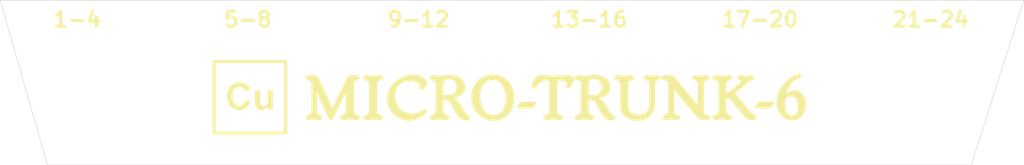
<source format=kicad_pcb>
(kicad_pcb (version 20240108) (generator "pcbnew") (generator_version "8.0")
  (layers (0 "F.Cu" signal) (31 "B.Cu" signal) (34 "B.Paste" user) (35 "F.Paste" user) (36 "B.SilkS" user "B.Silkscreen") (37 "F.SilkS" user "F.Silkscreen") (38 "B.Mask" user) (39 "F.Mask" user) (44 "Edge.Cuts" user))
  (net 0 "")
  (footprint "RJ21_RJ45_6_WAY_TRUNK:RJ21" (layer "F.Cu") (at 150.39 93.38)
    (property "Reference" "J7" (hide yes))
    (property "Value" "RJ21 Connector" (hide yes))
    (pad "" np_thru_hole circle (at -37.425 0) (size 3.2 3.2) (drill 3.2) (layers "F&B.Cu" "*.Mask") (clearance 1.9))
    (pad "" np_thru_hole circle (at 37.425 0) (size 3.2 3.2) (drill 3.2) (layers "F&B.Cu" "*.Mask") (clearance 1.9))
  )
  (gr_poly (pts (xy 173.252818 94.791144) (xy 173.274852 94.791761) (xy 173.298428 94.792788) (xy 173.323546 94.794226) (xy 173.350206 94.796075) (xy 173.378406 94.798334) (xy 173.408147 94.801002) (xy 173.439427 94.80408) (xy 173.481392 94.80793) (xy 173.523459 94.811268) (xy 173.565629 94.814094) (xy 173.607901 94.816407) (xy 173.650276 94.818206) (xy 173.692754 94.819492) (xy 173.735335 94.820264) (xy 173.77802 94.820522) (xy 173.820448 94.820264) (xy 173.863904 94.819492) (xy 173.908387 94.818206) (xy 173.953896 94.816407) (xy 174.047995 94.811268) (xy 174.146195 94.80408) (xy 174.193041 94.801201) (xy 174.234956 94.799145) (xy 174.27194 94.797911) (xy 174.30399 94.7975) (xy 174.319836 94.797834) (xy 174.335322 94.798835) (xy 174.350449 94.800504) (xy 174.365216 94.80284) (xy 174.379624 94.805844) (xy 174.393673 94.809516) (xy 174.407362 94.813855) (xy 174.420691 94.818862) (xy 174.433662 94.824537) (xy 174.446272 94.83088) (xy 174.458524 94.837891) (xy 174.470416 94.84557) (xy 174.481949 94.853918) (xy 174.493122 94.862933) (xy 174.503936 94.872616) (xy 174.51439 94.882968) (xy 174.523145 94.892125) (xy 174.531335 94.901512) (xy 174.538961 94.911131) (xy 174.546022 94.920981) (xy 174.552518 94.931061) (xy 174.55845 94.941373) (xy 174.563816 94.951916) (xy 174.568618 94.962691) (xy 174.572855 94.973696) (xy 174.576528 94.984932) (xy 174.579635 94.9964) (xy 174.582177 95.008099) (xy 174.584155 95.020028) (xy 174.585567 95.032189) (xy 174.586415 95.044581) (xy 174.586697 95.057205) (xy 174.586505 95.067399) (xy 174.585928 95.077439) (xy 174.584965 95.087326) (xy 174.583618 95.097058) (xy 174.581885 95.106637) (xy 174.579767 95.116062) (xy 174.577264 95.125333) (xy 174.574376 95.13445) (xy 174.571102 95.143413) (xy 174.567443 95.152222) (xy 174.563399 95.160876) (xy 174.558969 95.169377) (xy 174.554153 95.177724) (xy 174.548952 95.185916) (xy 174.543365 95.193955) (xy 174.537393 95.201839) (xy 174.529547 95.210764) (xy 174.520803 95.219458) (xy 174.51116 95.227921) (xy 174.500618 95.236153) (xy 174.489176 95.244153) (xy 174.476836 95.251923) (xy 174.463597 95.259461) (xy 174.449459 95.266767) (xy 174.434422 95.273843) (xy 174.418486 95.280687) (xy 174.401651 95.287299) (xy 174.383916 95.29368) (xy 174.365283 95.29983) (xy 174.345751 95.305748) (xy 174.32532 95.311435) (xy 174.30399 95.31689) (xy 174.275948 95.325314) (xy 174.249342 95.334149) (xy 174.224173 95.343395) (xy 174.200443 95.353051) (xy 174.178151 95.363118) (xy 174.157298 95.373595) (xy 174.137885 95.384481) (xy 174.128718 95.390079) (xy 174.119912 95.395778) (xy 174.112835 95.400812) (xy 174.104756 95.406873) (xy 174.085594 95.422078) (xy 174.062426 95.441392) (xy 174.035252 95.464814) (xy 174.004072 95.492346) (xy 173.968885 95.523988) (xy 173.929691 95.559738) (xy 173.886491 95.599597) (xy 173.762243 95.714859) (xy 173.631112 95.832176) (xy 173.493098 95.951548) (xy 173.348201 96.072975) (xy 173.196421 96.196455) (xy 173.037757 96.321989) (xy 172.872209 96.449574) (xy 172.699777 96.579212) (xy 172.699776 96.579218) (xy 172.699776 96.57922) (xy 172.699776 96.579223) (xy 172.699776 96.579225) (xy 172.699776 96.579226) (xy 172.699776 96.579227) (xy 172.699775 96.579228) (xy 172.699775 96.579229) (xy 172.699775 96.57923) (xy 172.699774 96.579231) (xy 172.699773 96.579232) (xy 172.699773 96.579233) (xy 172.699772 96.579234) (xy 172.69977 96.579236) (xy 172.699768 96.579238) (xy 172.699766 96.579241) (xy 172.699764 96.579243) (xy 172.699757 96.57925) (xy 174.241525 98.492454) (xy 174.267304 98.523374) (xy 174.292057 98.552035) (xy 174.315784 98.578435) (xy 174.338485 98.602575) (xy 174.360159 98.624454) (xy 174.380806 98.644074) (xy 174.400428 98.661433) (xy 174.419022 98.676532) (xy 174.424223 98.680092) (xy 174.430786 98.68419) (xy 174.447994 98.694003) (xy 174.470646 98.705972) (xy 174.498742 98.720098) (xy 174.532283 98.736382) (xy 174.571267 98.754823) (xy 174.615695 98.775423) (xy 174.665566 98.798183) (xy 174.683083 98.806346) (xy 174.691417 98.810698) (xy 174.699469 98.815229) (xy 174.707239 98.81994) (xy 174.714726 98.824832) (xy 174.72193 98.829903) (xy 174.728852 98.835154) (xy 174.735492 98.840585) (xy 174.741848 98.846195) (xy 174.747923 98.851986) (xy 174.753714 98.857956) (xy 174.759224 98.864107) (xy 174.76445 98.870437) (xy 174.769395 98.876947) (xy 174.774056 98.883637) (xy 174.778435 98.890506) (xy 174.782532 98.897556) (xy 174.786346 98.904785) (xy 174.789878 98.912194) (xy 174.793127 98.919783) (xy 174.796093 98.927552) (xy 174.798777 98.9355) (xy 174.801179 98.943628) (xy 174.803298 98.951936) (xy 174.805134 98.960424) (xy 174.806688 98.969091) (xy 174.807959 98.977939) (xy 174.808948 98.986965) (xy 174.809655 98.996172) (xy 174.81022 99.015125) (xy 174.809728 99.032114) (xy 174.808255 99.048564) (xy 174.805799 99.064475) (xy 174.802361 99.079846) (xy 174.79794 99.094678) (xy 174.792537 99.108971) (xy 174.786152 99.122724) (xy 174.778784 99.135938) (xy 174.770434 99.148613) (xy 174.761102 99.160748) (xy 174.750787 99.172344) (xy 174.73949 99.183401) (xy 174.72721 99.193918) (xy 174.713948 99.203896) (xy 174.699704 99.213335) (xy 174.684478 99.222234) (xy 174.668269 99.230594) (xy 174.651077 99.238414) (xy 174.632904 99.245696) (xy 174.613748 99.252438) (xy 174.593609 99.25864) (xy 174.572489 99.264303) (xy 174.550386 99.269427) (xy 174.5273 99.274011) (xy 174.503232 99.278057) (xy 174.478182 99.281562) (xy 174.45215 99.284529) (xy 174.425135 99.286956) (xy 174.397138 99.288843) (xy 174.368158 99.290192) (xy 174.338196 99.291001) (xy 174.307252 99.291271) (xy 174.271143 99.290834) (xy 174.235959 99.289524) (xy 174.201699 99.28734) (xy 174.168364 99.284283) (xy 174.135953 99.280353) (xy 174.104467 99.275549) (xy 174.073906 99.269873) (xy 174.044269 99.263323) (xy 174.015557 99.2559) (xy 173.98777 99.247605) (xy 173.960907 99.238436) (xy 173.934969 99.228394) (xy 173.909956 99.21748) (xy 173.885868 99.205693) (xy 173.862705 99.193033) (xy 173.840466 99.1795) (xy 173.824544 99.169059) (xy 173.808826 99.158284) (xy 173.793314 99.147175) (xy 173.778007 99.135733) (xy 173.762905 99.123957) (xy 173.748009 99.111848) (xy 173.733318 99.099405) (xy 173.718832 99.086629) (xy 173.704552 99.073518) (xy 173.690477 99.060074) (xy 173.676608 99.046297) (xy 173.662944 99.032185) (xy 173.649486 99.01774) (xy 173.636233 99.00296) (xy 173.623186 98.987847) (xy 173.610345 98.9724) (xy 172.022591 97.039455) (xy 171.805611 97.184108) (xy 171.805611 98.275493) (xy 171.806305 98.306889) (xy 171.807564 98.336975) (xy 171.809388 98.365751) (xy 171.811777 98.393217) (xy 171.81473 98.419373) (xy 171.818249 98.44422) (xy 171.822333 98.467757) (xy 171.826981 98.489984) (xy 171.832194 98.510901) (xy 171.837972 98.530508) (xy 171.844315 98.548806) (xy 171.851222 98.565794) (xy 171.858695 98.581472) (xy 171.866732 98.59584) (xy 171.875333 98.608898) (xy 171.884499 98.620647) (xy 171.891654 98.62875) (xy 171.899143 98.636622) (xy 171.906964 98.644263) (xy 171.91512 98.651674) (xy 171.923609 98.658854) (xy 171.932432 98.665802) (xy 171.941588 98.67252) (xy 171.951078 98.679007) (xy 171.960902 98.685262) (xy 171.971059 98.691287) (xy 171.98155 98.69708) (xy 171.992375 98.702642) (xy 172.003534 98.707972) (xy 172.015027 98.713072) (xy 172.026853 98.717939) (xy 172.039014 98.722575) (xy 172.183648 98.768581) (xy 172.208728 98.777596) (xy 172.232189 98.787381) (xy 172.254032 98.797937) (xy 172.274257 98.809264) (xy 172.292864 98.821361) (xy 172.309852 98.834228) (xy 172.325223 98.847866) (xy 172.332301 98.854974) (xy 172.338975 98.862274) (xy 172.345245 98.869767) (xy 172.35111 98.877453) (xy 172.35657 98.885331) (xy 172.361626 98.893401) (xy 172.366278 98.901665) (xy 172.370525 98.91012) (xy 172.374367 98.918768) (xy 172.377805 98.927609) (xy 172.380839 98.936642) (xy 172.383468 98.945868) (xy 172.385692 98.955286) (xy 172.387512 98.964896) (xy 172.388928 98.9747) (xy 172.389939 98.984695) (xy 172.390748 99.005264) (xy 172.390388 99.020287) (xy 172.38931 99.034951) (xy 172.387513 99.049256) (xy 172.384997 99.063202) (xy 172.381761 99.076789) (xy 172.377807 99.090016) (xy 172.373133 99.102883) (xy 172.367741 99.115392) (xy 172.361628 99.12754) (xy 172.354797 99.139329) (xy 172.347246 99.150758) (xy 172.338976 99.161827) (xy 172.329986 99.172536) (xy 172.320277 99.182885) (xy 172.309848 99.192874) (xy 172.298699 99.202503) (xy 172.286966 99.211261) (xy 172.27477 99.219454) (xy 172.262112 99.227082) (xy 172.24899 99.234145) (xy 172.235405 99.240644) (xy 172.221357 99.246577) (xy 172.206847 99.251945) (xy 172.191873 99.256748) (xy 172.176438 99.260985) (xy 172.160539 99.264658) (xy 172.144178 99.267766) (xy 172.127354 99.270309) (xy 172.110068 99.272286) (xy 172.09232 99.273699) (xy 172.074109 99.274547) (xy 172.055436 99.274829) (xy 172.034175 99.274573) (xy 172.009832 99.273803) (xy 171.982406 99.272519) (xy 171.951898 99.270721) (xy 171.918308 99.26841) (xy 171.881637 99.265584) (xy 171.79905 99.258388) (xy 171.753281 99.254539) (xy 171.706382 99.251203) (xy 171.658353 99.248381) (xy 171.609195 99.246071) (xy 171.558908 99.244275) (xy 171.507491 99.242992) (xy 171.454946 99.242222) (xy 171.401273 99.241966) (xy 171.292586 99.242992) (xy 171.19006 99.246071) (xy 171.141108 99.248381) (xy 171.093696 99.251203) (xy 171.047825 99.254539) (xy 171.003495 99.258388) (xy 170.922349 99.265584) (xy 170.853117 99.270721) (xy 170.795798 99.273803) (xy 170.771605 99.274573) (xy 170.75039 99.274829) (xy 170.726554 99.274393) (xy 170.703541 99.273083) (xy 170.68135 99.2709) (xy 170.659981 99.267844) (xy 170.639435 99.263915) (xy 170.619711 99.259113) (xy 170.600809 99.253438) (xy 170.582729 99.246889) (xy 170.565472 99.239467) (xy 170.549036 99.231172) (xy 170.533423 99.222003) (xy 170.518631 99.211961) (xy 170.504661 99.201045) (xy 170.491513 99.189257) (xy 170.479187 99.176594) (xy 170.467683 99.163059) (xy 170.460913 99.154365) (xy 170.454581 99.145543) (xy 170.448686 99.136593) (xy 170.443228 99.127514) (xy 170.438206 99.118307) (xy 170.433622 99.108972) (xy 170.429475 99.099508) (xy 170.425764 99.089917) (xy 170.42249 99.080196) (xy 170.419653 99.070348) (xy 170.417252 99.060371) (xy 170.415288 99.050266) (xy 170.413761 99.040033) (xy 170.41267 99.029671) (xy 170.412016 99.019182) (xy 170.411797 99.008563) (xy 170.412067 98.995593) (xy 170.412876 98.982982) (xy 170.414224 98.970731) (xy 170.416111 98.958839) (xy 170.418537 98.947307) (xy 170.421503 98.936134) (xy 170.425008 98.925321) (xy 170.429052 98.914867) (xy 170.433635 98.904773) (xy 170.438758 98.895039) (xy 170.444421 98.885664) (xy 170.450622 98.87665) (xy 170.457364 98.867995) (xy 170.464644 98.859699) (xy 170.472465 98.851764) (xy 170.480824 98.844188) (xy 170.488094 98.838322) (xy 170.496751 98.832224) (xy 170.506793 98.825894) (xy 170.518222 98.819333) (xy 170.531038 98.812541) (xy 170.545241 98.805517) (xy 170.56083 98.798262) (xy 170.577806 98.790775) (xy 170.596169 98.783057) (xy 170.615919 98.775108) (xy 170.637056 98.766927) (xy 170.65958 98.758516) (xy 170.708791 98.740998) (xy 170.763551 98.722556) (xy 170.783223 98.715276) (xy 170.80197 98.707406) (xy 170.819792 98.698944) (xy 170.83669 98.689891) (xy 170.852663 98.680247) (xy 170.867711 98.670013) (xy 170.881835 98.659188) (xy 170.895034 98.647772) (xy 170.907308 98.635765) (xy 170.918659 98.623167) (xy 170.929085 98.609979) (xy 170.938586 98.5962) (xy 170.947164 98.581831) (xy 170.954817 98.566871) (xy 170.961546 98.55132) (xy 170.967351 98.535178) (xy 170.970936 98.525303) (xy 170.97429 98.51458) (xy 170.977412 98.50301) (xy 170.980301 98.490593) (xy 170.98296 98.477328) (xy 170.985386 98.463216) (xy 170.987582 98.448257) (xy 170.989545 98.432451) (xy 170.991278 98.415797) (xy 170.992779 98.398296) (xy 170.994049 98.379948) (xy 170.995088 98.360752) (xy 170.996472 98.319817) (xy 170.996934 98.275493) (xy 170.996934 95.790275) (xy 170.996243 95.759252) (xy 170.994987 95.729461) (xy 170.993166 95.700903) (xy 170.990779 95.673578) (xy 170.987827 95.647485) (xy 170.98431 95.622624) (xy 170.980227 95.598997) (xy 170.975579 95.576602) (xy 170.970365 95.55544) (xy 170.964587 95.53551) (xy 170.958243 95.516813) (xy 170.951334 95.499349) (xy 170.943859 95.483118) (xy 170.93582 95.46812) (xy 170.927215 95.454354) (xy 170.918046 95.441821) (xy 170.910894 95.433346) (xy 170.903408 95.425178) (xy 170.895588 95.417319) (xy 170.887434 95.409767) (xy 170.878945 95.402524) (xy 170.870123 95.395589) (xy 170.860967 95.388962) (xy 170.851477 95.382644) (xy 170.841653 95.376633) (xy 170.831496 95.370931) (xy 170.821005 95.365537) (xy 170.810181 95.360451) (xy 170.799023 95.355674) (xy 170.787532 95.351205) (xy 170.775708 95.347044) (xy 170.763551 95.343192) (xy 170.618897 95.300468) (xy 170.593821 95.292211) (xy 170.570362 95.283056) (xy 170.54852 95.273001) (xy 170.528296 95.262048) (xy 170.50969 95.250196) (xy 170.500994 95.243933) (xy 170.492701 95.237445) (xy 170.484814 95.230732) (xy 170.47733 95.223795) (xy 170.470252 95.216633) (xy 170.463577 95.209246) (xy 170.457307 95.201635) (xy 170.451442 95.193799) (xy 170.445981 95.185738) (xy 170.440924 95.177453) (xy 170.436272 95.168943) (xy 170.432025 95.160208) (xy 170.428182 95.151249) (xy 170.424743 95.142065) (xy 170.421709 95.132656) (xy 170.419079 95.123022) (xy 170.416854 95.113164) (xy 170.415034 95.103082) (xy 170.413618 95.092774) (xy 170.412607 95.082242) (xy 170.411797 95.060504) (xy 170.412106 95.047868) (xy 170.41303 95.035437) (xy 170.414571 95.023212) (xy 170.416729 95.011191) (xy 170.419503 94.999376) (xy 170.422893 94.987766) (xy 170.426899 94.976362) (xy 170.431522 94.965163) (xy 170.436761 94.954169) (xy 170.442616 94.943381) (xy 170.449087 94.932799) (xy 170.456175 94.922421) (xy 170.463878 94.91225) (xy 170.472198 94.902284) (xy 170.481134 94.892523) (xy 170.490685 94.882968) (xy 170.502502 94.871826) (xy 170.514934 94.861402) (xy 170.527983 94.851697) (xy 170.541648 94.842711) (xy 170.555928 94.834443) (xy 170.570825 94.826893) (xy 170.586339 94.820063) (xy 170.602468 94.813951) (xy 170.619213 94.808558) (xy 170.636575 94.803884) (xy 170.654554 94.799928) (xy 170.673148 94.796692) (xy 170.692359 94.794175) (xy 170.712186 94.792377) (xy 170.73263 94.791298) (xy 170.75369 94.790939) (xy 170.775568 94.791195) (xy 170.80012 94.791965) (xy 170.827344 94.793248) (xy 170.85724 94.795044) (xy 170.889807 94.797354) (xy 170.925045 94.800176) (xy 171.003533 94.807361) (xy 171.048576 94.811211) (xy 171.094957 94.814549) (xy 171.142674 94.817374) (xy 171.191727 94.819687) (xy 171.242115 94.821487) (xy 171.293839 94.822773) (xy 171.346898 94.823545) (xy 171.401292 94.823802) (xy 171.508744 94.822773) (xy 171.610857 94.819687) (xy 171.65991 94.817374) (xy 171.707627 94.814549) (xy 171.754007 94.811211) (xy 171.79905 94.807361) (xy 171.877331 94.800176) (xy 171.944517 94.795044) (xy 172.000605 94.791965) (xy 172.024487 94.791195) (xy 172.045594 94.790939) (xy 172.069054 94.791362) (xy 172.09177 94.792634) (xy 172.113741 94.794753) (xy 172.134968 94.797719) (xy 172.155451 94.801533) (xy 172.175188 94.806194) (xy 172.194181 94.811703) (xy 172.21243 94.818059) (xy 172.229934 94.825262) (xy 172.246692 94.833313) (xy 172.262706 94.842211) (xy 172.277975 94.851956) (xy 172.292499 94.862549) (xy 172.306278 94.873989) (xy 172.319312 94.886275) (xy 172.331601 94.89941) (xy 172.338766 94.908515) (xy 172.345468 94.917748) (xy 172.351708 94.92711) (xy 172.357486 94.9366) (xy 172.362802 94.946218) (xy 172.367655 94.955965) (xy 172.372047 94.96584) (xy 172.375975 94.975844) (xy 172.379442 94.985977) (xy 172.382447 94.996238) (xy 172.384989 95.006627) (xy 172.387069 95.017145) (xy 172.388687 95.027792) (xy 172.389843 95.038567) (xy 172.390536 95.049471) (xy 172.390767 95.060504) (xy 172.390497 95.072305) (xy 172.389689 95.083874) (xy 172.388341 95.095211) (xy 172.386454 95.106317) (xy 172.384027 95.117192) (xy 172.381062 95.127836) (xy 172.377557 95.138249) (xy 172.373513 95.148431) (xy 172.368929 95.158382) (xy 172.363806 95.168102) (xy 172.358144 95.177591) (xy 172.351942 95.18685) (xy 172.345201 95.195878) (xy 172.33792 95.204676) (xy 172.3301 95.213243) (xy 172.32174 95.22158) (xy 172.314085 95.228603) (xy 172.305094 95.235703) (xy 172.294769 95.242881) (xy 172.283108 95.250136) (xy 172.270113 95.257468) (xy 172.255783 95.264878) (xy 172.240117 95.272364) (xy 172.223116 95.279928) (xy 172.20478 95.287569) (xy 172.185108 95.295287) (xy 172.164101 95.303082) (xy 172.141758 95.310954) (xy 172.11808 95.318903) (xy 172.093067 95.326929) (xy 172.066718 95.335032) (xy 172.039033 95.343211) (xy 172.019743 95.34972) (xy 172.001326 95.356923) (xy 171.983783 95.364819) (xy 171.967114 95.373409) (xy 171.951318 95.382693) (xy 171.936395 95.39267) (xy 171.922346 95.403341) (xy 171.909171 95.414706) (xy 171.896869 95.426764) (xy 171.885441 95.439516) (xy 171.874886 95.452961) (xy 171.865204 95.4671) (xy 171.856396 95.481932) (xy 171.848462 95.497458) (xy 171.841401 95.513677) (xy 171.835214 95.530589) (xy 171.831631 95.540462) (xy 171.828279 95.551182) (xy 171.825158 95.562751) (xy 171.822268 95.575167) (xy 171.819609 95.588431) (xy 171.81718 95.602543) (xy 171.814983 95.617503) (xy 171.813017 95.63331) (xy 171.811282 95.649964) (xy 171.809778 95.667467) (xy 171.808505 95.685816) (xy 171.807463 95.705013) (xy 171.806075 95.74595) (xy 171.805611 95.790275) (xy 171.805611 96.608814) (xy 171.884519 96.552928) (xy 172.156956 96.354458) (xy 172.379261 96.189686) (xy 172.551434 96.058605) (xy 172.673474 95.961211) (xy 172.809844 95.845438) (xy 172.92803 95.741374) (xy 173.028034 95.649022) (xy 173.109854 95.568381) (xy 173.143946 95.532452) (xy 173.173492 95.499452) (xy 173.198492 95.469379) (xy 173.218947 95.442234) (xy 173.234856 95.418017) (xy 173.24622 95.396727) (xy 173.253038 95.378366) (xy 173.255311 95.362933) (xy 173.255247 95.359685) (xy 173.255055 95.356514) (xy 173.254735 95.35342) (xy 173.254287 95.350402) (xy 173.253712 95.347462) (xy 173.253008 95.344598) (xy 173.252175 95.341811) (xy 173.251215 95.339101) (xy 173.250126 95.336468) (xy 173.248909 95.333912) (xy 173.247563 95.331433) (xy 173.246089 95.32903) (xy 173.244487 95.326705) (xy 173.242756 95.324456) (xy 173.240896 95.322285) (xy 173.238908 95.32019) (xy 173.236492 95.318098) (xy 173.233357 95.31593) (xy 173.229504 95.313683) (xy 173.224931 95.31136) (xy 173.21964 95.308959) (xy 173.21363 95.306481) (xy 173.2069 95.303926) (xy 173.199452 95.301293) (xy 173.191284 95.298583) (xy 173.182398 95.295795) (xy 173.172792 95.29293) (xy 173.162467 95.289988) (xy 173.151423 95.286969) (xy 173.13966 95.283872) (xy 173.113976 95.277446) (xy 173.089295 95.270411) (xy 173.066206 95.262451) (xy 173.04471 95.253566) (xy 173.024805 95.243757) (xy 173.006494 95.233024) (xy 172.997935 95.22731) (xy 172.989774 95.221365) (xy 172.982011 95.21519) (xy 172.974647 95.208783) (xy 172.96768 95.202144) (xy 172.961112 95.195275) (xy 172.954942 95.188175) (xy 172.949169 95.180843) (xy 172.943795 95.17328) (xy 172.938819 95.165486) (xy 172.934241 95.157461) (xy 172.930061 95.149204) (xy 172.92628 95.140717) (xy 172.922896 95.131998) (xy 172.91991 95.123048) (xy 172.917323 95.113867) (xy 172.915133 95.104454) (xy 172.913342 95.094811) (xy 172.911948 95.084936) (xy 172.910953 95.07483) (xy 172.910157 95.053924) (xy 172.91035 95.044099) (xy 172.910928 95.034352) (xy 172.911891 95.024682) (xy 172.91324 95.015089) (xy 172.914974 95.005573) (xy 172.917093 94.996135) (xy 172.919598 94.986773) (xy 172.922488 94.977489) (xy 172.925764 94.968282) (xy 172.929424 94.959152) (xy 172.93347 94.950099) (xy 172.937902 94.941124) (xy 172.942719 94.932225) (xy 172.947921 94.923403) (xy 172.953508 94.914658) (xy 172.959481 94.90599) (xy 172.970565 94.892059) (xy 172.976405 94.88543) (xy 172.982444 94.879027) (xy 172.988683 94.872847) (xy 172.99512 94.866893) (xy 173.001756 94.861163) (xy 173.008591 94.855658) (xy 173.015625 94.850377) (xy 173.022858 94.845321) (xy 173.03029 94.84049) (xy 173.037921 94.835883) (xy 173.053779 94.827344) (xy 173.070434 94.819704) (xy 173.087885 94.812962) (xy 173.106131 94.807119) (xy 173.125174 94.802175) (xy 173.145012 94.79813) (xy 173.165647 94.794984) (xy 173.187078 94.792737) (xy 173.209304 94.791388) (xy 173.232327 94.790939)) (stroke (width -0.000001)) (fill solid) (layer "F.SilkS"))
  (gr_poly (pts (xy 148.628241 94.72152) (xy 148.745222 94.730188) (xy 148.859379 94.744634) (xy 148.970711 94.764858) (xy 149.079219 94.790861) (xy 149.184901 94.822642) (xy 149.287759 94.860201) (xy 149.387792 94.903539) (xy 149.485 94.952655) (xy 149.579383 95.00755) (xy 149.67094 95.068223) (xy 149.759672 95.134674) (xy 149.845579 95.206904) (xy 149.92866 95.284912) (xy 150.008916 95.368698) (xy 150.086347 95.458263) (xy 150.121543 95.502306) (xy 150.155636 95.547326) (xy 150.188625 95.593323) (xy 150.22051 95.640295) (xy 150.251291 95.688244) (xy 150.280967 95.737169) (xy 150.30954 95.78707) (xy 150.337008 95.837947) (xy 150.363372 95.8898) (xy 150.388631 95.942629) (xy 150.412786 95.996435) (xy 150.435836 96.051216) (xy 150.457781 96.106973) (xy 150.478621 96.163707) (xy 150.498357 96.221416) (xy 150.516988 96.280101) (xy 150.544723 96.377281) (xy 150.568761 96.474872) (xy 150.589102 96.572875) (xy 150.605746 96.671289) (xy 150.618692 96.770114) (xy 150.62794 96.86935) (xy 150.633489 96.968998) (xy 150.635339 97.069057) (xy 150.634003 97.155336) (xy 150.629997 97.240768) (xy 150.623319 97.325353) (xy 150.61397 97.409089) (xy 150.601951 97.491979) (xy 150.58726 97.57402) (xy 150.569898 97.655214) (xy 150.549866 97.735561) (xy 150.527162 97.81506) (xy 150.501787 97.893711) (xy 150.473741 97.971515) (xy 150.443024 98.048471) (xy 150.409636 98.124579) (xy 150.373577 98.19984) (xy 150.334847 98.274254) (xy 150.293446 98.34782) (xy 150.256915 98.408172) (xy 150.218816 98.466779) (xy 150.17915 98.52364) (xy 150.137918 98.578754) (xy 150.095119 98.632121) (xy 150.050753 98.683743) (xy 150.004821 98.733618) (xy 149.957322 98.781746) (xy 149.908256 98.828128) (xy 149.857623 98.872763) (xy 149.805424 98.915652) (xy 149.751659 98.956794) (xy 149.696327 98.996189) (xy 149.639428 99.033837) (xy 149.580963 99.069738) (xy 149.520932 99.103893) (xy 149.46424 99.133351) (xy 149.406751 99.160909) (xy 149.348467 99.186566) (xy 149.289386 99.210323) (xy 149.229508 99.232179) (xy 149.168835 99.252134) (xy 149.107365 99.270188) (xy 149.045099 99.286342) (xy 148.982036 99.300596) (xy 148.918177 99.312949) (xy 148.853521 99.323401) (xy 148.788069 99.331953) (xy 148.721821 99.338604) (xy 148.654776 99.343355) (xy 148.586934 99.346206) (xy 148.518296 99.347156) (xy 148.436229 99.345782) (xy 148.355214 99.34166) (xy 148.275253 99.33479) (xy 148.196345 99.325172) (xy 148.11849 99.312806) (xy 148.041688 99.297692) (xy 147.965939 99.27983) (xy 147.891243 99.25922) (xy 147.8176 99.235862) (xy 147.745011 99.209755) (xy 147.673474 99.1809) (xy 147.60299 99.149297) (xy 147.533558 99.114946) (xy 147.46518 99.077847) (xy 147.397855 99.037999) (xy 147.331582 98.995403) (xy 147.257732 98.944503) (xy 147.186579 98.891241) (xy 147.118123 98.835615) (xy 147.052363 98.777626) (xy 146.989301 98.717274) (xy 146.928935 98.654559) (xy 146.871265 98.58948) (xy 146.816293 98.522039) (xy 146.764016 98.452235) (xy 146.714437 98.380069) (xy 146.667553 98.305539) (xy 146.623366 98.228648) (xy 146.581875 98.149393) (xy 146.543081 98.067777) (xy 146.506982 97.983798) (xy 146.47358 97.897456) (xy 146.45527 97.844986) (xy 146.438141 97.79195) (xy 146.422193 97.73835) (xy 146.407427 97.684185) (xy 146.393841 97.629455) (xy 146.381437 97.574161) (xy 146.370214 97.518302) (xy 146.360172 97.461878) (xy 146.351311 97.404889) (xy 146.343632 97.347335) (xy 146.337134 97.289217) (xy 146.331817 97.230533) (xy 146.327682 97.171285) (xy 146.324729 97.111472) (xy 146.322956 97.051093) (xy 146.322366 96.99015) (xy 146.323285 96.927684) (xy 147.21325 96.927684) (xy 147.214393 97.011345) (xy 147.217821 97.093851) (xy 147.223534 97.1752) (xy 147.231533 97.255393) (xy 147.241817 97.334431) (xy 147.254387 97.412312) (xy 147.269243 97.489038) (xy 147.286385 97.564607) (xy 147.305813 97.639021) (xy 147.327526 97.71228) (xy 147.351526 97.784382) (xy 147.377812 97.855329) (xy 147.406384 97.92512) (xy 147.437242 97.993755) (xy 147.470387 98.061235) (xy 147.505818 98.127559) (xy 147.528147 98.166122) (xy 147.551579 98.203736) (xy 147.576117 98.240398) (xy 147.601759 98.27611) (xy 147.628506 98.310872) (xy 147.656357 98.344684) (xy 147.685313 98.377545) (xy 147.715374 98.409456) (xy 147.746539 98.440416) (xy 147.778809 98.470426) (xy 147.812184 98.499485) (xy 147.846663 98.527594) (xy 147.882246 98.554753) (xy 147.918935 98.580961) (xy 147.956728 98.606219) (xy 147.995625 98.630527) (xy 148.028576 98.650032) (xy 148.06168 98.668279) (xy 148.094939 98.685267) (xy 148.128352 98.700997) (xy 148.161918 98.715469) (xy 148.195639 98.728682) (xy 148.229514 98.740637) (xy 148.263543 98.751334) (xy 148.297727 98.760772) (xy 148.332064 98.768951) (xy 148.366555 98.775872) (xy 148.4012 98.781535) (xy 148.435998 98.78594) (xy 148.470951 98.789086) (xy 148.506058 98.790973) (xy 148.541318 98.791602) (xy 148.605201 98.789753) (xy 148.667826 98.784206) (xy 148.729193 98.77496) (xy 148.789301 98.762016) (xy 148.848151 98.745373) (xy 148.905743 98.725033) (xy 148.962076 98.700994) (xy 149.017151 98.673256) (xy 149.070968 98.64182) (xy 149.123527 98.606686) (xy 149.174828 98.567854) (xy 149.224871 98.525323) (xy 149.273655 98.479094) (xy 149.321182 98.429167) (xy 149.367451 98.375542) (xy 149.412461 98.318218) (xy 149.434713 98.28726) (xy 149.456271 98.255197) (xy 149.477137 98.22203) (xy 149.497308 98.187759) (xy 149.516787 98.152383) (xy 149.535572 98.115902) (xy 149.553664 98.078317) (xy 149.571062 98.039628) (xy 149.587767 97.999834) (xy 149.603779 97.958936) (xy 149.619097 97.916933) (xy 149.633722 97.873826) (xy 149.647654 97.829615) (xy 149.660892 97.7843) (xy 149.673437 97.73788) (xy 149.685288 97.690357) (xy 149.699932 97.621886) (xy 149.712622 97.552902) (xy 149.723359 97.483405) (xy 149.732142 97.413395) (xy 149.738973 97.342872) (xy 149.743852 97.271835) (xy 149.746778 97.200286) (xy 149.747754 97.128223) (xy 149.746021 97.019061) (xy 149.74082 96.912647) (xy 149.732153 96.808982) (xy 149.720019 96.708064) (xy 149.704418 96.609894) (xy 149.68535 96.514472) (xy 149.662815 96.421798) (xy 149.636813 96.331871) (xy 149.607344 96.244693) (xy 149.574407 96.160263) (xy 149.538003 96.07858) (xy 149.498132 95.999646) (xy 149.454793 95.923459) (xy 149.407986 95.850021) (xy 149.357713 95.77933) (xy 149.303971 95.711387) (xy 149.257769 95.658841) (xy 149.210385 95.609685) (xy 149.161821 95.563919) (xy 149.112075 95.521543) (xy 149.061147 95.482558) (xy 149.009039 95.446963) (xy 148.955749 95.414758) (xy 148.901277 95.385943) (xy 148.845624 95.360518) (xy 148.78879 95.338484) (xy 148.730774 95.319839) (xy 148.671576 95.304584) (xy 148.611196 95.29272) (xy 148.549635 95.284245) (xy 148.486892 95.27916) (xy 148.422967 95.277465) (xy 148.37349 95.278749) (xy 148.324501 95.282602) (xy 148.276 95.289022) (xy 148.227988 95.298011) (xy 148.180463 95.309568) (xy 148.133427 95.323693) (xy 148.086878 95.340386) (xy 148.040818 95.359648) (xy 147.995245 95.381478) (xy 147.95016 95.405876) (xy 147.905563 95.432842) (xy 147.861454 95.462377) (xy 147.817833 95.494479) (xy 147.7747 95.52915) (xy 147.732054 95.566389) (xy 147.689896 95.606197) (xy 147.632178 95.666062) (xy 147.578182 95.728958) (xy 147.527911 95.794884) (xy 147.481364 95.86384) (xy 147.43854 95.935826) (xy 147.39944 96.010842) (xy 147.364064 96.088889) (xy 147.332412 96.169966) (xy 147.304483 96.254074) (xy 147.280278 96.341212) (xy 147.259798 96.43138) (xy 147.24304 96.52458) (xy 147.230007 96.62081) (xy 147.220698 96.72007) (xy 147.215112 96.822362) (xy 147.21325 96.927684) (xy 146.323285 96.927684) (xy 146.323599 96.906348) (xy 146.327297 96.823419) (xy 146.333462 96.741364) (xy 146.342092 96.660184) (xy 146.353188 96.579876) (xy 146.366749 96.500442) (xy 146.382776 96.421882) (xy 146.401268 96.344195) (xy 146.422226 96.267381) (xy 146.445649 96.191441) (xy 146.471537 96.116374) (xy 146.49989 96.042179) (xy 146.530709 95.968858) (xy 146.563993 95.896409) (xy 146.599742 95.824834) (xy 146.637956 95.754131) (xy 146.675811 95.688997) (xy 146.715412 95.625919) (xy 146.75676 95.564896) (xy 146.799854 95.505929) (xy 146.844695 95.449016) (xy 146.891281 95.394159) (xy 146.939615 95.341357) (xy 146.989694 95.290609) (xy 147.041521 95.241916) (xy 147.095094 95.195278) (xy 147.150413 95.150695) (xy 147.20748 95.108166) (xy 147.266293 95.067692) (xy 147.326853 95.029272) (xy 147.38916 94.992906) (xy 147.453214 94.958595) (xy 147.511268 94.929538) (xy 147.570375 94.902355) (xy 147.630535 94.877047) (xy 147.691748 94.853613) (xy 147.754014 94.832054) (xy 147.817333 94.81237) (xy 147.881704 94.79456) (xy 147.947129 94.778624) (xy 148.013606 94.764564) (xy 148.081137 94.752378) (xy 148.14972 94.742066) (xy 148.219357 94.73363) (xy 148.290047 94.727068) (xy 148.36179 94.722381) (xy 148.434586 94.719569) (xy 148.508435 94.718631)) (stroke (width -0.000001)) (fill solid) (layer "F.SilkS"))
  (gr_poly (pts (xy 127.912645 100.721712) (xy 120.479105 100.721712) (xy 120.479105 93.588072) (xy 120.779006 93.588072) (xy 120.779006 100.42181) (xy 127.612744 100.42181) (xy 127.612744 93.588072) (xy 120.779006 93.588072) (xy 120.479105 93.588072) (xy 120.479105 93.288171) (xy 127.912645 93.288171)) (stroke (width -0.000001)) (fill solid) (layer "F.SilkS"))
  (gr_poly (pts (xy 123.2303 95.5) (xy 123.290047 95.503432) (xy 123.348341 95.509151) (xy 123.405182 95.517158) (xy 123.46057 95.527453) (xy 123.514504 95.540035) (xy 123.566985 95.554906) (xy 123.618013 95.572063) (xy 123.667588 95.591509) (xy 123.71571 95.613243) (xy 123.762378 95.637264) (xy 123.807593 95.663573) (xy 123.851355 95.692169) (xy 123.893664 95.723054) (xy 123.934519 95.756226) (xy 123.973922 95.791685) (xy 123.996583 95.813915) (xy 124.018525 95.837325) (xy 124.039748 95.861915) (xy 124.060251 95.887684) (xy 124.080035 95.914633) (xy 124.099099 95.942762) (xy 124.117444 95.972071) (xy 124.13507 96.00256) (xy 124.151976 96.034229) (xy 124.168163 96.067077) (xy 124.18363 96.101106) (xy 124.198378 96.136314) (xy 124.212406 96.172702) (xy 124.225715 96.21027) (xy 124.238305 96.249017) (xy 124.250175 96.288945) (xy 123.710559 96.417863) (xy 123.704164 96.391964) (xy 123.696949 96.366756) (xy 123.688914 96.342239) (xy 123.680058 96.318412) (xy 123.670382 96.295275) (xy 123.659886 96.27283) (xy 123.64857 96.251074) (xy 123.636433 96.23001) (xy 123.623477 96.209636) (xy 123.6097 96.189953) (xy 123.595103 96.17096) (xy 123.579685 96.152659) (xy 123.563448 96.135047) (xy 123.54639 96.118127) (xy 123.528512 96.101897) (xy 123.509814 96.086358) (xy 123.490678 96.071639) (xy 123.471023 96.057869) (xy 123.450851 96.045049) (xy 123.430161 96.033179) (xy 123.408953 96.022258) (xy 123.387226 96.012287) (xy 123.364982 96.003266) (xy 123.34222 95.995194) (xy 123.31894 95.988072) (xy 123.295142 95.981899) (xy 123.270825 95.976676) (xy 123.245991 95.972403) (xy 123.220639 95.969079) (xy 123.194769 95.966705) (xy 123.168381 95.965281) (xy 123.141475 95.964806) (xy 123.104389 95.965648) (xy 123.068181 95.968173) (xy 123.032851 95.972382) (xy 122.998398 95.978274) (xy 122.964823 95.985849) (xy 122.932126 95.995108) (xy 122.900306 96.00605) (xy 122.869364 96.018676) (xy 122.8393 96.032985) (xy 122.810114 96.048977) (xy 122.781805 96.066653) (xy 122.754374 96.086013) (xy 122.72782 96.107055) (xy 122.702144 96.129781) (xy 122.677346 96.154191) (xy 122.653426 96.180284) (xy 122.630901 96.208262) (xy 122.609829 96.238326) (xy 122.590211 96.270477) (xy 122.572045 96.304714) (xy 122.555333 96.341037) (xy 122.540075 96.379446) (xy 122.526269 96.419942) (xy 122.513917 96.462524) (xy 122.503017 96.507192) (xy 122.493572 96.553947) (xy 122.485579 96.602788) (xy 122.479039 96.653715) (xy 122.473953 96.706729) (xy 122.47032 96.761829) (xy 122.46814 96.819015) (xy 122.467414 96.878287) (xy 122.468133 96.941135) (xy 122.470291 97.001681) (xy 122.473888 97.059924) (xy 122.478924 97.115866) (xy 122.485399 97.169505) (xy 122.493313 97.220842) (xy 122.502665 97.269878) (xy 122.513456 97.316611) (xy 122.525686 97.361041) (xy 122.539355 97.40317) (xy 122.554463 97.442997) (xy 122.571009 97.480521) (xy 122.588995 97.515744) (xy 122.608419 97.548664) (xy 122.629282 97.579282) (xy 122.651583 97.607598) (xy 122.675036 97.633915) (xy 122.699353 97.658533) (xy 122.724532 97.681453) (xy 122.750575 97.702676) (xy 122.777481 97.722201) (xy 122.80525 97.740028) (xy 122.833883 97.756157) (xy 122.863379 97.770589) (xy 122.893738 97.783322) (xy 122.92496 97.794358) (xy 122.957046 97.803696) (xy 122.989995 97.811336) (xy 123.023807 97.817278) (xy 123.058483 97.821523) (xy 123.094022 97.82407) (xy 123.130424 97.824919) (xy 123.157352 97.824379) (xy 123.183805 97.82276) (xy 123.209783 97.820063) (xy 123.235286 97.816286) (xy 123.260314 97.81143) (xy 123.284868 97.805494) (xy 123.308947 97.79848) (xy 123.33255 97.790387) (xy 123.355679 97.781214) (xy 123.378334 97.770962) (xy 123.400513 97.759632) (xy 123.422218 97.747222) (xy 123.443448 97.733733) (xy 123.464203 97.719164) (xy 123.484483 97.703517) (xy 123.504288 97.686791) (xy 123.523511 97.668906) (xy 123.542043 97.649784) (xy 123.559885 97.629425) (xy 123.577035 97.607828) (xy 123.593496 97.584994) (xy 123.609265 97.560923) (xy 123.624344 97.535614) (xy 123.638732 97.509067) (xy 123.65243 97.481284) (xy 123.665437 97.452263) (xy 123.677753 97.422004) (xy 123.689379 97.390509) (xy 123.700314 97.357775) (xy 123.710559 97.323805) (xy 123.720113 97.288597) (xy 123.728976 97.252152) (xy 123.728976 97.252151) (xy 124.257543 97.419745) (xy 124.241716 97.474111) (xy 124.224623 97.526707) (xy 124.206263 97.577534) (xy 124.186638 97.626591) (xy 124.165746 97.673878) (xy 124.143588 97.719395) (xy 124.120164 97.763143) (xy 124.095473 97.80512) (xy 124.069517 97.845328) (xy 124.042294 97.883767) (xy 124.013806 97.920435) (xy 123.984051 97.955334) (xy 123.95303 97.988463) (xy 123.920743 98.019822) (xy 123.88719 98.049411) (xy 123.85237 98.077231) (xy 123.81655 98.103101) (xy 123.779537 98.127302) (xy 123.741329 98.149834) (xy 123.701926 98.170697) (xy 123.66133 98.18989) (xy 123.619539 98.207415) (xy 123.576554 98.223271) (xy 123.532375 98.237458) (xy 123.487002 98.249975) (xy 123.440434 98.260824) (xy 123.392672 98.270004) (xy 123.343716 98.277514) (xy 123.293566 98.283356) (xy 123.242222 98.287529) (xy 123.189683 98.290032) (xy 123.13595 98.290867) (xy 123.069476 98.289435) (xy 123.004499 98.28514) (xy 122.941018 98.277982) (xy 122.879033 98.267961) (xy 122.818545 98.255076) (xy 122.759553 98.239328) (xy 122.702058 98.220717) (xy 122.646059 98.199242) (xy 122.591556 98.174905) (xy 122.538549 98.147704) (xy 122.487039 98.11764) (xy 122.437026 98.084712) (xy 122.388509 98.048922) (xy 122.341488 98.010268) (xy 122.295963 97.96875) (xy 122.251935 97.92437) (xy 122.210008 97.877277) (xy 122.170786 97.828084) (xy 122.134268 97.77679) (xy 122.100456 97.723395) (xy 122.069348 97.667899) (xy 122.040946 97.610303) (xy 122.015249 97.550606) (xy 121.992256 97.488809) (xy 121.971969 97.424911) (xy 121.954386 97.358912) (xy 121.939509 97.290812) (xy 121.927337 97.220612) (xy 121.917869 97.148311) (xy 121.911107 97.07391) (xy 121.907049 96.997408) (xy 121.905697 96.918805) (xy 121.907056 96.835727) (xy 121.911135 96.755009) (xy 121.917934 96.67665) (xy 121.927452 96.600651) (xy 121.939689 96.527012) (xy 121.954645 96.455733) (xy 121.972321 96.386813) (xy 121.992717 96.320253) (xy 122.015831 96.256053) (xy 122.041666 96.194212) (xy 122.070219 96.134731) (xy 122.101492 96.07761) (xy 122.135484 96.022848) (xy 122.172196 95.970446) (xy 122.211627 95.920404) (xy 122.253777 95.872721) (xy 122.298143 95.827448) (xy 122.344221 95.785096) (xy 122.392012 95.745665) (xy 122.441515 95.709155) (xy 122.49273 95.675566) (xy 122.545657 95.644897) (xy 122.600296 95.617149) (xy 122.656648 95.592322) (xy 122.714712 95.570416) (xy 122.774488 95.551431) (xy 122.835976 95.535366) (xy 122.899176 95.522223) (xy 122.964089 95.512) (xy 123.030714 95.504698) (xy 123.099051 95.500317) (xy 123.1691 95.498856)) (stroke (width -0.000001)) (fill solid) (layer "F.SilkS"))
  (gr_poly (pts (xy 158.836706 94.7727) (xy 158.916642 94.777208) (xy 158.994806 94.78472) (xy 159.071198 94.795237) (xy 159.145818 94.808759) (xy 159.218665 94.825286) (xy 159.28974 94.844818) (xy 159.359043 94.867354) (xy 159.426574 94.892895) (xy 159.492333 94.921441) (xy 159.556319 94.952992) (xy 159.618533 94.987547) (xy 159.678974 95.025107) (xy 159.737643 95.065672) (xy 159.79454 95.109241) (xy 159.849664 95.155814) (xy 159.895839 95.198383) (xy 159.939036 95.242261) (xy 159.979254 95.287449) (xy 160.016493 95.333946) (xy 160.050753 95.381753) (xy 160.082035 95.430869) (xy 160.110337 95.481295) (xy 160.135661 95.533031) (xy 160.158006 95.586076) (xy 160.177371 95.640432) (xy 160.193757 95.696097) (xy 160.207165 95.753073) (xy 160.217592 95.811358) (xy 160.225041 95.870954) (xy 160.22951 95.931859) (xy 160.231 95.994075) (xy 160.228971 96.064609) (xy 160.222884 96.133217) (xy 160.21274 96.1999) (xy 160.198538 96.264656) (xy 160.180278 96.327487) (xy 160.157961 96.388391) (xy 160.131585 96.44737) (xy 160.101152 96.504422) (xy 160.066662 96.559548) (xy 160.028113 96.612749) (xy 159.985507 96.664023) (xy 159.938843 96.713371) (xy 159.888121 96.760793) (xy 159.833342 96.806289) (xy 159.774505 96.849858) (xy 159.71161 96.891502) (xy 159.678721 96.911177) (xy 159.644985 96.929927) (xy 159.610403 96.947752) (xy 159.574974 96.964652) (xy 159.538697 96.980627) (xy 159.501574 96.995676) (xy 159.463603 97.009801) (xy 159.424785 97.023001) (xy 159.38512 97.035277) (xy 159.344607 97.046628) (xy 159.303247 97.057054) (xy 159.261039 97.066556) (xy 159.217983 97.075134) (xy 159.17408 97.082787) (xy 159.129329 97.089516) (xy 159.08373 97.095321) (xy 159.128157 97.119415) (xy 159.171044 97.14402) (xy 159.212392 97.169137) (xy 159.252199 97.194765) (xy 159.290465 97.220907) (xy 159.327191 97.247563) (xy 159.362376 97.274734) (xy 159.39602 97.302421) (xy 159.427158 97.330272) (xy 159.458117 97.359587) (xy 159.488895 97.390366) (xy 159.519495 97.422609) (xy 159.549914 97.456316) (xy 159.580154 97.491487) (xy 159.610215 97.528122) (xy 159.640096 97.566222) (xy 159.669798 97.605785) (xy 159.69932 97.646812) (xy 159.728662 97.689303) (xy 159.757826 97.733259) (xy 159.78681 97.778678) (xy 159.815614 97.825562) (xy 159.844239 97.873909) (xy 159.872685 97.923721) (xy 160.034172 98.203347) (xy 160.160321 98.414348) (xy 160.210143 98.494115) (xy 160.251132 98.556727) (xy 160.283286 98.602185) (xy 160.306607 98.630489) (xy 160.319834 98.643472) (xy 160.333215 98.656121) (xy 160.346749 98.668436) (xy 160.360438 98.680417) (xy 160.37428 98.692064) (xy 160.388276 98.703378) (xy 160.402426 98.714357) (xy 160.41673 98.725003) (xy 160.431188 98.735314) (xy 160.445801 98.745292) (xy 160.460567 98.754935) (xy 160.475487 98.764245) (xy 160.490561 98.773221) (xy 160.50579 98.781863) (xy 160.521173 98.790171) (xy 160.53671 98.798145) (xy 160.570303 98.814376) (xy 160.58579 98.822337) (xy 160.600403 98.830195) (xy 160.614143 98.837951) (xy 160.62701 98.845604) (xy 160.639003 98.853154) (xy 160.650123 98.860601) (xy 160.66037 98.867945) (xy 160.669743 98.875187) (xy 160.678243 98.882325) (xy 160.68587 98.889361) (xy 160.692624 98.896294) (xy 160.698504 98.903124) (xy 160.703512 98.909852) (xy 160.707646 98.916477) (xy 160.71083 98.922269) (xy 160.713809 98.928139) (xy 160.716583 98.934085) (xy 160.719151 98.940109) (xy 160.721514 98.946209) (xy 160.723671 98.952387) (xy 160.725624 98.958642) (xy 160.727371 98.964973) (xy 160.728912 98.971382) (xy 160.730248 98.977868) (xy 160.731379 98.984431) (xy 160.732304 98.991071) (xy 160.733023 98.997789) (xy 160.733537 99.004584) (xy 160.733846 99.011456) (xy 160.733949 99.018405) (xy 160.73349 99.035798) (xy 160.732112 99.052638) (xy 160.729817 99.068927) (xy 160.726604 99.084663) (xy 160.722472 99.099847) (xy 160.717423 99.114479) (xy 160.711455 99.128559) (xy 160.704569 99.142087) (xy 160.696765 99.155063) (xy 160.688043 99.167486) (xy 160.678403 99.179358) (xy 160.667845 99.190677) (xy 160.656368 99.201444) (xy 160.643973 99.211659) (xy 160.630661 99.221322) (xy 160.61643 99.230433) (xy 160.601281 99.238992) (xy 160.585213 99.246998) (xy 160.568228 99.254453) (xy 160.550324 99.261355) (xy 160.531503 99.267705) (xy 160.511763 99.273503) (xy 160.491105 99.278749) (xy 160.469528 99.283442) (xy 160.447034 99.287584) (xy 160.423621 99.291173) (xy 160.39929 99.29421) (xy 160.374041 99.296695) (xy 160.347874 99.298628) (xy 160.320789 99.300008) (xy 160.292785 99.300836) (xy 160.263863 99.301112) (xy 160.239273 99.30083) (xy 160.21481 99.299982) (xy 160.190476 99.29857) (xy 160.166271 99.296592) (xy 160.142193 99.294049) (xy 160.118245 99.290942) (xy 160.094424 99.287269) (xy 160.070732 99.283031) (xy 160.047169 99.278228) (xy 160.023734 99.27286) (xy 160.000428 99.266927) (xy 159.977251 99.260429) (xy 159.954202 99.253366) (xy 159.931281 99.245737) (xy 159.90849 99.237544) (xy 159.885827 99.228786) (xy 159.843771 99.210898) (xy 159.802256 99.190108) (xy 159.761279 99.166417) (xy 159.720842 99.139823) (xy 159.680945 99.110327) (xy 159.641587 99.077929) (xy 159.602768 99.042629) (xy 159.564489 99.004427) (xy 159.526749 98.963323) (xy 159.489548 98.919317) (xy 159.452887 98.87241) (xy 159.416765 98.8226) (xy 159.381182 98.769889) (xy 159.346139 98.714276) (xy 159.311634 98.655761) (xy 159.277669 98.594344) (xy 158.876611 97.851413) (xy 158.83465 97.774671) (xy 158.794228 97.703888) (xy 158.755346 97.639064) (xy 158.718003 97.5802) (xy 158.6822 97.527295) (xy 158.647939 97.480348) (xy 158.615219 97.43936) (xy 158.584042 97.404331) (xy 158.563818 97.384028) (xy 158.542593 97.365036) (xy 158.520365 97.347354) (xy 158.497136 97.330981) (xy 158.472905 97.315918) (xy 158.447672 97.302165) (xy 158.421438 97.289722) (xy 158.394202 97.278589) (xy 158.365964 97.268765) (xy 158.336725 97.260251) (xy 158.306484 97.253047) (xy 158.275242 97.247153) (xy 158.242999 97.242569) (xy 158.209754 97.239294) (xy 158.175507 97.23733) (xy 158.14026 97.236675) (xy 158.054791 97.236675) (xy 158.054791 98.275493) (xy 158.055485 98.306889) (xy 158.056743 98.336975) (xy 158.058566 98.365752) (xy 158.060954 98.39322) (xy 158.063907 98.419378) (xy 158.067425 98.444226) (xy 158.071508 98.467765) (xy 158.076156 98.489993) (xy 158.081369 98.510912) (xy 158.087148 98.530521) (xy 158.093493 98.548821) (xy 158.100402 98.56581) (xy 158.107878 98.581489) (xy 158.115919 98.595858) (xy 158.124526 98.608917) (xy 158.133698 98.620666) (xy 158.140847 98.628769) (xy 158.14833 98.63664) (xy 158.156147 98.644281) (xy 158.1643 98.65169) (xy 158.172786 98.658868) (xy 158.181608 98.665815) (xy 158.190763 98.672531) (xy 158.200253 98.679016) (xy 158.210077 98.68527) (xy 158.220235 98.691293) (xy 158.230727 98.697084) (xy 158.241553 98.702645) (xy 158.252712 98.707974) (xy 158.264206 98.713072) (xy 158.276033 98.717939) (xy 158.288194 98.722575) (xy 158.432847 98.768581) (xy 158.457923 98.777586) (xy 158.481381 98.787335) (xy 158.503222 98.797828) (xy 158.523445 98.809065) (xy 158.54205 98.821047) (xy 158.559037 98.833773) (xy 158.574406 98.847244) (xy 158.581484 98.854258) (xy 158.588158 98.861459) (xy 158.594427 98.868846) (xy 158.600291 98.876419) (xy 158.605751 98.884178) (xy 158.610807 98.892124) (xy 158.615458 98.900256) (xy 158.619705 98.908574) (xy 158.623547 98.917078) (xy 158.626985 98.925769) (xy 158.630019 98.934646) (xy 158.632648 98.943709) (xy 158.634872 98.952959) (xy 158.636692 98.962395) (xy 158.638108 98.972017) (xy 158.639119 98.981826) (xy 158.639928 99.002002) (xy 158.63962 99.015033) (xy 158.638695 99.027833) (xy 158.637154 99.040403) (xy 158.634996 99.052742) (xy 158.632222 99.06485) (xy 158.628831 99.076726) (xy 158.624824 99.088372) (xy 158.620201 99.099787) (xy 158.614961 99.110971) (xy 158.609105 99.121923) (xy 158.602632 99.132645) (xy 158.595543 99.143135) (xy 158.587837 99.153393) (xy 158.579515 99.16342) (xy 158.570576 99.173216) (xy 158.561021 99.182781) (xy 158.549211 99.193929) (xy 158.536784 99.204358) (xy 158.523739 99.214067) (xy 158.510078 99.223057) (xy 158.495799 99.231327) (xy 158.480903 99.238878) (xy 158.465391 99.24571) (xy 158.449262 99.251822) (xy 158.432516 99.257215) (xy 158.415154 99.261888) (xy 158.397175 99.265843) (xy 158.37858 99.269078) (xy 158.359368 99.271594) (xy 158.33954 99.273391) (xy 158.319096 99.27447) (xy 158.298036 99.274829) (xy 158.276877 99.274573) (xy 158.252842 99.273803) (xy 158.22593 99.27252) (xy 158.19614 99.270724) (xy 158.163474 99.268414) (xy 158.12793 99.265592) (xy 158.048211 99.258407) (xy 158.004602 99.254558) (xy 157.959247 99.251222) (xy 157.912147 99.2484) (xy 157.863301 99.24609) (xy 157.812708 99.244294) (xy 157.76037 99.243011) (xy 157.706285 99.242241) (xy 157.650452 99.241985) (xy 157.540524 99.243011) (xy 157.437588 99.24609) (xy 157.38874 99.2484) (xy 157.341639 99.251222) (xy 157.296284 99.254558) (xy 157.252675 99.258407) (xy 157.174402 99.265592) (xy 157.107216 99.270724) (xy 157.051123 99.273803) (xy 157.027239 99.274573) (xy 157.006131 99.274829) (xy 156.982668 99.274393) (xy 156.95995 99.273083) (xy 156.937977 99.2709) (xy 156.916749 99.267844) (xy 156.896266 99.263915) (xy 156.876528 99.259113) (xy 156.857536 99.253438) (xy 156.839288 99.246889) (xy 156.821785 99.239467) (xy 156.805028 99.231172) (xy 156.789015 99.222003) (xy 156.773747 99.211961) (xy 156.759224 99.201045) (xy 156.745446 99.189257) (xy 156.732413 99.176594) (xy 156.720124 99.163059) (xy 156.712959 99.153957) (xy 156.706257 99.144727) (xy 156.700017 99.135368) (xy 156.694239 99.12588) (xy 156.688923 99.116264) (xy 156.68407 99.106519) (xy 156.679679 99.096645) (xy 156.67575 99.086643) (xy 156.672283 99.076512) (xy 156.669278 99.066253) (xy 156.666736 99.055866) (xy 156.664656 99.04535) (xy 156.663038 99.034705) (xy 156.661883 99.023933) (xy 156.661189 99.013032) (xy 156.660958 99.002002) (xy 156.661215 98.989825) (xy 156.661985 98.977957) (xy 156.66327 98.966397) (xy 156.665067 98.955146) (xy 156.667379 98.944203) (xy 156.670204 98.933568) (xy 156.673542 98.923242) (xy 156.677395 98.913225) (xy 156.681761 98.903515) (xy 156.68664 98.894115) (xy 156.692034 98.885022) (xy 156.69794 98.876239) (xy 156.704361 98.867763) (xy 156.711295 98.859596) (xy 156.718743 98.851738) (xy 156.726704 98.844188) (xy 156.73437 98.838322) (xy 156.743397 98.832224) (xy 156.753785 98.825894) (xy 156.765535 98.819333) (xy 156.778647 98.812541) (xy 156.793119 98.805518) (xy 156.808953 98.798263) (xy 156.826149 98.790777) (xy 156.844705 98.783061) (xy 156.864623 98.775113) (xy 156.908542 98.758524) (xy 156.957905 98.741011) (xy 157.012711 98.722575) (xy 157.032384 98.715292) (xy 157.051131 98.707419) (xy 157.068955 98.698956) (xy 157.085853 98.689902) (xy 157.101828 98.680257) (xy 157.116878 98.670023) (xy 157.131003 98.659197) (xy 157.144204 98.647781) (xy 157.15648 98.635774) (xy 157.167832 98.623177) (xy 157.17826 98.609988) (xy 157.187763 98.596209) (xy 157.196342 98.581838) (xy 157.203996 98.566876) (xy 157.210725 98.551323) (xy 157.216531 98.535178) (xy 157.220113 98.525306) (xy 157.223464 98.514585) (xy 157.226584 98.503017) (xy 157.229473 98.490601) (xy 157.232131 98.477337) (xy 157.234558 98.463225) (xy 157.236753 98.448265) (xy 157.238718 98.432458) (xy 157.240451 98.415803) (xy 157.241954 98.398301) (xy 157.243225 98.379952) (xy 157.244265 98.360754) (xy 157.245651 98.319818) (xy 157.246114 98.275493) (xy 157.246114 96.779769) (xy 158.054791 96.779769) (xy 158.416386 96.779769) (xy 158.462654 96.779204) (xy 158.507766 96.77751) (xy 158.551721 96.774686) (xy 158.594521 96.770731) (xy 158.636165 96.765647) (xy 158.676653 96.759433) (xy 158.715985 96.752089) (xy 158.754161 96.743615) (xy 158.791182 96.734011) (xy 158.827046 96.723277) (xy 158.861755 96.711413) (xy 158.895308 96.698418) (xy 158.927706 96.684293) (xy 158.958948 96.669037) (xy 158.989034 96.652651) (xy 159.017964 96.635135) (xy 159.056576 96.607988) (xy 159.074948 96.593778) (xy 159.092698 96.579146) (xy 159.109824 96.564089) (xy 159.126328 96.548609) (xy 159.142209 96.532705) (xy 159.157467 96.516377) (xy 159.172103 96.499626) (xy 159.186116 96.482451) (xy 159.199506 96.464852) (xy 159.212273 96.446829) (xy 159.224418 96.428383) (xy 159.23594 96.409513) (xy 159.246839 96.39022) (xy 159.257115 96.370502) (xy 159.266768 96.350361) (xy 159.275799 96.329796) (xy 159.284207 96.308808) (xy 159.291992 96.287395) (xy 159.299154 96.265559) (xy 159.305694 96.243299) (xy 159.311611 96.220616) (xy 159.316904 96.197508) (xy 159.325624 96.150022) (xy 159.331852 96.100841) (xy 159.335589 96.049965) (xy 159.336835 95.997394) (xy 159.336013 95.955479) (xy 159.333547 95.914387) (xy 159.329438 95.874116) (xy 159.323685 95.834666) (xy 159.316289 95.796039) (xy 159.307248 95.758233) (xy 159.296565 95.721249) (xy 159.284237 95.685087) (xy 159.270266 95.649747) (xy 159.254652 95.615228) (xy 159.237394 95.581532) (xy 159.218493 95.548658) (xy 159.197948 95.516605) (xy 159.17576 95.485375) (xy 159.151929 95.454966) (xy 159.126454 95.42538) (xy 159.09851 95.395925) (xy 159.069744 95.36837) (xy 159.040157 95.342715) (xy 159.009749 95.318961) (xy 158.978519 95.297107) (xy 158.946468 95.277153) (xy 158.913595 95.2591) (xy 158.879901 95.242947) (xy 158.845385 95.228694) (xy 158.810047 95.216342) (xy 158.773888 95.20589) (xy 158.736906 95.197339) (xy 158.699103 95.190687) (xy 158.660478 95.185937) (xy 158.621031 95.183086) (xy 158.580762 95.182136) (xy 158.554706 95.182598) (xy 158.529138 95.183985) (xy 158.504059 95.186296) (xy 158.479467 95.189532) (xy 158.455363 95.193692) (xy 158.431748 95.198776) (xy 158.40862 95.204785) (xy 158.385981 95.211719) (xy 158.363829 95.219577) (xy 158.342166 95.228359) (xy 158.32099 95.238066) (xy 158.300302 95.248698) (xy 158.280102 95.260253) (xy 158.26039 95.272734) (xy 158.241165 95.286139) (xy 158.222428 95.300468) (xy 158.202129 95.317405) (xy 158.18314 95.335345) (xy 158.16546 95.354286) (xy 158.14909 95.374228) (xy 158.134029 95.395173) (xy 158.120277 95.417119) (xy 158.107835 95.440066) (xy 158.096703 95.464016) (xy 158.08688 95.488967) (xy 158.078367 95.514919) (xy 158.071163 95.541873) (xy 158.06527 95.569829) (xy 158.060685 95.598786) (xy 158.057411 95.628744) (xy 158.055446 95.659704) (xy 158.054791 95.691665) (xy 158.054791 96.779769) (xy 157.246114 96.779769) (xy 157.246114 95.790275) (xy 157.24542 95.759252) (xy 157.244162 95.729461) (xy 157.242339 95.700903) (xy 157.239951 95.673578) (xy 157.236998 95.647485) (xy 157.23348 95.622624) (xy 157.229397 95.598997) (xy 157.224749 95.576602) (xy 157.219536 95.55544) (xy 157.213757 95.53551) (xy 157.207412 95.516813) (xy 157.200503 95.499349) (xy 157.193027 95.483118) (xy 157.184986 95.46812) (xy 157.176379 95.454354) (xy 157.167207 95.441821) (xy 157.160055 95.433346) (xy 157.15257 95.425179) (xy 157.144751 95.417321) (xy 157.136597 95.40977) (xy 157.12811 95.402529) (xy 157.119289 95.395595) (xy 157.110134 95.38897) (xy 157.100645 95.382653) (xy 157.090822 95.376644) (xy 157.080665 95.370944) (xy 157.070174 95.365551) (xy 157.05935 95.360467) (xy 157.048191 95.355691) (xy 157.036698 95.351223) (xy 157.024872 95.347063) (xy 157.012711 95.343211) (xy 156.868058 95.300468) (xy 156.842982 95.292211) (xy 156.819524 95.283056) (xy 156.797683 95.273001) (xy 156.77746 95.262048) (xy 156.758855 95.250196) (xy 156.75016 95.243933) (xy 156.741868 95.237445) (xy 156.733981 95.230732) (xy 156.726499 95.223795) (xy 156.719421 95.216633) (xy 156.712747 95.209246) (xy 156.706478 95.201635) (xy 156.700614 95.193799) (xy 156.695154 95.185738) (xy 156.690098 95.177453) (xy 156.685447 95.168943) (xy 156.6812 95.160208) (xy 156.677358 95.151249) (xy 156.67392 95.142065) (xy 156.670886 95.132656) (xy 156.668257 95.123022) (xy 156.666033 95.113164) (xy 156.664213 95.103082) (xy 156.662797 95.092774) (xy 156.661786 95.082242) (xy 156.660977 95.060504) (xy 156.661285 95.047868) (xy 156.662209 95.035438) (xy 156.66375 95.023213) (xy 156.665906 95.011194) (xy 156.668679 94.999381) (xy 156.672068 94.987772) (xy 156.676073 94.97637) (xy 156.680694 94.965173) (xy 156.685933 94.954181) (xy 156.691787 94.943394) (xy 156.698258 94.932813) (xy 156.705346 94.922438) (xy 156.713051 94.912267) (xy 156.721372 94.902302) (xy 156.73031 94.892542) (xy 156.739865 94.882987) (xy 156.751691 94.871842) (xy 156.76416 94.861415) (xy 156.77727 94.851708) (xy 156.791023 94.842719) (xy 156.805418 94.834449) (xy 156.820456 94.826898) (xy 156.836135 94.820066) (xy 156.852456 94.813953) (xy 156.869419 94.808559) (xy 156.887024 94.803885) (xy 156.905271 94.799929) (xy 156.92416 94.796693) (xy 156.94369 94.794175) (xy 156.963862 94.792377) (xy 156.984676 94.791298) (xy 157.006131 94.790939) (xy 157.027963 94.791144) (xy 157.052363 94.791761) (xy 157.079329 94.792788) (xy 157.108863 94.794226) (xy 157.175639 94.798334) (xy 157.252694 94.80408) (xy 157.295886 94.80793) (xy 157.340005 94.811268) (xy 157.385049 94.814094) (xy 157.431019 94.816407) (xy 157.477914 94.818206) (xy 157.525735 94.819492) (xy 157.57448 94.820264) (xy 157.62415 94.820522) (xy 157.736746 94.819288) (xy 157.857555 94.815586) (xy 157.986578 94.809417) (xy 158.123818 94.800781) (xy 158.327223 94.787838) (xy 158.500219 94.778593) (xy 158.64281 94.773047) (xy 158.754998 94.771198)) (stroke (width -0.000001)) (fill solid) (layer "F.SilkS"))
  (gr_poly (pts (xy 153.381933 94.768431) (xy 153.434682 94.769973) (xy 153.492466 94.772543) (xy 153.555284 94.77614) (xy 153.623136 94.780765) (xy 153.696021 94.786416) (xy 153.856889 94.8008) (xy 153.948168 94.808505) (xy 154.044479 94.815183) (xy 154.145824 94.820835) (xy 154.252201 94.825459) (xy 154.363612 94.829057) (xy 154.480057 94.831626) (xy 154.601537 94.833168) (xy 154.728051 94.833682) (xy 154.910698 94.832653) (xy 155.077322 94.829565) (xy 155.227921 94.824421) (xy 155.362492 94.817222) (xy 155.612121 94.8014) (xy 155.808743 94.790099) (xy 155.952361 94.783319) (xy 156.042977 94.781059) (xy 156.108658 94.782715) (xy 156.170101 94.787685) (xy 156.227306 94.795967) (xy 156.280274 94.807562) (xy 156.305169 94.814602) (xy 156.329005 94.822471) (xy 156.351781 94.831167) (xy 156.373498 94.840692) (xy 156.394155 94.851045) (xy 156.413753 94.862226) (xy 156.432292 94.874236) (xy 156.449772 94.887074) (xy 156.466192 94.90074) (xy 156.481553 94.915234) (xy 156.495854 94.930557) (xy 156.509096 94.946707) (xy 156.521279 94.963686) (xy 156.532402 94.981494) (xy 156.542466 95.000129) (xy 156.55147 95.019593) (xy 156.559416 95.039885) (xy 156.566301 95.061005) (xy 156.572128 95.082953) (xy 156.576895 95.10573) (xy 156.580603 95.129335) (xy 156.583251 95.153768) (xy 156.58484 95.17903) (xy 156.58537 95.205119) (xy 156.584317 95.239698) (xy 156.581158 95.275228) (xy 156.575893 95.311708) (xy 156.568522 95.349139) (xy 156.559045 95.387521) (xy 156.547462 95.426853) (xy 156.533773 95.467136) (xy 156.517979 95.508369) (xy 156.500078 95.550552) (xy 156.480071 95.593686) (xy 156.457958 95.63777) (xy 156.433739 95.682805) (xy 156.407415 95.728789) (xy 156.378984 95.775724) (xy 156.348447 95.823609) (xy 156.315804 95.872443) (xy 156.292075 95.906281) (xy 156.26855 95.937935) (xy 156.245231 95.967405) (xy 156.222117 95.994692) (xy 156.199208 96.019796) (xy 156.176505 96.042716) (xy 156.154007 96.063453) (xy 156.131714 96.082006) (xy 156.109627 96.098377) (xy 156.087745 96.112564) (xy 156.066069 96.124569) (xy 156.044598 96.134391) (xy 156.023333 96.14203) (xy 156.002273 96.147486) (xy 155.981419 96.15076) (xy 155.96077 96.151851) (xy 155.949407 96.151581) (xy 155.938326 96.150773) (xy 155.927527 96.149425) (xy 155.917011 96.147538) (xy 155.906778 96.145111) (xy 155.896827 96.142146) (xy 155.887158 96.138641) (xy 155.877772 96.134597) (xy 155.868669 96.130013) (xy 155.859848 96.12489) (xy 155.85131 96.119228) (xy 155.843054 96.113026) (xy 155.83508 96.106285) (xy 155.82739 96.099004) (xy 155.819981 96.091184) (xy 155.812856 96.082824) (xy 155.807281 96.075762) (xy 155.802067 96.068547) (xy 155.797212 96.061177) (xy 155.792717 96.053652) (xy 155.788582 96.045974) (xy 155.784807 96.038141) (xy 155.781391 96.030154) (xy 155.778335 96.022013) (xy 155.775639 96.013718) (xy 155.773302 96.005268) (xy 155.771325 95.996664) (xy 155.769707 95.987906) (xy 155.768449 95.978994) (xy 155.76755 95.969927) (xy 155.767011 95.960706) (xy 155.766831 95.951331) (xy 155.767037 95.945462) (xy 155.767653 95.93854) (xy 155.76868 95.930565) (xy 155.770118 95.921537) (xy 155.774226 95.900324) (xy 155.779978 95.874899) (xy 155.787373 95.845263) (xy 155.796411 95.811417) (xy 155.807092 95.773359) (xy 155.819417 95.73109) (xy 155.822501 95.719639) (xy 155.825172 95.708288) (xy 155.827431 95.697039) (xy 155.829278 95.68589) (xy 155.830714 95.674844) (xy 155.831739 95.663901) (xy 155.832354 95.65306) (xy 155.832559 95.642322) (xy 155.832356 95.633334) (xy 155.83175 95.624449) (xy 155.830738 95.615666) (xy 155.829323 95.606987) (xy 155.827503 95.598409) (xy 155.825278 95.589935) (xy 155.822649 95.581563) (xy 155.819616 95.573293) (xy 155.816178 95.565126) (xy 155.812335 95.557062) (xy 155.808088 95.549101) (xy 155.803437 95.541242) (xy 155.798381 95.533486) (xy 155.79292 95.525833) (xy 155.787055 95.518282) (xy 155.780786 95.510834) (xy 155.774112 95.503489) (xy 155.767033 95.496246) (xy 155.751663 95.482069) (xy 155.734674 95.468303) (xy 155.716067 95.454948) (xy 155.695843 95.442004) (xy 155.673999 95.429471) (xy 155.650538 95.417349) (xy 155.625459 95.405639) (xy 155.60074 95.39529) (xy 155.575892 95.385609) (xy 155.550917 95.376595) (xy 155.525812 95.368249) (xy 155.50058 95.360571) (xy 155.475219 95.35356) (xy 155.44973 95.347216) (xy 155.424112 95.34154) (xy 155.398365 95.336532) (xy 155.37249 95.332191) (xy 155.346487 95.328518) (xy 155.320355 95.325513) (xy 155.294094 95.323176) (xy 155.267704 95.321506) (xy 155.241186 95.320505) (xy 155.214539 95.320171) (xy 155.195327 95.320514) (xy 155.176724 95.321545) (xy 155.158731 95.323262) (xy 155.141348 95.325667) (xy 155.124575 95.328758) (xy 155.108412 95.332536) (xy 155.092859 95.337002) (xy 155.077915 95.342154) (xy 155.063582 95.347994) (xy 155.049858 95.35452) (xy 155.036744 95.361734) (xy 155.02424 95.369634) (xy 155.012346 95.378222) (xy 155.001062 95.387496) (xy 154.990388 95.397458) (xy 154.980324 95.408107) (xy 154.97087 95.419442) (xy 154.962026 95.431465) (xy 154.953791 95.444175) (xy 154.946167 95.457572) (xy 154.939152 95.471655) (xy 154.932748 95.486426) (xy 154.926953 95.501884) (xy 154.921768 95.518029) (xy 154.917194 95.534861) (xy 154.913229 95.55238) (xy 154.909874 95.570587) (xy 154.907129 95.58948) (xy 154.904994 95.60906) (xy 154.903469 95.629328) (xy 154.902554 95.650282) (xy 154.902249 95.671924) (xy 154.90225 95.671924) (xy 154.902251 95.671924) (xy 154.902252 95.671924) (xy 154.902254 95.671925) (xy 154.902255 95.671925) (xy 154.902257 95.671926) (xy 154.902258 95.671926) (xy 154.902259 95.671926) (xy 154.90226 95.671927) (xy 154.902261 95.671927) (xy 154.902261 95.671928) (xy 154.902262 95.671929) (xy 154.902263 95.671929) (xy 154.902264 95.67193) (xy 154.902265 95.671931) (xy 154.902265 95.671932) (xy 154.902266 95.671933) (xy 154.902267 95.671934) (xy 154.902267 95.671935) (xy 154.902267 95.671937) (xy 154.902268 95.671938) (xy 154.902268 95.67194) (xy 154.902268 95.671941) (xy 154.902268 95.671943) (xy 154.902268 98.275493) (xy 154.902959 98.306889) (xy 154.904215 98.336975) (xy 154.906036 98.365751) (xy 154.908423 98.393217) (xy 154.911375 98.419373) (xy 154.914892 98.44422) (xy 154.918975 98.467757) (xy 154.923623 98.489984) (xy 154.928837 98.510901) (xy 154.934616 98.530508) (xy 154.940959 98.548806) (xy 154.947869 98.565794) (xy 154.955343 98.581472) (xy 154.963382 98.59584) (xy 154.971987 98.608898) (xy 154.981156 98.620647) (xy 154.988308 98.629138) (xy 154.995794 98.637346) (xy 155.003614 98.645271) (xy 155.011768 98.652913) (xy 155.020257 98.660272) (xy 155.029079 98.667348) (xy 155.038235 98.674141) (xy 155.047725 98.680652) (xy 155.057549 98.68688) (xy 155.067706 98.692826) (xy 155.078197 98.698489) (xy 155.089021 98.70387) (xy 155.100179 98.708969) (xy 155.11167 98.713787) (xy 155.123494 98.718322) (xy 155.135651 98.722575) (xy 155.280305 98.768581) (xy 155.305381 98.777583) (xy 155.32884 98.787329) (xy 155.350682 98.797821) (xy 155.370906 98.809057) (xy 155.389512 98.821038) (xy 155.406501 98.833764) (xy 155.421872 98.847234) (xy 155.428951 98.854249) (xy 155.435625 98.86145) (xy 155.441895 98.868836) (xy 155.44776 98.87641) (xy 155.453221 98.884169) (xy 155.458278 98.892114) (xy 155.46293 98.900246) (xy 155.467178 98.908564) (xy 155.471021 98.917068) (xy 155.474459 98.925758) (xy 155.477493 98.934635) (xy 155.480123 98.943697) (xy 155.482348 98.952946) (xy 155.484168 98.962381) (xy 155.485584 98.972002) (xy 155.486596 98.98181) (xy 155.487405 99.001983) (xy 155.487096 99.015017) (xy 155.486172 99.027821) (xy 155.484631 99.040393) (xy 155.482473 99.052734) (xy 155.4797 99.064843) (xy 155.476309 99.076722) (xy 155.472303 99.088369) (xy 155.46768 99.099785) (xy 155.462441 99.110969) (xy 155.456586 99.121922) (xy 155.450115 99.132644) (xy 155.443028 99.143134) (xy 155.435324 99.153393) (xy 155.427004 99.16342) (xy 155.418069 99.173216) (xy 155.408517 99.182781) (xy 155.3967 99.193926) (xy 155.384268 99.204353) (xy 155.371219 99.21406) (xy 155.357555 99.223049) (xy 155.343274 99.231319) (xy 155.328378 99.23887) (xy 155.312865 99.245702) (xy 155.296737 99.251815) (xy 155.279992 99.257208) (xy 155.262631 99.261883) (xy 155.244655 99.265839) (xy 155.226062 99.269075) (xy 155.206854 99.271593) (xy 155.187029 99.273391) (xy 155.166588 99.27447) (xy 155.145532 99.274829) (xy 155.124367 99.274573) (xy 155.100327 99.273803) (xy 155.073411 99.272519) (xy 155.04362 99.270721) (xy 155.010952 99.26841) (xy 154.975407 99.265584) (xy 154.895688 99.258388) (xy 154.851359 99.254539) (xy 154.80549 99.251203) (xy 154.758081 99.248381) (xy 154.70913 99.246071) (xy 154.658638 99.244275) (xy 154.606605 99.242992) (xy 154.553029 99.242222) (xy 154.49791 99.241966) (xy 154.387993 99.242992) (xy 154.285062 99.246071) (xy 154.236216 99.248381) (xy 154.189116 99.251203) (xy 154.143761 99.254539) (xy 154.100152 99.258388) (xy 154.021874 99.265584) (xy 153.954693 99.270721) (xy 153.898605 99.273803) (xy 153.874721 99.274573) (xy 153.853608 99.274829) (xy 153.830148 99.274393) (xy 153.807433 99.273083) (xy 153.785462 99.2709) (xy 153.764237 99.267844) (xy 153.743755 99.263915) (xy 153.724019 99.259113) (xy 153.705027 99.253438) (xy 153.686779 99.246889) (xy 153.669277 99.239467) (xy 153.652518 99.231172) (xy 153.636504 99.222003) (xy 153.621235 99.211961) (xy 153.60671 99.201045) (xy 153.592929 99.189257) (xy 153.579893 99.176594) (xy 153.567601 99.163059) (xy 153.560436 99.153954) (xy 153.553734 99.14472) (xy 153.547494 99.135359) (xy 153.541716 99.125869) (xy 153.5364 99.116251) (xy 153.531547 99.106504) (xy 153.527156 99.096629) (xy 153.523227 99.086626) (xy 153.51976 99.076495) (xy 153.516755 99.066235) (xy 153.514213 99.055847) (xy 153.512133 99.045331) (xy 153.510515 99.034686) (xy 153.50936 99.023914) (xy 153.508666 99.013012) (xy 153.508435 99.001983) (xy 153.508705 98.98981) (xy 153.509514 98.977944) (xy 153.510863 98.966387) (xy 153.512751 98.955138) (xy 153.515179 98.944196) (xy 153.518145 98.933564) (xy 153.521651 98.923239) (xy 153.525697 98.913222) (xy 153.530281 98.903514) (xy 153.535404 98.894114) (xy 153.541067 98.885022) (xy 153.547268 98.876238) (xy 153.554008 98.867763) (xy 153.561288 98.859596) (xy 153.569105 98.851738) (xy 153.577462 98.844188) (xy 153.584732 98.838322) (xy 153.593389 98.832224) (xy 153.603433 98.825894) (xy 153.614863 98.819333) (xy 153.62768 98.812541) (xy 153.641883 98.805517) (xy 153.657474 98.798262) (xy 153.674451 98.790775) (xy 153.692815 98.783057) (xy 153.712565 98.775108) (xy 153.733702 98.766927) (xy 153.756226 98.758516) (xy 153.805434 98.740998) (xy 153.860188 98.722556) (xy 153.879861 98.715276) (xy 153.898608 98.707406) (xy 153.916431 98.698944) (xy 153.93333 98.689891) (xy 153.949304 98.680247) (xy 153.964354 98.670013) (xy 153.978478 98.659188) (xy 153.991679 98.647772) (xy 154.003954 98.635765) (xy 154.015305 98.623167) (xy 154.025731 98.609979) (xy 154.035232 98.5962) (xy 154.043808 98.581831) (xy 154.05146 98.566871) (xy 154.058187 98.55132) (xy 154.063989 98.535178) (xy 154.067571 98.525303) (xy 154.070923 98.51458) (xy 154.074044 98.50301) (xy 154.076934 98.490593) (xy 154.079593 98.477328) (xy 154.082022 98.463216) (xy 154.084219 98.448257) (xy 154.086185 98.432451) (xy 154.08792 98.415797) (xy 154.089424 98.398296) (xy 154.090697 98.379948) (xy 154.091739 98.360752) (xy 154.093128 98.319817) (xy 154.093591 98.275493) (xy 154.093591 95.714668) (xy 154.09336 95.690835) (xy 154.092666 95.667824) (xy 154.091511 95.645634) (xy 154.089893 95.624267) (xy 154.087813 95.603721) (xy 154.08527 95.583997) (xy 154.082266 95.565094) (xy 154.078799 95.547014) (xy 154.07487 95.529755) (xy 154.070479 95.513319) (xy 154.065625 95.497704) (xy 154.06031 95.482911) (xy 154.054532 95.468941) (xy 154.048292 95.455792) (xy 154.041589 95.443465) (xy 154.034425 95.43196) (xy 154.029802 95.425286) (xy 154.024973 95.418823) (xy 154.019939 95.412572) (xy 154.0147 95.406533) (xy 154.009255 95.400706) (xy 154.003605 95.395091) (xy 153.997749 95.389687) (xy 153.991688 95.384496) (xy 153.985421 95.379517) (xy 153.978949 95.374749) (xy 153.972272 95.370193) (xy 153.965389 95.365849) (xy 153.958301 95.361717) (xy 153.951007 95.357797) (xy 153.943508 95.354089) (xy 153.935803 95.350593) (xy 153.927893 95.347309) (xy 153.919777 95.344236) (xy 153.911456 95.341375) (xy 153.902929 95.338727) (xy 153.885259 95.334065) (xy 153.866768 95.330251) (xy 153.847454 95.327285) (xy 153.827319 95.325166) (xy 153.806361 95.323894) (xy 153.784581 95.32347) (xy 153.728518 95.325345) (xy 153.672916 95.33097) (xy 153.617777 95.340344) (xy 153.563099 95.353468) (xy 153.508884 95.370341) (xy 153.45513 95.390965) (xy 153.401839 95.415337) (xy 153.349009 95.443459) (xy 153.296642 95.475331) (xy 153.244738 95.510952) (xy 153.193295 95.550323) (xy 153.142315 95.593443) (xy 153.091798 95.640312) (xy 153.041743 95.690931) (xy 152.99215 95.745299) (xy 152.943021 95.803417) (xy 152.891968 95.864899) (xy 152.845639 95.919499) (xy 152.804035 95.967216) (xy 152.767156 96.008051) (xy 152.735002 96.042003) (xy 152.707574 96.069073) (xy 152.684871 96.08926) (xy 152.675292 96.096773) (xy 152.666894 96.102565) (xy 152.657917 96.107741) (xy 152.64907 96.112583) (xy 152.64035 96.117091) (xy 152.63176 96.121265) (xy 152.623298 96.125106) (xy 152.614964 96.128612) (xy 152.606759 96.131784) (xy 152.598682 96.134623) (xy 152.590734 96.137127) (xy 152.582914 96.139298) (xy 152.575221 96.141135) (xy 152.567657 96.142637) (xy 152.560222 96.143806) (xy 152.552914 96.144641) (xy 152.545734 96.145142) (xy 152.538682 96.145309) (xy 152.532533 96.145219) (xy 152.526409 96.144949) (xy 152.520311 96.144498) (xy 152.514238 96.143868) (xy 152.508191 96.143058) (xy 152.502169 96.142068) (xy 152.496173 96.140898) (xy 152.490202 96.139549) (xy 152.484256 96.138019) (xy 152.478337 96.13631) (xy 152.472442 96.134422) (xy 152.466573 96.132354) (xy 152.46073 96.130106) (xy 152.454912 96.127679) (xy 152.44912 96.125073) (xy 152.443353 96.122287) (xy 152.437083 96.118692) (xy 152.431012 96.114892) (xy 152.42514 96.110886) (xy 152.419468 96.106675) (xy 152.413994 96.102258) (xy 152.408719 96.097636) (xy 152.403644 96.092809) (xy 152.398767 96.087776) (xy 152.39409 96.082537) (xy 152.389611 96.077094) (xy 152.385332 96.071444) (xy 152.381251 96.06559) (xy 152.37737 96.059529) (xy 152.373688 96.053264) (xy 152.370205 96.046793) (xy 152.36692 96.040116) (xy 152.363835 96.033234) (xy 152.360949 96.026147) (xy 152.358262 96.018854) (xy 152.355774 96.011355) (xy 152.353485 96.003651) (xy 152.351395 95.995742) (xy 152.349504 95.987627) (xy 152.347812 95.979307) (xy 152.346319 95.970781) (xy 152.345026 95.962049) (xy 152.343931 95.953112) (xy 152.343035 95.94397) (xy 152.341841 95.925069) (xy 152.341443 95.905345) (xy 152.342419 95.87111) (xy 152.345347 95.835796) (xy 152.350228 95.799404) (xy 152.35706 95.761933) (xy 152.365844 95.723384) (xy 152.376581 95.683756) (xy 152.389269 95.643049) (xy 152.403909 95.601264) (xy 152.4205 95.5584) (xy 152.439044 95.514458) (xy 152.459539 95.469438) (xy 152.481985 95.423339) (xy 152.506383 95.376162) (xy 152.532733 95.327906) (xy 152.561034 95.278572) (xy 152.591287 95.22816) (xy 152.627703 95.17243) (xy 152.665455 95.120294) (xy 152.704543 95.071754) (xy 152.744966 95.026809) (xy 152.786725 94.985459) (xy 152.82982 94.947705) (xy 152.87425 94.913546) (xy 152.896966 94.897815) (xy 152.920016 94.882983) (xy 152.943399 94.869049) (xy 152.967117 94.856015) (xy 152.991168 94.843879) (xy 153.015554 94.832642) (xy 153.040273 94.822304) (xy 153.065326 94.812865) (xy 153.090713 94.804325) (xy 153.116434 94.796684) (xy 153.142488 94.789942) (xy 153.168877 94.784098) (xy 153.195599 94.779154) (xy 153.222655 94.775109) (xy 153.250045 94.771962) (xy 153.277769 94.769715) (xy 153.334218 94.767917)) (stroke (width -0.000001)) (fill solid) (layer "F.SilkS"))
  (gr_poly (pts (xy 140.431528 94.718631) (xy 140.431519 94.718631) (xy 140.431538 94.718631)) (stroke (width -0.000001)) (fill solid) (layer "F.SilkS"))
  (gr_poly (pts (xy 134.8003 94.788679) (xy 134.849456 94.7918) (xy 134.895222 94.797001) (xy 134.937597 94.804282) (xy 134.976583 94.813644) (xy 135.012178 94.825086) (xy 135.044383 94.838608) (xy 135.073198 94.85421) (xy 135.086334 94.862791) (xy 135.098623 94.871892) (xy 135.110064 94.881514) (xy 135.120657 94.891655) (xy 135.130403 94.902316) (xy 135.139302 94.913497) (xy 135.147353 94.925198) (xy 135.154557 94.937419) (xy 135.160913 94.95016) (xy 135.166421 94.963421) (xy 135.171082 94.977202) (xy 135.174896 94.991502) (xy 135.177862 95.006323) (xy 135.179981 95.021664) (xy 135.181252 95.037524) (xy 135.181676 95.053905) (xy 135.181406 95.066493) (xy 135.180598 95.078772) (xy 135.17925 95.090742) (xy 135.177363 95.102403) (xy 135.174936 95.113756) (xy 135.171971 95.1248) (xy 135.168466 95.135536) (xy 135.164421 95.145963) (xy 135.159838 95.156082) (xy 135.154715 95.165892) (xy 135.149053 95.175394) (xy 135.142851 95.184587) (xy 135.13611 95.193473) (xy 135.128829 95.20205) (xy 135.121009 95.210319) (xy 135.112649 95.21828) (xy 135.104995 95.225316) (xy 135.096006 95.232455) (xy 135.085681 95.239696) (xy 135.074021 95.247041) (xy 135.061026 95.254488) (xy 135.046696 95.262038) (xy 135.03103 95.26969) (xy 135.014028 95.277446) (xy 134.995691 95.285305) (xy 134.976019 95.293266) (xy 134.955012 95.30133) (xy 134.932669 95.309497) (xy 134.90899 95.317766) (xy 134.883976 95.326139) (xy 134.857627 95.334614) (xy 134.829942 95.343192) (xy 134.810653 95.349319) (xy 134.792239 95.35619) (xy 134.774697 95.363807) (xy 134.758029 95.372167) (xy 134.742235 95.381273) (xy 134.727313 95.391123) (xy 134.713265 95.401719) (xy 134.700091 95.413059) (xy 134.687789 95.425143) (xy 134.67636 95.437973) (xy 134.665805 95.451547) (xy 134.656122 95.465866) (xy 134.647313 95.48093) (xy 134.639377 95.496738) (xy 134.632313 95.513291) (xy 134.626122 95.530589) (xy 134.62254 95.540462) (xy 134.619189 95.551182) (xy 134.616069 95.562749) (xy 134.61318 95.575164) (xy 134.610522 95.588427) (xy 134.608095 95.602538) (xy 134.6059 95.617496) (xy 134.603935 95.633302) (xy 134.602202 95.649956) (xy 134.600699 95.667458) (xy 134.599428 95.685808) (xy 134.598388 95.705005) (xy 134.597002 95.745944) (xy 134.596539 95.790275) (xy 134.596539 98.275493) (xy 134.597233 98.306889) (xy 134.598492 98.336975) (xy 134.600315 98.365751) (xy 134.602703 98.393217) (xy 134.605657 98.419373) (xy 134.609175 98.44422) (xy 134.613258 98.467757) (xy 134.617906 98.489984) (xy 134.62312 98.510901) (xy 134.628898 98.530508) (xy 134.635242 98.548806) (xy 134.64215 98.565794) (xy 134.649624 98.581472) (xy 134.657663 98.59584) (xy 134.666267 98.608898) (xy 134.675437 98.620647) (xy 134.68259 98.628749) (xy 134.690077 98.636621) (xy 134.697897 98.644262) (xy 134.706052 98.651671) (xy 134.71454 98.658849) (xy 134.723362 98.665796) (xy 134.732517 98.672512) (xy 134.742007 98.678997) (xy 134.75183 98.685251) (xy 134.761987 98.691274) (xy 134.772478 98.697065) (xy 134.783303 98.702626) (xy 134.794462 98.707955) (xy 134.805955 98.713053) (xy 134.817781 98.71792) (xy 134.829942 98.722556) (xy 134.974576 98.768581) (xy 134.999655 98.777583) (xy 135.023117 98.787329) (xy 135.04496 98.797821) (xy 135.065185 98.809057) (xy 135.083792 98.821037) (xy 135.10078 98.833763) (xy 135.116151 98.847233) (xy 135.123229 98.854247) (xy 135.129903 98.861447) (xy 135.136173 98.868834) (xy 135.142038 98.876406) (xy 135.147498 98.884165) (xy 135.152554 98.89211) (xy 135.157206 98.900241) (xy 135.161452 98.908558) (xy 135.165295 98.917061) (xy 135.168733 98.92575) (xy 135.171766 98.934626) (xy 135.174395 98.943687) (xy 135.17662 98.952935) (xy 135.17844 98.962368) (xy 135.179856 98.971988) (xy 135.180867 98.981794) (xy 135.181676 99.001964) (xy 135.181368 99.014998) (xy 135.180443 99.027802) (xy 135.178903 99.040374) (xy 135.176746 99.052715) (xy 135.173973 99.064825) (xy 135.170583 99.076704) (xy 135.166577 99.088351) (xy 135.161955 99.099768) (xy 135.156716 99.110953) (xy 135.150862 99.121908) (xy 135.14439 99.132631) (xy 135.137303 99.143123) (xy 135.129599 99.153384) (xy 135.121278 99.163414) (xy 135.112341 99.173213) (xy 135.102788 99.182781) (xy 135.090975 99.193926) (xy 135.078545 99.204353) (xy 135.065499 99.21406) (xy 135.051837 99.223049) (xy 135.037558 99.231319) (xy 135.022662 99.23887) (xy 135.00715 99.245702) (xy 134.991022 99.251815) (xy 134.974277 99.257208) (xy 134.956916 99.261883) (xy 134.938938 99.265839) (xy 134.920344 99.269075) (xy 134.901133 99.271593) (xy 134.881306 99.273391) (xy 134.860863 99.27447) (xy 134.839803 99.274829) (xy 134.818693 99.274572) (xy 134.794809 99.2738) (xy 134.768152 99.272514) (xy 134.738721 99.270714) (xy 134.706517 99.268401) (xy 134.671538 99.265576) (xy 134.593259 99.258388) (xy 134.548672 99.254539) (xy 134.502032 99.251203) (xy 134.453336 99.248381) (xy 134.402587 99.246071) (xy 134.349784 99.244275) (xy 134.294926 99.242992) (xy 134.238015 99.242222) (xy 134.179049 99.241966) (xy 134.064818 99.242992) (xy 133.958802 99.246071) (xy 133.908875 99.248381) (xy 133.861002 99.251203) (xy 133.815184 99.254539) (xy 133.77142 99.258388) (xy 133.693146 99.265576) (xy 133.625965 99.270714) (xy 133.569875 99.2738) (xy 133.54599 99.274572) (xy 133.524876 99.274829) (xy 133.501802 99.274392) (xy 133.479421 99.273082) (xy 133.457733 99.270899) (xy 133.436739 99.267842) (xy 133.416438 99.263912) (xy 133.39683 99.259108) (xy 133.377916 99.253431) (xy 133.359695 99.246882) (xy 133.342168 99.239459) (xy 133.325334 99.231163) (xy 133.309193 99.221994) (xy 133.293745 99.211953) (xy 133.278991 99.201038) (xy 133.26493 99.189251) (xy 133.251563 99.176591) (xy 133.238889 99.163059) (xy 133.231722 99.153966) (xy 133.225018 99.144771) (xy 133.218777 99.135474) (xy 133.212998 99.126073) (xy 133.207681 99.11657) (xy 133.202827 99.106964) (xy 133.198435 99.097255) (xy 133.194506 99.087444) (xy 133.191039 99.07753) (xy 133.188034 99.067514) (xy 133.185491 99.057395) (xy 133.183411 99.047174) (xy 133.181793 99.03685) (xy 133.180638 99.026424) (xy 133.179944 99.015895) (xy 133.179713 99.005264) (xy 133.179983 98.993463) (xy 133.180792 98.981894) (xy 133.18214 98.970555) (xy 133.184028 98.959448) (xy 133.186455 98.948572) (xy 133.189421 98.937927) (xy 133.192927 98.927513) (xy 133.196972 98.91733) (xy 133.201557 98.907378) (xy 133.206681 98.897658) (xy 133.212344 98.888168) (xy 133.218546 98.87891) (xy 133.225288 98.869883) (xy 133.232569 98.861087) (xy 133.24039 98.852522) (xy 133.24875 98.844188) (xy 133.256402 98.837162) (xy 133.26539 98.830059) (xy 133.275714 98.82288) (xy 133.287373 98.815624) (xy 133.300368 98.808291) (xy 133.314699 98.800882) (xy 133.330365 98.793396) (xy 133.347367 98.785833) (xy 133.365704 98.778193) (xy 133.385377 98.770476) (xy 133.406385 98.762682) (xy 133.428729 98.754811) (xy 133.452408 98.746864) (xy 133.477422 98.738838) (xy 133.503772 98.730736) (xy 133.531457 98.722556) (xy 133.550743 98.716044) (xy 133.569157 98.708839) (xy 133.586698 98.70094) (xy 133.603365 98.692348) (xy 133.619159 98.683062) (xy 133.63408 98.673083) (xy 133.648128 98.662411) (xy 133.661303 98.651045) (xy 133.673605 98.638986) (xy 133.685033 98.626234) (xy 133.695589 98.612788) (xy 133.705271 98.598649) (xy 133.71408 98.583817) (xy 133.722015 98.568291) (xy 133.729077 98.552072) (xy 133.735267 98.535159) (xy 133.738851 98.525287) (xy 133.742203 98.514566) (xy 133.745325 98.502998) (xy 133.748215 98.490582) (xy 133.750873 98.477318) (xy 133.753301 98.463206) (xy 133.755497 98.448246) (xy 133.757462 98.432439) (xy 133.759196 98.415784) (xy 133.760698 98.398282) (xy 133.76197 98.379932) (xy 133.76301 98.360735) (xy 133.764397 98.319799) (xy 133.764859 98.275474) (xy 133.764859 96.526626) (xy 132.637311 98.926357) (xy 132.616508 98.96966) (xy 132.596835 99.009162) (xy 132.578292 99.044862) (xy 132.560879 99.076761) (xy 132.544596 99.104858) (xy 132.529443 99.129153) (xy 132.515421 99.149647) (xy 132.502528 99.166339) (xy 132.490495 99.179473) (xy 132.47823 99.19176) (xy 132.465735 99.2032) (xy 132.453009 99.213793) (xy 132.440052 99.223538) (xy 132.426864 99.232436) (xy 132.413445 99.240487) (xy 132.399795 99.24769) (xy 132.385914 99.254046) (xy 132.371802 99.259555) (xy 132.357458 99.264216) (xy 132.342884 99.26803) (xy 132.328079 99.270996) (xy 132.313043 99.273115) (xy 132.297775 99.274386) (xy 132.282277 99.27481) (xy 132.270832 99.274544) (xy 132.25951 99.273744) (xy 132.248309 99.272412) (xy 132.23723 99.270547) (xy 132.226273 99.268149) (xy 132.215439 99.265218) (xy 132.204726 99.261755) (xy 132.194136 99.257758) (xy 132.183667 99.253229) (xy 132.17332 99.248166) (xy 132.163096 99.242571) (xy 132.152993 99.236443) (xy 132.143012 99.229782) (xy 132.133154 99.222588) (xy 132.123417 99.214861) (xy 132.113802 99.206601) (xy 132.104309 99.197808) (xy 132.094938 99.188483) (xy 132.076562 99.168232) (xy 132.058674 99.14585) (xy 132.041274 99.121337) (xy 132.024361 99.094691) (xy 132.007936 99.065914) (xy 131.991998 99.035005) (xy 131.976548 99.001964) (xy 130.881883 96.526626) (xy 130.881883 98.275474) (xy 130.882575 98.30687) (xy 130.883832 98.336956) (xy 130.885655 98.365733) (xy 130.888042 98.393201) (xy 130.890995 98.419359) (xy 130.894513 98.444207) (xy 130.898597 98.467746) (xy 130.903245 98.489974) (xy 130.908458 98.510893) (xy 130.914237 98.530502) (xy 130.92058 98.548802) (xy 130.927488 98.565791) (xy 130.934961 98.58147) (xy 130.943 98.595839) (xy 130.951603 98.608898) (xy 130.96077 98.620647) (xy 130.967924 98.629135) (xy 130.975411 98.637341) (xy 130.983232 98.645264) (xy 130.991387 98.652905) (xy 130.999876 98.660263) (xy 131.008698 98.667339) (xy 131.017855 98.674132) (xy 131.027345 98.680642) (xy 131.03717 98.686871) (xy 131.047328 98.692816) (xy 131.057819 98.698479) (xy 131.068645 98.70386) (xy 131.079804 98.708958) (xy 131.091297 98.713773) (xy 131.103124 98.718306) (xy 131.115285 98.722556) (xy 131.259919 98.768562) (xy 131.284999 98.777564) (xy 131.30846 98.78731) (xy 131.330303 98.797802) (xy 131.350528 98.809038) (xy 131.369135 98.821019) (xy 131.386123 98.833745) (xy 131.401494 98.847215) (xy 131.408572 98.85423) (xy 131.415246 98.86143) (xy 131.421516 98.868817) (xy 131.427381 98.87639) (xy 131.432841 98.88415) (xy 131.437897 98.892095) (xy 131.442549 98.900227) (xy 131.446796 98.908545) (xy 131.450638 98.917049) (xy 131.454076 98.925739) (xy 131.45711 98.934616) (xy 131.459739 98.943678) (xy 131.461963 98.952927) (xy 131.463783 98.962362) (xy 131.465199 98.971983) (xy 131.46621 98.981791) (xy 131.467019 99.001964) (xy 131.466711 99.014998) (xy 131.465786 99.027802) (xy 131.464245 99.040374) (xy 131.462088 99.052715) (xy 131.459314 99.064825) (xy 131.455924 99.076704) (xy 131.451917 99.088351) (xy 131.447295 99.099768) (xy 131.442056 99.110953) (xy 131.436201 99.121908) (xy 131.429729 99.132631) (xy 131.422642 99.143123) (xy 131.414938 99.153384) (xy 131.406619 99.163414) (xy 131.397683 99.173213) (xy 131.388131 99.182781) (xy 131.376291 99.193923) (xy 131.363782 99.204346) (xy 131.350607 99.214052) (xy 131.336763 99.223038) (xy 131.322252 99.231306) (xy 131.307073 99.238855) (xy 131.291227 99.245686) (xy 131.274713 99.251798) (xy 131.257531 99.257191) (xy 131.239682 99.261865) (xy 131.221165 99.26582) (xy 131.20198 99.269056) (xy 131.182128 99.271574) (xy 131.161608 99.273372) (xy 131.140421 99.27445) (xy 131.118565 99.27481) (xy 131.094631 99.274554) (xy 131.068846 99.273784) (xy 131.041212 99.272501) (xy 131.011729 99.270705) (xy 130.980396 99.268395) (xy 130.947214 99.265573) (xy 130.912183 99.262237) (xy 130.875302 99.258388) (xy 130.800925 99.2512) (xy 130.765894 99.248374) (xy 130.732301 99.246062) (xy 130.700147 99.244262) (xy 130.669432 99.242976) (xy 130.640155 99.242204) (xy 130.612317 99.241947) (xy 130.585247 99.242204) (xy 130.556637 99.242976) (xy 130.526487 99.244262) (xy 130.494797 99.246062) (xy 130.461565 99.248374) (xy 130.426793 99.2512) (xy 130.390478 99.254538) (xy 130.352622 99.258388) (xy 130.280916 99.265573) (xy 130.217018 99.270705) (xy 130.187997 99.272501) (xy 130.160928 99.273784) (xy 130.135812 99.274554) (xy 130.112649 99.27481) (xy 130.088392 99.274374) (xy 130.064931 99.273064) (xy 130.042267 99.270881) (xy 130.020399 99.267825) (xy 129.999327 99.263896) (xy 129.979051 99.259094) (xy 129.959571 99.253419) (xy 129.940887 99.24687) (xy 129.923 99.239448) (xy 129.905909 99.231153) (xy 129.889614 99.221984) (xy 129.874115 99.211942) (xy 129.859412 99.201026) (xy 129.845505 99.189238) (xy 129.832395 99.176575) (xy 129.820081 99.163039) (xy 129.812916 99.153938) (xy 129.806213 99.144707) (xy 129.799973 99.135347) (xy 129.794194 99.125858) (xy 129.788878 99.11624) (xy 129.784023 99.106493) (xy 129.779631 99.096618) (xy 129.775701 99.086614) (xy 129.772234 99.076482) (xy 129.769228 99.066221) (xy 129.766685 99.055832) (xy 129.764605 99.045315) (xy 129.762986 99.034669) (xy 129.76183 99.023895) (xy 129.761136 99.012994) (xy 129.760905 99.001964) (xy 129.761162 98.989791) (xy 129.761933 98.977926) (xy 129.763217 98.966369) (xy 129.765016 98.955121) (xy 129.767328 98.944181) (xy 129.770153 98.933549) (xy 129.773492 98.923226) (xy 129.777345 98.91321) (xy 129.781712 98.903503) (xy 129.786591 98.894103) (xy 129.791985 98.885011) (xy 129.797891 98.876227) (xy 129.804312 98.867751) (xy 129.811245 98.859583) (xy 129.818692 98.851722) (xy 129.826651 98.844169) (xy 129.834318 98.838303) (xy 129.843346 98.832205) (xy 129.853735 98.825875) (xy 129.865485 98.819314) (xy 129.878596 98.812522) (xy 129.893067 98.805498) (xy 129.908901 98.798243) (xy 129.926095 98.790756) (xy 129.94465 98.783038) (xy 129.964566 98.775089) (xy 130.008482 98.758497) (xy 130.057843 98.740979) (xy 130.112649 98.722537) (xy 130.132321 98.715257) (xy 130.151069 98.707386) (xy 130.168892 98.698925) (xy 130.185791 98.689872) (xy 130.201765 98.680228) (xy 130.216815 98.669994) (xy 130.23094 98.659169) (xy 130.24414 98.647753) (xy 130.256416 98.635746) (xy 130.267768 98.623148) (xy 130.278194 98.60996) (xy 130.287697 98.596181) (xy 130.296274 98.581812) (xy 130.303927 98.566851) (xy 130.310655 98.551301) (xy 130.316459 98.535159) (xy 130.320043 98.525287) (xy 130.323395 98.514566) (xy 130.326517 98.502998) (xy 130.329407 98.490581) (xy 130.332065 98.477317) (xy 130.334493 98.463205) (xy 130.336689 98.448245) (xy 130.338654 98.432437) (xy 130.340388 98.415781) (xy 130.34189 98.398278) (xy 130.343162 98.379926) (xy 130.344202 98.360727) (xy 130.345589 98.319786) (xy 130.346051 98.275455) (xy 130.346051 95.790256) (xy 130.345357 95.759233) (xy 130.344098 95.729442) (xy 130.342275 95.700884) (xy 130.339886 95.673559) (xy 130.336932 95.647466) (xy 130.333413 95.622605) (xy 130.329329 95.598978) (xy 130.32468 95.576583) (xy 130.319467 95.55542) (xy 130.313688 95.535491) (xy 130.307345 95.516794) (xy 130.300436 95.49933) (xy 130.292963 95.483099) (xy 130.284925 95.4681) (xy 130.276322 95.454335) (xy 130.267154 95.441802) (xy 130.260001 95.433327) (xy 130.252514 95.425159) (xy 130.244693 95.4173) (xy 130.236539 95.409748) (xy 130.228051 95.402505) (xy 130.219229 95.39557) (xy 130.210073 95.388943) (xy 130.200584 95.382624) (xy 130.19076 95.376614) (xy 130.180603 95.370912) (xy 130.170112 95.365518) (xy 130.159287 95.360432) (xy 130.148129 95.355655) (xy 130.136636 95.351186) (xy 130.124809 95.347025) (xy 130.112649 95.343173) (xy 129.968015 95.297168) (xy 129.942935 95.289297) (xy 129.919473 95.280476) (xy 129.89763 95.270704) (xy 129.877404 95.259982) (xy 129.867898 95.254264) (xy 129.858797 95.248309) (xy 129.8501 95.242117) (xy 129.841807 95.235686) (xy 129.833919 95.229019) (xy 129.826436 95.222113) (xy 129.819357 95.21497) (xy 129.812683 95.207589) (xy 129.806413 95.199971) (xy 129.800547 95.192115) (xy 129.795086 95.184022) (xy 129.79003 95.175691) (xy 129.785378 95.167122) (xy 129.781131 95.158316) (xy 129.777288 95.149272) (xy 129.773849 95.139991) (xy 129.770816 95.130472) (xy 129.768186 95.120715) (xy 129.765962 95.110721) (xy 129.764141 95.100489) (xy 129.762725 95.090019) (xy 129.761714 95.079312) (xy 129.760905 95.057185) (xy 129.761339 95.040601) (xy 129.762639 95.024543) (xy 129.764806 95.009012) (xy 129.767839 94.994007) (xy 129.77174 94.979529) (xy 129.776507 94.965577) (xy 129.782141 94.952152) (xy 129.788641 94.939253) (xy 129.796009 94.926882) (xy 129.804243 94.915036) (xy 129.813344 94.903717) (xy 129.823312 94.892925) (xy 129.834146 94.882659) (xy 129.845848 94.87292) (xy 129.858416 94.863707) (xy 129.871851 94.855021) (xy 129.886153 94.846861) (xy 129.901321 94.839228) (xy 129.917357 94.832121) (xy 129.934259 94.825541) (xy 129.952028 94.819487) (xy 129.970664 94.813959) (xy 129.990166 94.808958) (xy 130.010536 94.804484) (xy 130.031772 94.800536) (xy 130.053875 94.797114) (xy 130.076845 94.794219) (xy 130.100682 94.79185) (xy 130.125385 94.790008) (xy 130.150956 94.788692) (xy 130.177393 94.787902) (xy 130.204697 94.787639) (xy 130.320882 94.788358) (xy 130.426178 94.790515) (xy 130.520585 94.794109) (xy 130.604102 94.799143) (xy 130.67673 94.805614) (xy 130.738469 94.813525) (xy 130.789318 94.822874) (xy 130.829278 94.833663) (xy 130.84592 94.839337) (xy 130.862152 94.845679) (xy 130.877973 94.852689) (xy 130.893382 94.860367) (xy 130.908381 94.868713) (xy 130.922969 94.877727) (xy 130.937146 94.88741) (xy 130.950912 94.89776) (xy 130.964267 94.908778) (xy 130.97721 94.920464) (xy 130.989743 94.932817) (xy 131.001865 94.945839) (xy 131.013575 94.959528) (xy 131.024874 94.973884) (xy 131.035762 94.988908) (xy 131.046239 95.0046) (xy 131.055279 95.019853) (xy 131.065964 95.039318) (xy 131.078292 95.062996) (xy 131.092264 95.090886) (xy 131.10788 95.122988) (xy 131.12514 95.159302) (xy 131.144043 95.199827) (xy 131.16459 95.244563) (xy 132.440062 98.061813) (xy 133.76485 95.300468) (xy 133.798646 95.232001) (xy 133.831005 95.169594) (xy 133.861927 95.113248) (xy 133.89141 95.062962) (xy 133.919456 95.018738) (xy 133.946064 94.980574) (xy 133.958828 94.963765) (xy 133.971232 94.948472) (xy 133.983277 94.934694) (xy 133.994962 94.922431) (xy 134.009626 94.908449) (xy 134.025677 94.895262) (xy 134.043115 94.882872) (xy 134.06194 94.871277) (xy 134.082152 94.860478) (xy 134.103751 94.850475) (xy 134.126736 94.841268) (xy 134.151109 94.832857) (xy 134.176869 94.825243) (xy 134.204015 94.818425) (xy 134.232549 94.812402) (xy 134.262469 94.807177) (xy 134.293776 94.802747) (xy 134.326471 94.799115) (xy 134.360552 94.796278) (xy 134.39602 94.794238) (xy 134.477173 94.791348) (xy 134.562846 94.789286) (xy 134.65304 94.788051) (xy 134.747754 94.787639)) (stroke (width -0.000001)) (fill solid) (layer "F.SilkS"))
  (gr_poly (pts (xy 166.269894 94.78787) (xy 166.289184 94.788563) (xy 166.307908 94.789719) (xy 166.326067 94.791337) (xy 166.343661 94.793417) (xy 166.360689 94.79596) (xy 166.377152 94.798965) (xy 166.39305 94.802433) (xy 166.408382 94.806363) (xy 166.423149 94.810755) (xy 166.437351 94.81561) (xy 166.450987 94.820928) (xy 166.464059 94.826708) (xy 166.476565 94.832951) (xy 166.488506 94.839656) (xy 166.499883 94.846824) (xy 166.51062 94.853654) (xy 166.521459 94.860998) (xy 166.532401 94.868855) (xy 166.543445 94.877226) (xy 166.554592 94.886111) (xy 166.565841 94.89551) (xy 166.577192 94.905422) (xy 166.588646 94.915849) (xy 166.600202 94.926789) (xy 166.61186 94.938243) (xy 166.623621 94.950211) (xy 166.635484 94.962693) (xy 166.64745 94.975689) (xy 166.659518 94.989199) (xy 166.671688 95.003223) (xy 166.683961 95.017761) (xy 168.948937 97.779105) (xy 168.948937 95.786994) (xy 168.948247 95.755984) (xy 168.946991 95.726232) (xy 168.94517 95.697739) (xy 168.942783 95.670504) (xy 168.939831 95.644527) (xy 168.936313 95.619808) (xy 168.93223 95.596348) (xy 168.927582 95.574146) (xy 168.922369 95.553202) (xy 168.91659 95.533516) (xy 168.910246 95.515089) (xy 168.903337 95.497919) (xy 168.895863 95.482008) (xy 168.887823 95.467354) (xy 168.879219 95.453959) (xy 168.870049 95.441821) (xy 168.862895 95.432951) (xy 168.855406 95.424414) (xy 168.847584 95.41621) (xy 168.839429 95.408341) (xy 168.83094 95.400804) (xy 168.822117 95.393602) (xy 168.812961 95.386733) (xy 168.803471 95.380197) (xy 168.793647 95.373996) (xy 168.78349 95.368128) (xy 168.772999 95.362594) (xy 168.762174 95.357393) (xy 168.751015 95.352527) (xy 168.739522 95.347994) (xy 168.727696 95.343796) (xy 168.715535 95.339931) (xy 168.570901 95.297187) (xy 168.545824 95.288931) (xy 168.522365 95.279775) (xy 168.500524 95.269721) (xy 168.4803 95.258767) (xy 168.461694 95.246915) (xy 168.452997 95.240651) (xy 168.444705 95.234163) (xy 168.436817 95.22745) (xy 168.429334 95.220513) (xy 168.422255 95.213351) (xy 168.415581 95.205963) (xy 168.409311 95.198352) (xy 168.403445 95.190515) (xy 168.397984 95.182454) (xy 168.392928 95.174168) (xy 168.388276 95.165657) (xy 168.384028 95.156921) (xy 168.380185 95.147961) (xy 168.376746 95.138776) (xy 168.373712 95.129366) (xy 168.371083 95.119732) (xy 168.368858 95.109872) (xy 168.367037 95.099788) (xy 168.365621 95.089479) (xy 168.36461 95.078946) (xy 168.363801 95.057205) (xy 168.364109 95.044569) (xy 168.365033 95.032138) (xy 168.366573 95.019914) (xy 168.36873 95.007895) (xy 168.371502 94.996081) (xy 168.374891 94.984473) (xy 168.378896 94.97307) (xy 168.383518 94.961873) (xy 168.388756 94.950881) (xy 168.394611 94.940095) (xy 168.401082 94.929514) (xy 168.40817 94.919138) (xy 168.415875 94.908967) (xy 168.424196 94.899002) (xy 168.433134 94.889242) (xy 168.442689 94.879688) (xy 168.454518 94.868542) (xy 168.466989 94.858116) (xy 168.480101 94.848408) (xy 168.493855 94.839419) (xy 168.50825 94.831149) (xy 168.523288 94.823598) (xy 168.538966 94.816766) (xy 168.555287 94.810653) (xy 168.572249 94.80526) (xy 168.589853 94.800585) (xy 168.608099 94.796629) (xy 168.626986 94.793393) (xy 168.646515 94.790876) (xy 168.666687 94.789077) (xy 168.6875 94.787999) (xy 168.708955 94.787639) (xy 168.732227 94.787896) (xy 168.757656 94.788668) (xy 168.785242 94.789954) (xy 168.814984 94.791754) (xy 168.846883 94.794067) (xy 168.880938 94.796893) (xy 168.91715 94.800231) (xy 168.955518 94.80408) (xy 168.996095 94.807929) (xy 169.035644 94.811265) (xy 169.074166 94.814088) (xy 169.11166 94.816397) (xy 169.148127 94.818193) (xy 169.183567 94.819476) (xy 169.21798 94.820246) (xy 169.251366 94.820503) (xy 169.284754 94.820246) (xy 169.319169 94.819476) (xy 169.354612 94.818193) (xy 169.391082 94.816397) (xy 169.42858 94.814088) (xy 169.467105 94.811265) (xy 169.506656 94.807929) (xy 169.547234 94.80408) (xy 169.621607 94.796893) (xy 169.686941 94.791754) (xy 169.716218 94.789954) (xy 169.743237 94.788668) (xy 169.767997 94.787896) (xy 169.790498 94.787639) (xy 169.814353 94.788063) (xy 169.837438 94.789334) (xy 169.859753 94.791453) (xy 169.881299 94.79442) (xy 169.902074 94.798234) (xy 169.922079 94.802895) (xy 169.941315 94.808405) (xy 169.95978 94.814761) (xy 169.977474 94.821966) (xy 169.994399 94.830018) (xy 170.010553 94.838917) (xy 170.025937 94.848665) (xy 170.04055 94.859259) (xy 170.054393 94.870702) (xy 170.067465 94.882991) (xy 170.079766 94.896129) (xy 170.086931 94.905221) (xy 170.093633 94.914415) (xy 170.099873 94.923712) (xy 170.105651 94.933112) (xy 170.110967 94.942614) (xy 170.11582 94.952219) (xy 170.120212 94.961926) (xy 170.124141 94.971736) (xy 170.127607 94.981649) (xy 170.130612 94.991665) (xy 170.133154 95.001784) (xy 170.135234 95.012006) (xy 170.136852 95.022331) (xy 170.138008 95.032759) (xy 170.138701 95.04329) (xy 170.138932 95.053924) (xy 170.138663 95.066123) (xy 170.137854 95.078065) (xy 170.136506 95.08975) (xy 170.134619 95.101178) (xy 170.132192 95.112349) (xy 170.129227 95.123263) (xy 170.125722 95.13392) (xy 170.121678 95.14432) (xy 170.117094 95.154464) (xy 170.111971 95.164351) (xy 170.106309 95.173981) (xy 170.100107 95.183354) (xy 170.093366 95.19247) (xy 170.086085 95.20133) (xy 170.078265 95.209934) (xy 170.069905 95.21828) (xy 170.062253 95.225306) (xy 170.053265 95.232409) (xy 170.042941 95.239589) (xy 170.031281 95.246845) (xy 170.018286 95.254178) (xy 170.003955 95.261587) (xy 169.988288 95.269074) (xy 169.971286 95.276638) (xy 169.952947 95.284279) (xy 169.933273 95.291997) (xy 169.912264 95.299792) (xy 169.889918 95.307665) (xy 169.866237 95.315615) (xy 169.84122 95.323643) (xy 169.814867 95.331748) (xy 169.787179 95.339931) (xy 169.768278 95.346452) (xy 169.750198 95.353693) (xy 169.732941 95.361653) (xy 169.716505 95.370333) (xy 169.700891 95.379731) (xy 169.686098 95.389849) (xy 169.672128 95.400687) (xy 169.658979 95.412243) (xy 169.646652 95.424519) (xy 169.635147 95.437514) (xy 169.624464 95.451228) (xy 169.614603 95.465662) (xy 169.605564 95.480815) (xy 169.597347 95.496687) (xy 169.589952 95.513279) (xy 169.583379 95.530589) (xy 169.579796 95.539681) (xy 169.576445 95.549697) (xy 169.573325 95.560638) (xy 169.570436 95.572503) (xy 169.567778 95.585293) (xy 169.565352 95.599007) (xy 169.563156 95.613646) (xy 169.561191 95.629209) (xy 169.559458 95.645696) (xy 169.557956 95.663108) (xy 169.556685 95.681445) (xy 169.555645 95.700706) (xy 169.554258 95.742001) (xy 169.553796 95.786994) (xy 169.553796 98.525317) (xy 169.577623 98.557421) (xy 169.599808 98.58634) (xy 169.620351 98.612074) (xy 169.639252 98.634623) (xy 169.656511 98.653988) (xy 169.672127 98.670167) (xy 169.679319 98.677063) (xy 169.6861 98.683163) (xy 169.69247 98.688466) (xy 169.69843 98.692973) (xy 169.703914 98.697031) (xy 169.70968 98.700986) (xy 169.715728 98.704838) (xy 169.722059 98.708588) (xy 169.728672 98.712235) (xy 169.735567 98.715779) (xy 169.742745 98.71922) (xy 169.750205 98.722559) (xy 169.757948 98.725795) (xy 169.765973 98.728929) (xy 169.774281 98.73196) (xy 169.782871 98.734888) (xy 169.791745 98.737714) (xy 169.800901 98.740438) (xy 169.81034 98.743059) (xy 169.820062 98.745578) (xy 169.867728 98.756772) (xy 169.910463 98.76735) (xy 169.948267 98.777314) (xy 169.98114 98.786662) (xy 170.009081 98.795396) (xy 170.032093 98.803514) (xy 170.050174 98.811017) (xy 170.057366 98.814538) (xy 170.063325 98.817905) (xy 170.076857 98.826737) (xy 170.089517 98.83598) (xy 170.101305 98.845635) (xy 170.106871 98.850617) (xy 170.112219 98.855702) (xy 170.117349 98.860889) (xy 170.122261 98.866179) (xy 170.126954 98.871573) (xy 170.131429 98.877069) (xy 170.135686 98.882667) (xy 170.139725 98.888369) (xy 170.143546 98.894173) (xy 170.147148 98.90008) (xy 170.150532 98.90609) (xy 170.153698 98.912203) (xy 170.156645 98.918418) (xy 170.159374 98.924737) (xy 170.161885 98.931157) (xy 170.164178 98.937681) (xy 170.166252 98.944307) (xy 170.168108 98.951036) (xy 170.169746 98.957868) (xy 170.171165 98.964802) (xy 170.172366 98.971839) (xy 170.173349 98.978979) (xy 170.174113 98.986221) (xy 170.174659 98.993566) (xy 170.175095 99.008563) (xy 170.174691 99.025546) (xy 170.173477 99.041977) (xy 170.171455 99.057855) (xy 170.168623 99.073181) (xy 170.164983 99.087955) (xy 170.160533 99.102177) (xy 170.155275 99.115846) (xy 170.149207 99.128963) (xy 170.142331 99.141528) (xy 170.134645 99.153541) (xy 170.12615 99.165001) (xy 170.116847 99.175909) (xy 170.106734 99.186265) (xy 170.095813 99.196069) (xy 170.084083 99.205321) (xy 170.071543 99.214021) (xy 170.058195 99.222168) (xy 170.044037 99.229763) (xy 170.029071 99.236806) (xy 170.013296 99.243297) (xy 169.996712 99.249236) (xy 169.979318 99.254623) (xy 169.961116 99.259458) (xy 169.942105 99.263741) (xy 169.922285 99.267471) (xy 169.901656 99.27065) (xy 169.880219 99.273276) (xy 169.857972 99.275351) (xy 169.834916 99.276873) (xy 169.811052 99.277844) (xy 169.786378 99.278262) (xy 169.760896 99.278129) (xy 169.59324 99.274848) (xy 169.513419 99.273204) (xy 169.439968 99.269916) (xy 169.372885 99.264985) (xy 169.312173 99.258409) (xy 169.257829 99.25019) (xy 169.209855 99.240326) (xy 169.188257 99.234777) (xy 169.168251 99.228817) (xy 169.149837 99.222446) (xy 169.133016 99.215663) (xy 169.112843 99.206456) (xy 169.091771 99.195272) (xy 169.069801 99.182111) (xy 169.046931 99.166972) (xy 169.023162 99.149856) (xy 168.998495 99.130762) (xy 168.972928 99.109691) (xy 168.946463 99.086643) (xy 168.919098 99.061617) (xy 168.890834 99.034614) (xy 168.861672 99.005633) (xy 168.83161 98.974675) (xy 168.80065 98.941739) (xy 168.76879 98.906825) (xy 168.736032 98.869934) (xy 168.702374 98.831065) (xy 166.591912 96.299823) (xy 166.591912 98.275493) (xy 166.592606 98.306506) (xy 166.593865 98.336261) (xy 166.595689 98.364757) (xy 166.598078 98.391994) (xy 166.601032 98.417972) (xy 166.604551 98.442692) (xy 166.608635 98.466153) (xy 166.613284 98.488355) (xy 166.618498 98.509299) (xy 166.624277 98.528984) (xy 166.630622 98.547411) (xy 166.637531 98.564579) (xy 166.645006 98.580488) (xy 166.653045 98.595139) (xy 166.66165 98.608532) (xy 166.670819 98.620666) (xy 166.677585 98.628769) (xy 166.684736 98.63664) (xy 166.692273 98.644281) (xy 166.700195 98.65169) (xy 166.708502 98.658868) (xy 166.717195 98.665815) (xy 166.726272 98.672531) (xy 166.735736 98.679016) (xy 166.745584 98.68527) (xy 166.755818 98.691293) (xy 166.766438 98.697084) (xy 166.777442 98.702645) (xy 166.788832 98.707974) (xy 166.800608 98.713072) (xy 166.812768 98.717939) (xy 166.825314 98.722575) (xy 166.969968 98.7686) (xy 166.995044 98.777602) (xy 167.018502 98.787348) (xy 167.040343 98.79784) (xy 167.060566 98.809076) (xy 167.079171 98.821057) (xy 167.096158 98.833783) (xy 167.111527 98.847253) (xy 167.118605 98.854268) (xy 167.125278 98.861469) (xy 167.131547 98.868856) (xy 167.137412 98.876429) (xy 167.142872 98.884188) (xy 167.147928 98.892133) (xy 167.152579 98.900265) (xy 167.156826 98.908583) (xy 167.160668 98.917087) (xy 167.164106 98.925777) (xy 167.167139 98.934654) (xy 167.169768 98.943716) (xy 167.171993 98.952965) (xy 167.173813 98.9624) (xy 167.175229 98.972021) (xy 167.17624 98.981829) (xy 167.177049 99.002002) (xy 167.176741 99.015033) (xy 167.175816 99.027833) (xy 167.174276 99.040403) (xy 167.17212 99.052742) (xy 167.169347 99.06485) (xy 167.165958 99.076727) (xy 167.161953 99.088374) (xy 167.157331 99.099789) (xy 167.152093 99.110974) (xy 167.146239 99.121928) (xy 167.139767 99.132651) (xy 167.132679 99.143143) (xy 167.124975 99.153403) (xy 167.116654 99.163433) (xy 167.107716 99.173232) (xy 167.098161 99.1828) (xy 167.086335 99.193945) (xy 167.073867 99.204372) (xy 167.060757 99.214079) (xy 167.047005 99.223068) (xy 167.032611 99.231338) (xy 167.017575 99.238889) (xy 167.001897 99.245721) (xy 166.985577 99.251834) (xy 166.968615 99.257228) (xy 166.95101 99.261902) (xy 166.932763 99.265858) (xy 166.913874 99.269094) (xy 166.894343 99.271612) (xy 166.874169 99.27341) (xy 166.853353 99.274489) (xy 166.831895 99.274848) (xy 166.809343 99.274592) (xy 166.78443 99.273822) (xy 166.757156 99.272538) (xy 166.72752 99.27074) (xy 166.695522 99.268429) (xy 166.661161 99.265603) (xy 166.624438 99.262262) (xy 166.585351 99.258407) (xy 166.544773 99.254558) (xy 166.505221 99.251222) (xy 166.466696 99.2484) (xy 166.429199 99.24609) (xy 166.392728 99.244294) (xy 166.357285 99.243011) (xy 166.32287 99.242241) (xy 166.289483 99.241985) (xy 166.255382 99.242241) (xy 166.220458 99.243011) (xy 166.18471 99.244294) (xy 166.148139 99.24609) (xy 166.110745 99.2484) (xy 166.07253 99.251222) (xy 166.033493 99.254558) (xy 165.993634 99.258407) (xy 165.919259 99.265603) (xy 165.853921 99.27074) (xy 165.824642 99.272538) (xy 165.797624 99.273822) (xy 165.772866 99.274592) (xy 165.750371 99.274848) (xy 165.726512 99.274412) (xy 165.703424 99.273102) (xy 165.681106 99.270919) (xy 165.659559 99.267863) (xy 165.638781 99.263934) (xy 165.618775 99.259132) (xy 165.599538 99.253457) (xy 165.581072 99.246908) (xy 165.563377 99.239486) (xy 165.546452 99.231191) (xy 165.530297 99.222022) (xy 165.514913 99.21198) (xy 165.5003 99.201065) (xy 165.486457 99.189276) (xy 165.473385 99.176613) (xy 165.461083 99.163078) (xy 165.453919 99.153973) (xy 165.447216 99.144739) (xy 165.440976 99.135378) (xy 165.435198 99.125888) (xy 165.429883 99.11627) (xy 165.425029 99.106523) (xy 165.420638 99.096648) (xy 165.416709 99.086645) (xy 165.413242 99.076514) (xy 165.410238 99.066254) (xy 165.407695 99.055866) (xy 165.405615 99.04535) (xy 165.403997 99.034706) (xy 165.402842 99.023933) (xy 165.402148 99.013032) (xy 165.401917 99.002002) (xy 165.402187 98.989829) (xy 165.402996 98.977963) (xy 165.404344 98.966406) (xy 165.406231 98.955157) (xy 165.408658 98.944216) (xy 165.411624 98.933583) (xy 165.415129 98.923258) (xy 165.419174 98.913241) (xy 165.423759 98.903533) (xy 165.428883 98.894133) (xy 165.434547 98.885041) (xy 165.44075 98.876257) (xy 165.447494 98.867782) (xy 165.454777 98.859615) (xy 165.4626 98.851757) (xy 165.470963 98.844207) (xy 165.47823 98.838337) (xy 165.486884 98.832236) (xy 165.496925 98.825904) (xy 165.508353 98.819342) (xy 165.521168 98.812548) (xy 165.53537 98.805523) (xy 165.550959 98.798267) (xy 165.567935 98.79078) (xy 165.586298 98.783062) (xy 165.606048 98.775114) (xy 165.627185 98.766934) (xy 165.649708 98.758524) (xy 165.698916 98.741011) (xy 165.753671 98.722575) (xy 165.773343 98.715283) (xy 165.792091 98.707373) (xy 165.809914 98.698846) (xy 165.826813 98.689703) (xy 165.842787 98.679944) (xy 165.857837 98.669567) (xy 165.871962 98.658575) (xy 165.885163 98.646966) (xy 165.89744 98.634741) (xy 165.908792 98.621899) (xy 165.919219 98.608442) (xy 165.928722 98.594369) (xy 165.937301 98.579679) (xy 165.944955 98.564374) (xy 165.951685 98.548453) (xy 165.95749 98.531917) (xy 165.961072 98.522439) (xy 165.964423 98.512088) (xy 165.967543 98.500864) (xy 165.970432 98.488766) (xy 165.97309 98.475795) (xy 165.975517 98.461951) (xy 165.977713 98.447233) (xy 165.979677 98.431643) (xy 165.98141 98.415179) (xy 165.982913 98.397843) (xy 165.984184 98.379633) (xy 165.985224 98.360551) (xy 165.986611 98.319767) (xy 165.987073 98.275493) (xy 165.987073 95.54375) (xy 165.9467 95.504708) (xy 165.90941 95.469777) (xy 165.875202 95.438958) (xy 165.844077 95.412248) (xy 165.816033 95.389648) (xy 165.79107 95.371155) (xy 165.779745 95.36345) (xy 165.76919 95.35677) (xy 165.759405 95.351118) (xy 165.75039 95.346492) (xy 165.744469 95.343642) (xy 165.738214 95.340844) (xy 165.731625 95.338097) (xy 165.724702 95.335402) (xy 165.717445 95.332757) (xy 165.709855 95.330164) (xy 165.693673 95.325132) (xy 165.676156 95.320305) (xy 165.657304 95.315682) (xy 165.637118 95.311263) (xy 165.615598 95.307048) (xy 165.573015 95.299293) (xy 165.534029 95.290819) (xy 165.515885 95.286312) (xy 165.498641 95.281625) (xy 165.482295 95.276759) (xy 165.466848 95.271712) (xy 165.452301 95.266486) (xy 165.438652 95.261079) (xy 165.425902 95.255493) (xy 165.414051 95.249727) (xy 165.403099 95.24378) (xy 165.393045 95.237654) (xy 165.38389 95.231347) (xy 165.375634 95.22486) (xy 165.365282 95.215669) (xy 165.355598 95.206168) (xy 165.346582 95.196359) (xy 165.338233 95.186241) (xy 165.330553 95.175815) (xy 165.32354 95.16508) (xy 165.317195 95.154036) (xy 165.311519 95.142685) (xy 165.30651 95.131025) (xy 165.302168 95.119057) (xy 165.298495 95.106781) (xy 165.29549 95.094197) (xy 165.293152 95.081305) (xy 165.291482 95.068105) (xy 165.290481 95.054597) (xy 165.290147 95.040782) (xy 165.290416 95.02857) (xy 165.291226 95.01659) (xy 165.292575 95.00484) (xy 165.294463 94.993321) (xy 165.296891 94.982034) (xy 165.299858 94.970978) (xy 165.303365 94.960153) (xy 165.307411 94.949559) (xy 165.311996 94.939196) (xy 165.317121 94.929064) (xy 165.322785 94.919163) (xy 165.328988 94.909493) (xy 165.33573 94.900055) (xy 165.343012 94.890848) (xy 165.350833 94.881871) (xy 165.359193 94.873126) (xy 165.365779 94.866707) (xy 165.372391 94.860595) (xy 165.379029 94.854791) (xy 165.385693 94.849295) (xy 165.392382 94.844107) (xy 165.399098 94.839226) (xy 165.405839 94.834654) (xy 165.412606 94.83039) (xy 165.419398 94.826434) (xy 165.426216 94.822786) (xy 165.43306 94.819447) (xy 165.43993 94.816416) (xy 165.446825 94.813694) (xy 165.453746 94.811281) (xy 165.460692 94.809176) (xy 165.467664 94.80738) (xy 165.481304 94.804993) (xy 165.496742 94.802759) (xy 165.53301 94.798751) (xy 165.576467 94.795359) (xy 165.627113 94.792581) (xy 165.68495 94.79042) (xy 165.749977 94.788875) (xy 165.822195 94.787948) (xy 165.901605 94.787639) (xy 166.250039 94.787639)) (stroke (width -0.000001)) (fill solid) (layer "F.SilkS"))
  (gr_poly (pts (xy 151.348687 97.456954) (xy 152.62087 97.456954) (xy 152.642762 97.457339) (xy 152.663242 97.458495) (xy 152.68231 97.46042) (xy 152.699966 97.463117) (xy 152.716209 97.466583) (xy 152.73104 97.47082) (xy 152.744459 97.475827) (xy 152.756465 97.481604) (xy 152.767059 97.488152) (xy 152.771827 97.491715) (xy 152.776241 97.495471) (xy 152.780302 97.499419) (xy 152.78401 97.50356) (xy 152.787365 97.507894) (xy 152.790366 97.51242) (xy 152.793015 97.517138) (xy 152.79531 97.52205) (xy 152.797253 97.527154) (xy 152.798842 97.532451) (xy 152.800078 97.53794) (xy 152.800961 97.543622) (xy 152.801491 97.549497) (xy 152.801667 97.555564) (xy 152.801539 97.559365) (xy 152.801154 97.563371) (xy 152.800512 97.567583) (xy 152.799614 97.572) (xy 152.798458 97.576623) (xy 152.797046 97.581452) (xy 152.795377 97.586486) (xy 152.793451 97.591725) (xy 152.791268 97.59717) (xy 152.788828 97.60282) (xy 152.786131 97.608676) (xy 152.783176 97.614736) (xy 152.779964 97.621003) (xy 152.776495 97.627474) (xy 152.772768 97.634151) (xy 152.768784 97.641033) (xy 152.564984 97.976344) (xy 152.559506 97.985646) (xy 152.553759 97.994645) (xy 152.547742 98.003342) (xy 152.541456 98.011738) (xy 152.5349 98.019832) (xy 152.528074 98.027624) (xy 152.520979 98.035114) (xy 152.513614 98.042302) (xy 152.50598 98.049188) (xy 152.498076 98.055773) (xy 152.489902 98.062056) (xy 152.481459 98.068037) (xy 152.472746 98.073716) (xy 152.463764 98.079093) (xy 152.454512 98.084169) (xy 152.444991 98.088942) (xy 152.435199 98.093414) (xy 152.425138 98.097584) (xy 152.414808 98.101453) (xy 152.404208 98.105019) (xy 152.393338 98.108284) (xy 152.382199 98.111247) (xy 152.37079 98.113908) (xy 152.359111 98.116267) (xy 152.347163 98.118325) (xy 152.334945 98.120081) (xy 152.322457 98.121535) (xy 152.3097 98.122687) (xy 152.283377 98.124086) (xy 152.255975 98.124278) (xy 151.003514 98.124278) (xy 150.985204 98.12388) (xy 150.968075 98.122686) (xy 150.952127 98.120696) (xy 150.93736 98.117909) (xy 150.923775 98.114326) (xy 150.911371 98.109947) (xy 150.905611 98.107459) (xy 150.900147 98.104772) (xy 150.894979 98.101886) (xy 150.890106 98.098801) (xy 150.885528 98.095517) (xy 150.881245 98.092034) (xy 150.877258 98.088351) (xy 150.873566 98.08447) (xy 150.870169 98.08039) (xy 150.867068 98.07611) (xy 150.864262 98.071632) (xy 150.861751 98.066954) (xy 150.859536 98.062078) (xy 150.857616 98.057002) (xy 150.855992 98.051727) (xy 150.854663 98.046254) (xy 150.853629 98.040581) (xy 150.85289 98.034709) (xy 150.852447 98.028639) (xy 150.8523 98.022369) (xy 150.852441 98.017771) (xy 150.852865 98.013019) (xy 150.853571 98.008114) (xy 150.854559 98.003054) (xy 150.855831 97.997839) (xy 150.857384 97.992471) (xy 150.85922 97.986949) (xy 150.861338 97.981273) (xy 150.863738 97.975442) (xy 150.866421 97.969458) (xy 150.869386 97.96332) (xy 150.872633 97.957027) (xy 150.876163 97.950581) (xy 150.879974 97.943981) (xy 150.884068 97.937228) (xy 150.888444 97.93032) (xy 151.111985 97.568725) (xy 151.117354 97.560314) (xy 151.122774 97.552338) (xy 151.128245 97.5448) (xy 151.133768 97.537698) (xy 151.139342 97.531032) (xy 151.144967 97.524803) (xy 151.150644 97.519011) (xy 151.156371 97.513655) (xy 151.16215 97.508736) (xy 151.16798 97.504254) (xy 151.173862 97.500209) (xy 151.179794 97.4966) (xy 151.185777 97.493429) (xy 151.191812 97.490695) (xy 151.197897 97.488397) (xy 151.204034 97.486537) (xy 151.207683 97.485265) (xy 151.212051 97.483916) (xy 151.222942 97.480987) (xy 151.236709 97.477749) (xy 151.253351 97.474204) (xy 151.272869 97.47035) (xy 151.295264 97.466187) (xy 151.320536 97.461716) (xy 151.348687 97.456935)) (stroke (width -0.000001)) (fill solid) (layer "F.SilkS"))
  (gr_poly (pts (xy 175.155373 97.456954) (xy 176.427575 97.456954) (xy 176.449467 97.457339) (xy 176.469947 97.458495) (xy 176.489014 97.46042) (xy 176.506668 97.463117) (xy 176.52291 97.466583) (xy 176.53774 97.47082) (xy 176.551157 97.475827) (xy 176.563161 97.481604) (xy 176.573753 97.488152) (xy 176.57852 97.491715) (xy 176.582933 97.495471) (xy 176.586993 97.499419) (xy 176.590701 97.50356) (xy 176.594055 97.507894) (xy 176.597056 97.51242) (xy 176.599704 97.517138) (xy 176.601999 97.52205) (xy 176.60394 97.527154) (xy 176.605529 97.532451) (xy 176.606765 97.53794) (xy 176.607647 97.543622) (xy 176.608177 97.549497) (xy 176.608353 97.555564) (xy 176.608225 97.559365) (xy 176.60784 97.563371) (xy 176.607199 97.567583) (xy 176.6063 97.572) (xy 176.605145 97.576623) (xy 176.603734 97.581452) (xy 176.602065 97.586486) (xy 176.60014 97.591725) (xy 176.597958 97.59717) (xy 176.595519 97.60282) (xy 176.592823 97.608676) (xy 176.58987 97.614736) (xy 176.586661 97.621003) (xy 176.583194 97.627474) (xy 176.579471 97.634151) (xy 176.57549 97.641033) (xy 176.371671 97.976344) (xy 176.366195 97.985646) (xy 176.360449 97.994645) (xy 176.354433 98.003342) (xy 176.348148 98.011738) (xy 176.341593 98.019832) (xy 176.334768 98.027624) (xy 176.327673 98.035114) (xy 176.320309 98.042302) (xy 176.312675 98.049188) (xy 176.304771 98.055773) (xy 176.296597 98.062056) (xy 176.288154 98.068037) (xy 176.279441 98.073716) (xy 176.270458 98.079093) (xy 176.261206 98.084169) (xy 176.251684 98.088942) (xy 176.241892 98.093414) (xy 176.231831 98.097584) (xy 176.2215 98.101453) (xy 176.210899 98.105019) (xy 176.200029 98.108284) (xy 176.188889 98.111247) (xy 176.17748 98.113908) (xy 176.1658 98.116267) (xy 176.153852 98.118325) (xy 176.141633 98.120081) (xy 176.129145 98.121535) (xy 176.116387 98.122687) (xy 176.090063 98.124086) (xy 176.062661 98.124278) (xy 174.810201 98.124278) (xy 174.79189 98.12388) (xy 174.774761 98.122686) (xy 174.758814 98.120696) (xy 174.744047 98.117909) (xy 174.730461 98.114326) (xy 174.718057 98.109947) (xy 174.712298 98.107459) (xy 174.706834 98.104772) (xy 174.701665 98.101886) (xy 174.696792 98.098801) (xy 174.692214 98.095517) (xy 174.687931 98.092034) (xy 174.683944 98.088351) (xy 174.680252 98.08447) (xy 174.676856 98.08039) (xy 174.673754 98.07611) (xy 174.670948 98.071632) (xy 174.668438 98.066954) (xy 174.666223 98.062078) (xy 174.664303 98.057002) (xy 174.662678 98.051727) (xy 174.661349 98.046254) (xy 174.660315 98.040581) (xy 174.659577 98.034709) (xy 174.659134 98.028639) (xy 174.658986 98.022369) (xy 174.659127 98.017771) (xy 174.65955 98.013019) (xy 174.660256 98.008114) (xy 174.661243 98.003054) (xy 174.662513 97.997839) (xy 174.664065 97.992471) (xy 174.6659 97.986949) (xy 174.668017 97.981273) (xy 174.670417 97.975442) (xy 174.673099 97.969458) (xy 174.676064 97.96332) (xy 174.679312 97.957027) (xy 174.682842 97.950581) (xy 174.686655 97.943981) (xy 174.690751 97.937228) (xy 174.69513 97.93032) (xy 174.918671 97.568725) (xy 174.92404 97.560314) (xy 174.92946 97.552338) (xy 174.934932 97.5448) (xy 174.940454 97.537698) (xy 174.946028 97.531032) (xy 174.951654 97.524803) (xy 174.95733 97.519011) (xy 174.963058 97.513655) (xy 174.968837 97.508736) (xy 174.974667 97.504254) (xy 174.980548 97.500209) (xy 174.98648 97.4966) (xy 174.992464 97.493429) (xy 174.998498 97.490695) (xy 175.004584 97.488397) (xy 175.01072 97.486537) (xy 175.014366 97.485265) (xy 175.018732 97.483916) (xy 175.029621 97.480987) (xy 175.043387 97.477749) (xy 175.06003 97.474204) (xy 175.07955 97.47035) (xy 175.101947 97.466187) (xy 175.127222 97.461716) (xy 175.155373 97.456935)) (stroke (width -0.000001)) (fill solid) (layer "F.SilkS"))
  (gr_poly (pts (xy 179.149382 94.662958) (xy 179.159015 94.663651) (xy 179.168494 94.664807) (xy 179.177819 94.666425) (xy 179.186989 94.668505) (xy 179.196006 94.671048) (xy 179.204869 94.674053) (xy 179.213577 94.677521) (xy 179.222131 94.681451) (xy 179.230531 94.685843) (xy 179.238777 94.690698) (xy 179.246868 94.696016) (xy 179.254805 94.701796) (xy 179.262587 94.708038) (xy 179.270215 94.714744) (xy 179.277688 94.721912) (xy 179.284451 94.729384) (xy 179.290779 94.737011) (xy 179.296671 94.744791) (xy 179.302127 94.752726) (xy 179.307147 94.760814) (xy 179.311732 94.769056) (xy 179.31588 94.777453) (xy 179.319592 94.786003) (xy 179.322868 94.794708) (xy 179.325708 94.803567) (xy 179.328111 94.812581) (xy 179.330077 94.821749) (xy 179.331606 94.831071) (xy 179.332699 94.840548) (xy 179.333355 94.85018) (xy 179.333573 94.859966) (xy 179.333329 94.869765) (xy 179.332597 94.879435) (xy 179.331377 94.888977) (xy 179.329668 94.898389) (xy 179.327472 94.907674) (xy 179.324787 94.916829) (xy 179.321615 94.925857) (xy 179.317954 94.934755) (xy 179.313806 94.943525) (xy 179.30917 94.952167) (xy 179.304046 94.96068) (xy 179.298434 94.969064) (xy 179.292334 94.977321) (xy 179.285746 94.985449) (xy 179.278671 94.993448) (xy 179.271108 95.001319) (xy 179.264419 95.0076) (xy 179.256676 95.014112) (xy 179.247881 95.020854) (xy 179.238031 95.027827) (xy 179.227129 95.035031) (xy 179.215173 95.042466) (xy 179.202164 95.050132) (xy 179.188102 95.058029) (xy 179.172987 95.066158) (xy 179.156819 95.074517) (xy 179.139598 95.083108) (xy 179.121325 95.09193) (xy 179.101999 95.100983) (xy 179.08162 95.110267) (xy 179.037705 95.129531) (xy 178.953456 95.16709) (xy 178.871645 95.208271) (xy 178.792275 95.253073) (xy 178.715344 95.301496) (xy 178.640852 95.353541) (xy 178.568801 95.409207) (xy 178.499189 95.468494) (xy 178.432017 95.531402) (xy 178.367285 95.597932) (xy 178.304993 95.668083) (xy 178.245141 95.741855) (xy 178.187729 95.819248) (xy 178.132758 95.900262) (xy 178.080226 95.984897) (xy 178.030135 96.073153) (xy 177.982484 96.165031) (xy 177.96081 96.211101) (xy 177.940162 96.258919) (xy 177.920541 96.308483) (xy 177.901946 96.359795) (xy 177.884377 96.412853) (xy 177.867835 96.467659) (xy 177.85232 96.524212) (xy 177.83783 96.582511) (xy 177.83783 96.58253) (xy 177.883596 96.546704) (xy 177.92967 96.513188) (xy 177.976052 96.481984) (xy 178.022742 96.453091) (xy 178.06974 96.426509) (xy 178.117047 96.402239) (xy 178.164661 96.380279) (xy 178.212584 96.360632) (xy 178.260815 96.343295) (xy 178.309354 96.32827) (xy 178.358201 96.315557) (xy 178.407357 96.305155) (xy 178.456821 96.297065) (xy 178.506594 96.291286) (xy 178.556675 96.287818) (xy 178.607064 96.286662) (xy 178.671703 96.28846) (xy 178.734955 96.293853) (xy 178.796822 96.302842) (xy 178.857302 96.315426) (xy 178.916396 96.331606) (xy 178.974104 96.351381) (xy 179.030426 96.374752) (xy 179.08536 96.401718) (xy 179.138908 96.43228) (xy 179.19107 96.466437) (xy 179.241844 96.50419) (xy 179.291231 96.545538) (xy 179.339231 96.590482) (xy 179.385844 96.639022) (xy 179.43107 96.691156) (xy 179.474908 96.746887) (xy 179.509539 96.796131) (xy 179.541936 96.846892) (xy 179.572099 96.899167) (xy 179.600027 96.952959) (xy 179.625722 97.008265) (xy 179.649182 97.065087) (xy 179.670407 97.123424) (xy 179.689399 97.183276) (xy 179.706156 97.244643) (xy 179.720679 97.307526) (xy 179.732967 97.371924) (xy 179.743021 97.437837) (xy 179.750841 97.505265) (xy 179.756427 97.574208) (xy 179.759778 97.644667) (xy 179.760896 97.71664) (xy 179.759291 97.803215) (xy 179.754476 97.88789) (xy 179.746451 97.970664) (xy 179.735217 98.051537) (xy 179.720772 98.13051) (xy 179.703117 98.207583) (xy 179.682251 98.282755) (xy 179.658175 98.356026) (xy 179.630889 98.427397) (xy 179.600391 98.496868) (xy 179.566683 98.564439) (xy 179.529764 98.630109) (xy 179.489634 98.693879) (xy 179.446293 98.75575) (xy 179.39974 98.81572) (xy 179.349976 98.87379) (xy 179.299026 98.927927) (xy 179.246431 98.978571) (xy 179.192192 99.025722) (xy 179.136309 99.06938) (xy 179.078782 99.109546) (xy 179.019611 99.146219) (xy 178.958796 99.1794) (xy 178.896337 99.209088) (xy 178.832235 99.235283) (xy 178.766489 99.257985) (xy 178.699099 99.277195) (xy 178.630066 99.292912) (xy 178.559389 99.305136) (xy 178.487069 99.313868) (xy 178.413106 99.319107) (xy 178.337499 99.320854) (xy 178.281153 99.319865) (xy 178.225526 99.316899) (xy 178.170619 99.311956) (xy 178.11643 99.305035) (xy 178.062961 99.296137) (xy 178.010211 99.285261) (xy 177.958179 99.272408) (xy 177.906867 99.257577) (xy 177.856273 99.240769) (xy 177.806398 99.221982) (xy 177.757242 99.201218) (xy 177.708805 99.178476) (xy 177.661086 99.153757) (xy 177.614086 99.127059) (xy 177.567804 99.098383) (xy 177.522241 99.067729) (xy 177.47977 99.036767) (xy 177.438648 99.004693) (xy 177.398875 98.971509) (xy 177.360449 98.937214) (xy 177.323371 98.901808) (xy 177.287642 98.865292) (xy 177.253261 98.827664) (xy 177.220228 98.788926) (xy 177.188543 98.749077) (xy 177.158207 98.708118) (xy 177.129218 98.666047) (xy 177.101578 98.622866) (xy 177.075286 98.578574) (xy 177.050343 98.533172) (xy 177.026747 98.486658) (xy 177.0045 98.439034) (xy 176.964051 98.340453) (xy 176.928994 98.237429) (xy 176.899331 98.129962) (xy 176.875061 98.018052) (xy 176.856184 97.901699) (xy 176.842701 97.780903) (xy 176.840249 97.742942) (xy 177.653733 97.742942) (xy 177.655069 97.816394) (xy 177.659076 97.888818) (xy 177.665755 97.960216) (xy 177.675105 98.030587) (xy 177.687127 98.099931) (xy 177.70182 98.168247) (xy 177.719184 98.235535) (xy 177.739221 98.301795) (xy 177.749029 98.331022) (xy 177.759557 98.35953) (xy 177.770804 98.387318) (xy 177.782772 98.414387) (xy 177.795458 98.440737) (xy 177.808864 98.466368) (xy 177.822989 98.491279) (xy 177.837833 98.515471) (xy 177.853396 98.538943) (xy 177.869678 98.561697) (xy 177.886679 98.583731) (xy 177.904399 98.605046) (xy 177.922838 98.625641) (xy 177.941995 98.645518) (xy 177.96187 98.664675) (xy 177.982465 98.683112) (xy 178.002037 98.699434) (xy 178.022121 98.714703) (xy 178.042719 98.728918) (xy 178.06383 98.742081) (xy 178.085454 98.754192) (xy 178.107591 98.765249) (xy 178.130242 98.775253) (xy 178.153406 98.784204) (xy 178.177084 98.792103) (xy 178.201276 98.798948) (xy 178.225981 98.80474) (xy 178.251201 98.809479) (xy 178.276934 98.813165) (xy 178.303182 98.815798) (xy 178.329944 98.817378) (xy 178.357221 98.817905) (xy 178.385307 98.817301) (xy 178.412853 98.81549) (xy 178.43986 98.812472) (xy 178.466326 98.808246) (xy 178.492253 98.802813) (xy 178.51764 98.796173) (xy 178.542487 98.788326) (xy 178.566795 98.779271) (xy 178.590563 98.76901) (xy 178.613792 98.757542) (xy 178.636481 98.744867) (xy 178.658631 98.730985) (xy 178.680242 98.715896) (xy 178.701313 98.699601) (xy 178.721845 98.682099) (xy 178.741837 98.66339) (xy 178.766914 98.636462) (xy 178.790373 98.607453) (xy 178.812214 98.576364) (xy 178.832438 98.543195) (xy 178.851045 98.507946) (xy 178.868033 98.470616) (xy 178.883404 98.431207) (xy 178.897158 98.389717) (xy 178.909293 98.346147) (xy 178.919811 98.300496) (xy 178.92871 98.252766) (xy 178.935992 98.202954) (xy 178.941655 98.151063) (xy 178.945701 98.097091) (xy 178.948128 98.041039) (xy 178.948937 97.982906) (xy 178.948077 97.913374) (xy 178.945495 97.846127) (xy 178.941193 97.781166) (xy 178.935169 97.718491) (xy 178.927425 97.6581) (xy 178.91796 97.599996) (xy 178.906774 97.544176) (xy 178.893867 97.490643) (xy 178.87924 97.439395) (xy 178.862892 97.390433) (xy 178.844824 97.343757) (xy 178.825035 97.299366) (xy 178.803526 97.257262) (xy 178.780297 97.217443) (xy 178.755347 97.179911) (xy 178.728677 97.144664) (xy 178.705217 97.117194) (xy 178.680859 97.091496) (xy 178.655602 97.067571) (xy 178.629446 97.045418) (xy 178.60239 97.025038) (xy 178.574436 97.00643) (xy 178.545583 96.989594) (xy 178.515831 96.974531) (xy 178.48518 96.96124) (xy 178.45363 96.949721) (xy 178.42118 96.939974) (xy 178.387832 96.932) (xy 178.353585 96.925797) (xy 178.318439 96.921367) (xy 178.282394 96.918709) (xy 178.24545 96.917823) (xy 178.24545 96.917842) (xy 178.215828 96.918484) (xy 178.18695 96.92041) (xy 178.158817 96.92362) (xy 178.131428 96.928114) (xy 178.104783 96.933891) (xy 178.078883 96.940953) (xy 178.053727 96.949299) (xy 178.029316 96.958929) (xy 178.00565 96.969843) (xy 177.982728 96.982041) (xy 177.96055 96.995523) (xy 177.939117 97.01029) (xy 177.918429 97.026341) (xy 177.898486 97.043676) (xy 177.879287 97.062295) (xy 177.860833 97.082198) (xy 177.835757 97.111746) (xy 177.812298 97.14286) (xy 177.790456 97.175541) (xy 177.770232 97.209789) (xy 177.751626 97.245603) (xy 177.734637 97.282984) (xy 177.719266 97.321931) (xy 177.705513 97.362445) (xy 177.693377 97.404525) (xy 177.68286 97.448172) (xy 177.67396 97.493385) (xy 177.666679 97.540164) (xy 177.661015 97.58851) (xy 177.65697 97.638421) (xy 177.654542 97.689899) (xy 177.653733 97.742942) (xy 176.840249 97.742942) (xy 176.834611 97.655664) (xy 176.831914 97.525981) (xy 176.835535 97.373968) (xy 176.846399 97.224471) (xy 176.864505 97.077492) (xy 176.889853 96.93303) (xy 176.922444 96.791085) (xy 176.962277 96.651657) (xy 177.009353 96.514746) (xy 177.063671 96.380351) (xy 177.125231 96.248474) (xy 177.194034 96.119113) (xy 177.27008 95.992269) (xy 177.353367 95.867942) (xy 177.443898 95.746131) (xy 177.54167 95.626836) (xy 177.646685 95.510059) (xy 177.758942 95.395797) (xy 177.804859 95.35201) (xy 177.851393 95.309404) (xy 177.898543 95.26798) (xy 177.946311 95.227737) (xy 177.994695 95.188675) (xy 178.043696 95.150795) (xy 178.093313 95.114096) (xy 178.143547 95.078579) (xy 178.194398 95.044243) (xy 178.245866 95.011088) (xy 178.29795 94.979114) (xy 178.350651 94.948321) (xy 178.403969 94.91871) (xy 178.457903 94.89028) (xy 178.512453 94.863031) (xy 178.56762 94.836963) (xy 178.659251 94.796126) (xy 178.745131 94.760735) (xy 178.825259 94.730788) (xy 178.899635 94.706286) (xy 178.934665 94.696077) (xy 178.968257 94.687229) (xy 179.00041 94.679742) (xy 179.031125 94.673616) (xy 179.060401 94.668852) (xy 179.088238 94.665449) (xy 179.114636 94.663407) (xy 179.139596 94.662727)) (stroke (width -0.000001)) (fill solid) (layer "F.SilkS"))
  (gr_poly (pts (xy 137.177527 94.791362) (xy 137.200244 94.792634) (xy 137.222216 94.794753) (xy 137.243443 94.797719) (xy 137.263925 94.801533) (xy 137.283663 94.806195) (xy 137.302656 94.811704) (xy 137.320903 94.818061) (xy 137.338406 94.825266) (xy 137.355163 94.833318) (xy 137.371176 94.842217) (xy 137.386444 94.851964) (xy 137.400966 94.862559) (xy 137.414743 94.874001) (xy 137.427775 94.886291) (xy 137.440062 94.899429) (xy 137.447229 94.908518) (xy 137.453933 94.91771) (xy 137.460174 94.927005) (xy 137.465953 94.936404) (xy 137.47127 94.945905) (xy 137.476124 94.95551) (xy 137.480516 94.965218) (xy 137.484445 94.975029) (xy 137.487912 94.984943) (xy 137.490917 94.99496) (xy 137.49346 95.00508) (xy 137.49554 95.015303) (xy 137.497158 95.025629) (xy 137.498313 95.036057) (xy 137.499007 95.046589) (xy 137.499238 95.057224) (xy 137.498968 95.069419) (xy 137.498159 95.081359) (xy 137.496811 95.093042) (xy 137.494923 95.104469) (xy 137.492496 95.11564) (xy 137.48953 95.126554) (xy 137.486024 95.137212) (xy 137.481979 95.147613) (xy 137.477394 95.157757) (xy 137.472271 95.167645) (xy 137.466607 95.177276) (xy 137.460405 95.186651) (xy 137.453663 95.195769) (xy 137.446382 95.204629) (xy 137.438561 95.213233) (xy 137.430201 95.22158) (xy 137.422548 95.228603) (xy 137.413559 95.235703) (xy 137.403235 95.242881) (xy 137.391575 95.250136) (xy 137.378581 95.257468) (xy 137.364251 95.264878) (xy 137.348585 95.272364) (xy 137.331584 95.279928) (xy 137.313248 95.287569) (xy 137.293576 95.295287) (xy 137.272568 95.303082) (xy 137.250225 95.310954) (xy 137.226546 95.318903) (xy 137.201531 95.326929) (xy 137.175181 95.335032) (xy 137.147494 95.343211) (xy 137.128592 95.349723) (xy 137.110511 95.356928) (xy 137.093252 95.364826) (xy 137.076816 95.373417) (xy 137.061201 95.382701) (xy 137.046409 95.392679) (xy 137.032438 95.403349) (xy 137.019289 95.414713) (xy 137.006962 95.42677) (xy 136.995457 95.439521) (xy 136.984774 95.452965) (xy 136.974913 95.467103) (xy 136.965873 95.481934) (xy 136.957655 95.497459) (xy 136.950259 95.513677) (xy 136.943684 95.530589) (xy 136.940102 95.540465) (xy 136.936751 95.551189) (xy 136.933631 95.56276) (xy 136.930742 95.575178) (xy 136.928084 95.588444) (xy 136.925657 95.602557) (xy 136.923462 95.617518) (xy 136.921497 95.633326) (xy 136.919764 95.649982) (xy 136.918262 95.667485) (xy 136.91699 95.685835) (xy 136.91595 95.705032) (xy 136.914564 95.745969) (xy 136.914101 95.790294) (xy 136.914101 98.275493) (xy 136.914793 98.306506) (xy 136.916051 98.336261) (xy 136.917873 98.364757) (xy 136.92026 98.391994) (xy 136.923212 98.417972) (xy 136.92673 98.442692) (xy 136.930812 98.466153) (xy 136.93546 98.488355) (xy 136.940673 98.509299) (xy 136.946451 98.528984) (xy 136.952795 98.547411) (xy 136.959703 98.564579) (xy 136.967177 98.580488) (xy 136.975216 98.595139) (xy 136.98382 98.608532) (xy 136.992989 98.620666) (xy 136.999757 98.629154) (xy 137.00691 98.63736) (xy 137.014448 98.645283) (xy 137.022372 98.652924) (xy 137.030681 98.660282) (xy 137.039375 98.667358) (xy 137.048454 98.674151) (xy 137.057918 98.680661) (xy 137.067767 98.68689) (xy 137.078002 98.692835) (xy 137.088621 98.698498) (xy 137.099626 98.703879) (xy 137.111016 98.708977) (xy 137.12279 98.713792) (xy 137.13495 98.718325) (xy 137.147494 98.722575) (xy 137.292138 98.768581) (xy 137.317216 98.777599) (xy 137.340676 98.787387) (xy 137.362518 98.797944) (xy 137.382743 98.809272) (xy 137.401349 98.82137) (xy 137.418338 98.834238) (xy 137.433709 98.847876) (xy 137.440788 98.854984) (xy 137.447462 98.862284) (xy 137.453731 98.869777) (xy 137.459597 98.877462) (xy 137.465057 98.88534) (xy 137.470114 98.893411) (xy 137.474765 98.901674) (xy 137.479013 98.91013) (xy 137.482855 98.918779) (xy 137.486294 98.92762) (xy 137.489327 98.936653) (xy 137.491957 98.94588) (xy 137.494182 98.955298) (xy 137.496002 98.96491) (xy 137.497418 98.974714) (xy 137.498429 98.984711) (xy 137.499238 99.005283) (xy 137.498866 99.019907) (xy 137.497748 99.034198) (xy 137.495886 99.048155) (xy 137.49328 99.061777) (xy 137.489928 99.075067) (xy 137.485832 99.088022) (xy 137.480991 99.100643) (xy 137.475406 99.112931) (xy 137.469075 99.124885) (xy 137.462 99.136505) (xy 137.45418 99.147792) (xy 137.445615 99.158745) (xy 137.436306 99.169365) (xy 137.426251 99.179651) (xy 137.415452 99.189603) (xy 137.403909 99.199222) (xy 137.392171 99.208379) (xy 137.379971 99.216944) (xy 137.367309 99.224919) (xy 137.354184 99.232303) (xy 137.340598 99.239096) (xy 137.326549 99.245298) (xy 137.312038 99.250909) (xy 137.297065 99.25593) (xy 137.28163 99.26036) (xy 137.265732 99.264199) (xy 137.249373 99.267447) (xy 137.232552 99.270105) (xy 137.215268 99.272172) (xy 137.197523 99.273648) (xy 137.179315 99.274534) (xy 137.160645 99.274829) (xy 137.139433 99.274573) (xy 137.115241 99.273803) (xy 137.08807 99.27252) (xy 137.057919 99.270724) (xy 137.024789 99.268414) (xy 136.98868 99.265592) (xy 136.907521 99.258407) (xy 136.863195 99.254558) (xy 136.817327 99.251222) (xy 136.769918 99.2484) (xy 136.720968 99.24609) (xy 136.670476 99.244294) (xy 136.618443 99.243011) (xy 136.564869 99.242241) (xy 136.509753 99.241985) (xy 136.39983 99.243011) (xy 136.296897 99.24609) (xy 136.24805 99.2484) (xy 136.200949 99.251222) (xy 136.155594 99.254558) (xy 136.111985 99.258407) (xy 136.03227 99.265592) (xy 135.964058 99.270724) (xy 135.907351 99.273803) (xy 135.883313 99.274573) (xy 135.862151 99.274829) (xy 135.838704 99.274393) (xy 135.816027 99.273083) (xy 135.794121 99.2709) (xy 135.772985 99.267844) (xy 135.75262 99.263915) (xy 135.733025 99.259113) (xy 135.7142 99.253438) (xy 135.696146 99.246889) (xy 135.678862 99.239467) (xy 135.662349 99.231172) (xy 135.646606 99.222003) (xy 135.631633 99.211961) (xy 135.61743 99.201045) (xy 135.603998 99.189257) (xy 135.591336 99.176594) (xy 135.579444 99.163059) (xy 135.572279 99.154355) (xy 135.565576 99.145497) (xy 135.559336 99.136485) (xy 135.553557 99.127318) (xy 135.548241 99.117996) (xy 135.543387 99.108521) (xy 135.538994 99.09889) (xy 135.535065 99.089106) (xy 135.531597 99.079167) (xy 135.528592 99.069074) (xy 135.526048 99.058827) (xy 135.523968 99.048426) (xy 135.522349 99.037871) (xy 135.521193 99.027162) (xy 135.5205 99.016299) (xy 135.520268 99.005283) (xy 135.520525 98.992711) (xy 135.521296 98.980472) (xy 135.522581 98.968568) (xy 135.524379 98.956996) (xy 135.526691 98.945759) (xy 135.529516 98.934855) (xy 135.532856 98.924285) (xy 135.536708 98.914049) (xy 135.541075 98.904147) (xy 135.545955 98.894579) (xy 135.551348 98.885345) (xy 135.557255 98.876445) (xy 135.563675 98.86788) (xy 135.570608 98.859648) (xy 135.578055 98.851751) (xy 135.586015 98.844188) (xy 135.593683 98.838322) (xy 135.602712 98.832224) (xy 135.613102 98.825894) (xy 135.624853 98.819333) (xy 135.637965 98.812541) (xy 135.652438 98.805518) (xy 135.668272 98.798263) (xy 135.685466 98.790777) (xy 135.704022 98.783061) (xy 135.723938 98.775113) (xy 135.767855 98.758524) (xy 135.817216 98.741011) (xy 135.872022 98.722575) (xy 135.891694 98.715292) (xy 135.910441 98.707419) (xy 135.928264 98.698956) (xy 135.945162 98.689902) (xy 135.961135 98.680257) (xy 135.976184 98.670023) (xy 135.990309 98.659197) (xy 136.003508 98.647781) (xy 136.015783 98.635774) (xy 136.027134 98.623177) (xy 136.03756 98.609988) (xy 136.047061 98.596209) (xy 136.055638 98.581838) (xy 136.06329 98.566876) (xy 136.070018 98.551323) (xy 136.075822 98.535178) (xy 136.079406 98.525306) (xy 136.082758 98.514585) (xy 136.08588 98.503017) (xy 136.08877 98.490601) (xy 136.091429 98.477337) (xy 136.093856 98.463225) (xy 136.096052 98.448265) (xy 136.098017 98.432458) (xy 136.099751 98.415803) (xy 136.101254 98.398301) (xy 136.102525 98.379952) (xy 136.103565 98.360754) (xy 136.104952 98.319818) (xy 136.105414 98.275493) (xy 136.105424 98.275493) (xy 136.105424 95.790275) (xy 136.10473 95.759252) (xy 136.103471 95.729461) (xy 136.101647 95.700903) (xy 136.099258 95.673578) (xy 136.096305 95.647485) (xy 136.092786 95.622624) (xy 136.088702 95.598997) (xy 136.084053 95.576602) (xy 136.078839 95.55544) (xy 136.073061 95.53551) (xy 136.066717 95.516813) (xy 136.059809 95.499349) (xy 136.052335 95.483118) (xy 136.044297 95.46812) (xy 136.035694 95.454354) (xy 136.026526 95.441821) (xy 136.019373 95.433346) (xy 136.011886 95.425179) (xy 136.004066 95.417321) (xy 135.995911 95.40977) (xy 135.987423 95.402529) (xy 135.978601 95.395595) (xy 135.969446 95.38897) (xy 135.959956 95.382653) (xy 135.950133 95.376644) (xy 135.939976 95.370944) (xy 135.929485 95.365551) (xy 135.91866 95.360467) (xy 135.907501 95.355691) (xy 135.896009 95.351223) (xy 135.884182 95.347063) (xy 135.872022 95.343211) (xy 135.727378 95.300468) (xy 135.7023 95.292211) (xy 135.67884 95.283056) (xy 135.656997 95.273001) (xy 135.636773 95.262048) (xy 135.618166 95.250196) (xy 135.60947 95.243933) (xy 135.601178 95.237445) (xy 135.59329 95.230732) (xy 135.585807 95.223795) (xy 135.578728 95.216633) (xy 135.572054 95.209246) (xy 135.565784 95.201635) (xy 135.559919 95.193799) (xy 135.554458 95.185738) (xy 135.549402 95.177453) (xy 135.54475 95.168943) (xy 135.540503 95.160208) (xy 135.53666 95.151249) (xy 135.533222 95.142065) (xy 135.530188 95.132656) (xy 135.527559 95.123022) (xy 135.525334 95.113164) (xy 135.523514 95.103082) (xy 135.522098 95.092774) (xy 135.521087 95.082242) (xy 135.520278 95.060504) (xy 135.520586 95.047483) (xy 135.52151 95.034718) (xy 135.523051 95.022209) (xy 135.525208 95.009958) (xy 135.527981 94.997963) (xy 135.531371 94.986225) (xy 135.535377 94.974744) (xy 135.54 94.96352) (xy 135.545239 94.952553) (xy 135.551094 94.941844) (xy 135.557566 94.931391) (xy 135.564655 94.921196) (xy 135.57236 94.911258) (xy 135.580682 94.901577) (xy 135.58962 94.892153) (xy 135.599175 94.882987) (xy 135.611374 94.871842) (xy 135.624138 94.861415) (xy 135.637467 94.851708) (xy 135.65136 94.842719) (xy 135.665819 94.834449) (xy 135.680843 94.826898) (xy 135.696432 94.820066) (xy 135.712586 94.813953) (xy 135.729305 94.808559) (xy 135.74659 94.803885) (xy 135.764439 94.799929) (xy 135.782853 94.796693) (xy 135.801832 94.794175) (xy 135.821377 94.792377) (xy 135.841486 94.791298) (xy 135.862161 94.790939) (xy 135.884039 94.791195) (xy 135.908589 94.791965) (xy 135.935812 94.793248) (xy 135.965706 94.795044) (xy 135.998271 94.797354) (xy 136.033508 94.800176) (xy 136.111995 94.807361) (xy 136.157041 94.811216) (xy 136.203422 94.814557) (xy 136.25114 94.817383) (xy 136.300193 94.819694) (xy 136.350582 94.821492) (xy 136.402306 94.822776) (xy 136.455367 94.823546) (xy 136.509763 94.823802) (xy 136.617214 94.822776) (xy 136.719324 94.819694) (xy 136.768377 94.817383) (xy 136.816094 94.814557) (xy 136.862475 94.811216) (xy 136.907521 94.807361) (xy 136.985802 94.800176) (xy 137.052987 94.795044) (xy 137.109076 94.791965) (xy 137.132958 94.791195) (xy 137.154065 94.790939)) (stroke (width -0.000001)) (fill solid) (layer "F.SilkS"))
  (gr_poly (pts (xy 126.489678 98.244823) (xy 126.008995 98.244825) (xy 126.008995 97.951995) (xy 125.995377 97.971304) (xy 125.981226 97.990096) (xy 125.966543 98.008369) (xy 125.951327 98.026124) (xy 125.935579 98.043361) (xy 125.919299 98.06008) (xy 125.902486 98.076281) (xy 125.885141 98.091964) (xy 125.867264 98.10713) (xy 125.848854 98.121777) (xy 125.829912 98.135906) (xy 125.810438 98.149517) (xy 125.790431 98.16261) (xy 125.769892 98.175186) (xy 125.748821 98.187243) (xy 125.727217 98.198782) (xy 125.705498 98.209711) (xy 125.68362 98.219934) (xy 125.661584 98.229452) (xy 125.639391 98.238266) (xy 125.617038 98.246374) (xy 125.594528 98.253777) (xy 125.571859 98.260475) (xy 125.549032 98.266468) (xy 125.526047 98.271756) (xy 125.502904 98.276339) (xy 125.479602 98.280217) (xy 125.456142 98.28339) (xy 125.432524 98.285858) (xy 125.408747 98.28762) (xy 125.384812 98.288678) (xy 125.360719 98.28903) (xy 125.336244 98.288692) (xy 125.312086 98.287678) (xy 125.288245 98.285987) (xy 125.26472 98.28362) (xy 125.241512 98.280577) (xy 125.21862 98.276857) (xy 125.196045 98.272461) (xy 125.173786 98.267389) (xy 125.151844 98.261641) (xy 125.130219 98.255216) (xy 125.10891 98.248115) (xy 125.087917 98.240338) (xy 125.067241 98.231884) (xy 125.046882 98.222755) (xy 125.026839 98.212949) (xy 125.007113 98.202466) (xy 124.987883 98.191373) (xy 124.96933 98.179732) (xy 124.951452 98.167545) (xy 124.934251 98.154811) (xy 124.917726 98.14153) (xy 124.901878 98.127703) (xy 124.886705 98.113329) (xy 124.872209 98.098408) (xy 124.858389 98.082941) (xy 124.845246 98.066927) (xy 124.832778 98.050366) (xy 124.820987 98.033259) (xy 124.809872 98.015604) (xy 124.799433 97.997403) (xy 124.789671 97.978656) (xy 124.780585 97.959361) (xy 124.77211 97.939326) (xy 124.764183 97.918355) (xy 124.756802 97.896449) (xy 124.749968 97.873608) (xy 124.74368 97.849832) (xy 124.737939 97.82512) (xy 124.732745 97.799473) (xy 124.728098 97.772891) (xy 124.723998 97.745373) (xy 124.720444 97.71692) (xy 124.717437 97.687532) (xy 124.714976 97.657209) (xy 124.713063 97.62595) (xy 124.711696 97.593757) (xy 124.710876 97.560628) (xy 124.710603 97.526563) (xy 124.710603 96.288945) (xy 125.22812 96.288945) (xy 125.22812 97.187691) (xy 125.228551 97.285848) (xy 125.229846 97.374048) (xy 125.232004 97.452291) (xy 125.235026 97.520578) (xy 125.23891 97.578908) (xy 125.243658 97.627282) (xy 125.249269 97.665698) (xy 125.255743 97.694158) (xy 125.259606 97.705525) (xy 125.263829 97.716604) (xy 125.268412 97.727395) (xy 125.273355 97.737899) (xy 125.278657 97.748114) (xy 125.284319 97.758042) (xy 125.290341 97.767682) (xy 125.296722 97.777034) (xy 125.303463 97.786099) (xy 125.310563 97.794876) (xy 125.318024 97.803365) (xy 125.325843 97.811566) (xy 125.334023 97.819479) (xy 125.342562 97.827105) (xy 125.351461 97.834443) (xy 125.36072 97.841493) (xy 125.370317 97.847961) (xy 125.380231 97.854011) (xy 125.390461 97.859644) (xy 125.401008 97.86486) (xy 125.411871 97.869659) (xy 125.423051 97.87404) (xy 125.434547 97.878004) (xy 125.44636 97.881551) (xy 125.458489 97.88468) (xy 125.470935 97.887392) (xy 125.483697 97.889687) (xy 125.496776 97.891565) (xy 125.510171 97.893025) (xy 125.523883 97.894069) (xy 125.537911 97.894694) (xy 125.552256 97.894903) (xy 125.568723 97.894622) (xy 125.584974 97.893781) (xy 125.60101 97.892378) (xy 125.61683 97.890414) (xy 125.632434 97.887889) (xy 125.647822 97.884802) (xy 125.662995 97.881155) (xy 125.677951 97.876946) (xy 125.692692 97.872176) (xy 125.707217 97.866845) (xy 125.721526 97.860953) (xy 125.735619 97.8545) (xy 125.749497 97.847485) (xy 125.763158 97.839909) (xy 125.776604 97.831773) (xy 125.789834 97.823075) (xy 125.802697 97.813737) (xy 125.815042 97.80414) (xy 125.82687 97.794284) (xy 125.838179 97.78417) (xy 125.84897 97.773796) (xy 125.859243 97.763163) (xy 125.868998 97.752271) (xy 125.878236 97.74112) (xy 125.886955 97.72971) (xy 125.895156 97.718041) (xy 125.90284 97.706113) (xy 125.910005 97.693926) (xy 125.916652 97.68148) (xy 125.922782 97.668775) (xy 125.928393 97.655811) (xy 125.933487 97.642588) (xy 125.93817 97.62779) (xy 125.942551 97.61056) (xy 125.94663 97.590899) (xy 125.950407 97.568806) (xy 125.953882 97.544281) (xy 125.957054 97.517324) (xy 125.959925 97.487936) (xy 125.962493 97.456117) (xy 125.966723 97.385183) (xy 125.969744 97.304522) (xy 125.971557 97.214135) (xy 125.972161 97.114022) (xy 125.972161 96.288943) (xy 126.489678 96.288943)) (stroke (width -0.000001)) (fill solid) (layer "F.SilkS"))
  (gr_poly (pts (xy 140.501953 94.720043) (xy 140.57272 94.724281) (xy 140.643821 94.731343) (xy 140.715256 94.74123) (xy 140.787025 94.753942) (xy 140.859127 94.769479) (xy 140.931563 94.787841) (xy 141.004333 94.809027) (xy 141.077437 94.833039) (xy 141.150875 94.859876) (xy 141.224646 94.889538) (xy 141.298751 94.922026) (xy 141.373191 94.957338) (xy 141.447964 94.995476) (xy 141.523071 95.036438) (xy 141.598512 95.080226) (xy 141.639116 95.105511) (xy 141.6771 95.131231) (xy 141.712464 95.157388) (xy 141.745209 95.183982) (xy 141.775334 95.211011) (xy 141.802839 95.238478) (xy 141.827725 95.26638) (xy 141.849991 95.29472) (xy 141.869637 95.323495) (xy 141.886664 95.352708) (xy 141.901071 95.382356) (xy 141.912858 95.412442) (xy 141.922027 95.442964) (xy 141.928575 95.473923) (xy 141.932504 95.505318) (xy 141.933814 95.537151) (xy 141.93271 95.567457) (xy 141.929397 95.598379) (xy 141.923875 95.629918) (xy 141.916145 95.662073) (xy 141.906206 95.694845) (xy 141.894059 95.728233) (xy 141.879703 95.762237) (xy 141.863138 95.796858) (xy 141.844365 95.832094) (xy 141.823383 95.867947) (xy 141.800192 95.904416) (xy 141.774792 95.941502) (xy 141.747184 95.979203) (xy 141.717367 96.017521) (xy 141.685341 96.056454) (xy 141.651107 96.096004) (xy 141.631011 96.117896) (xy 141.610992 96.138376) (xy 141.59105 96.157444) (xy 141.571186 96.1751) (xy 141.551398 96.191343) (xy 141.531687 96.206175) (xy 141.512053 96.219593) (xy 141.492496 96.2316) (xy 141.473016 96.242194) (xy 141.453613 96.251375) (xy 141.434287 96.259144) (xy 141.415037 96.265501) (xy 141.395865 96.270445) (xy 141.376769 96.273976) (xy 141.35775 96.276095) (xy 141.338807 96.276801) (xy 141.330218 96.27666) (xy 141.321705 96.276236) (xy 141.31327 96.27553) (xy 141.304911 96.274541) (xy 141.29663 96.27327) (xy 141.288425 96.271716) (xy 141.280297 96.26988) (xy 141.272246 96.267761) (xy 141.264273 96.265359) (xy 141.256376 96.262675) (xy 141.248556 96.259709) (xy 141.240814 96.25646) (xy 141.233148 96.252928) (xy 141.22556 96.249114) (xy 141.218048 96.245017) (xy 141.210614 96.240638) (xy 141.204142 96.236674) (xy 141.197875 96.232587) (xy 141.191814 96.228379) (xy 141.185958 96.224049) (xy 141.180307 96.219596) (xy 141.174863 96.215022) (xy 141.169623 96.210326) (xy 141.164589 96.205508) (xy 141.159761 96.200568) (xy 141.155138 96.195506) (xy 141.15072 96.190322) (xy 141.146508 96.185016) (xy 141.142501 96.179588) (xy 141.1387 96.174038) (xy 141.135104 96.168366) (xy 141.131714 96.162573) (xy 141.128529 96.156657) (xy 141.12555 96.150619) (xy 141.122776 96.144459) (xy 141.120208 96.138177) (xy 141.117845 96.131774) (xy 141.115688 96.125248) (xy 141.113736 96.1186) (xy 141.111989 96.11183) (xy 141.110448 96.104939) (xy 141.109113 96.097925) (xy 141.107983 96.090789) (xy 141.107058 96.083531) (xy 141.106339 96.076151) (xy 141.105825 96.068649) (xy 141.105414 96.053279) (xy 141.105543 96.048717) (xy 141.105928 96.043257) (xy 141.107469 96.02964) (xy 141.110037 96.012429) (xy 141.113633 95.991624) (xy 141.118255 95.967225) (xy 141.123905 95.939232) (xy 141.130583 95.907644) (xy 141.138287 95.872463) (xy 141.13983 95.866712) (xy 141.141166 95.860961) (xy 141.142297 95.855211) (xy 141.143223 95.84946) (xy 141.143942 95.843709) (xy 141.144457 95.837959) (xy 141.144765 95.832208) (xy 141.144868 95.826457) (xy 141.144367 95.814554) (xy 141.142865 95.802676) (xy 141.140362 95.790824) (xy 141.136857 95.778997) (xy 141.13235 95.767196) (xy 141.126842 95.75542) (xy 141.120333 95.74367) (xy 141.112822 95.731946) (xy 141.104309 95.720247) (xy 141.094795 95.708574) (xy 141.084279 95.696927) (xy 141.072762 95.685306) (xy 141.060243 95.673711) (xy 141.046722 95.662141) (xy 141.032199 95.650597) (xy 141.016675 95.639079) (xy 140.997386 95.626032) (xy 140.977326 95.613191) (xy 140.956497 95.600555) (xy 140.934897 95.588124) (xy 140.912528 95.575899) (xy 140.889388 95.56388) (xy 140.865478 95.552066) (xy 140.840797 95.540458) (xy 140.815346 95.529054) (xy 140.789125 95.517857) (xy 140.762133 95.506864) (xy 140.734371 95.496077) (xy 140.676535 95.475119) (xy 140.615617 95.454982) (xy 140.554905 95.437265) (xy 140.494399 95.421909) (xy 140.434098 95.408914) (xy 140.374002 95.398281) (xy 140.314112 95.39001) (xy 140.254426 95.384102) (xy 140.194946 95.380557) (xy 140.135671 95.379375) (xy 140.076076 95.380492) (xy 140.017278 95.383843) (xy 139.959275 95.389429) (xy 139.902069 95.397249) (xy 139.845658 95.407304) (xy 139.790043 95.419593) (xy 139.735224 95.434116) (xy 139.681202 95.450874) (xy 139.627975 95.469867) (xy 139.575545 95.491093) (xy 139.523911 95.514555) (xy 139.473074 95.540251) (xy 139.423033 95.568182) (xy 139.373788 95.598347) (xy 139.32534 95.630747) (xy 139.277688 95.665382) (xy 139.226273 95.706113) (xy 139.17722 95.74859) (xy 139.130531 95.792814) (xy 139.086203 95.838784) (xy 139.044239 95.886501) (xy 139.004637 95.935965) (xy 138.967398 95.987174) (xy 138.932521 96.04013) (xy 138.900007 96.094833) (xy 138.869856 96.151282) (xy 138.842067 96.209477) (xy 138.816642 96.269418) (xy 138.793579 96.331105) (xy 138.772878 96.394539) (xy 138.754541 96.459719) (xy 138.738566 96.526645) (xy 138.729323 96.570204) (xy 138.721311 96.613763) (xy 138.714532 96.657322) (xy 138.708984 96.700881) (xy 138.70467 96.74444) (xy 138.701588 96.787999) (xy 138.699739 96.831559) (xy 138.699122 96.875118) (xy 138.700419 96.945809) (xy 138.70431 97.015703) (xy 138.710795 97.084801) (xy 138.719874 97.153102) (xy 138.731546 97.220607) (xy 138.745813 97.287316) (xy 138.762673 97.353229) (xy 138.782128 97.418345) (xy 138.804176 97.482665) (xy 138.828818 97.546189) (xy 138.856054 97.608917) (xy 138.885885 97.670849) (xy 138.918309 97.731984) (xy 138.953326 97.792325) (xy 138.990938 97.851869) (xy 139.031144 97.910617) (xy 139.059124 97.948766) (xy 139.088002 97.985965) (xy 139.11778 98.022214) (xy 139.148457 98.057513) (xy 139.180032 98.091861) (xy 139.212507 98.12526) (xy 139.245881 98.157708) (xy 139.280153 98.189207) (xy 139.315325 98.219755) (xy 139.351395 98.249353) (xy 139.388365 98.278001) (xy 139.426233 98.305698) (xy 139.465001 98.332446) (xy 139.504667 98.358243) (xy 139.545233 98.383089) (xy 139.586697 98.406986) (xy 139.63539 98.43326) (xy 139.684494 98.45784) (xy 139.734009 98.480725) (xy 139.783934 98.501914) (xy 139.834271 98.521409) (xy 139.885019 98.539208) (xy 139.936178 98.555312) (xy 139.987747 98.569721) (xy 140.039728 98.582434) (xy 140.092119 98.593453) (xy 140.144922 98.602776) (xy 140.198135 98.610404) (xy 140.251759 98.616337) (xy 140.305794 98.620575) (xy 140.36024 98.623118) (xy 140.415097 98.623966) (xy 140.473178 98.622835) (xy 140.53154 98.619445) (xy 140.590185 98.613795) (xy 140.649113 98.605884) (xy 140.708323 98.595714) (xy 140.767815 98.583283) (xy 140.82759 98.568592) (xy 140.887648 98.551641) (xy 140.947987 98.532431) (xy 141.00861 98.51096) (xy 141.069515 98.487229) (xy 141.130702 98.461239) (xy 141.192173 98.432988) (xy 141.253926 98.402478) (xy 141.315961 98.369708) (xy 141.37828 98.334678) (xy 141.442792 98.297697) (xy 141.501552 98.265645) (xy 141.55456 98.238524) (xy 141.601815 98.216334) (xy 141.643317 98.199075) (xy 141.661911 98.192294) (xy 141.679067 98.186746) (xy 141.694784 98.182431) (xy 141.709062 98.179349) (xy 141.721902 98.177499) (xy 141.733304 98.176883) (xy 141.740663 98.177076) (xy 141.747944 98.177654) (xy 141.755149 98.178617) (xy 141.762276 98.179965) (xy 141.769326 98.181699) (xy 141.776299 98.183818) (xy 141.783194 98.186322) (xy 141.790013 98.189212) (xy 141.796755 98.192486) (xy 141.803419 98.196146) (xy 141.810007 98.20019) (xy 141.816518 98.20462) (xy 141.822952 98.209434) (xy 141.82931 98.214634) (xy 141.83559 98.220219) (xy 141.841794 98.226188) (xy 141.848162 98.232854) (xy 141.854119 98.2397) (xy 141.859665 98.246725) (xy 141.8648 98.25393) (xy 141.869525 98.261314) (xy 141.873838 98.268877) (xy 141.877741 98.276621) (xy 141.881233 98.284543) (xy 141.884314 98.292646) (xy 141.886985 98.300928) (xy 141.889244 98.30939) (xy 141.891093 98.318032) (xy 141.892531 98.326854) (xy 141.893558 98.335856) (xy 141.894174 98.345038) (xy 141.894379 98.3544) (xy 141.894052 98.366991) (xy 141.89307 98.379697) (xy 141.891433 98.392519) (xy 141.889141 98.405456) (xy 141.886194 98.418509) (xy 141.882592 98.431677) (xy 141.878336 98.44496) (xy 141.873424 98.45836) (xy 141.861637 98.485505) (xy 141.84723 98.513112) (xy 141.830203 98.541182) (xy 141.810557 98.569713) (xy 141.788292 98.598708) (xy 141.763407 98.628165) (xy 141.735903 98.658084) (xy 141.705779 98.688466) (xy 141.673035 98.719311) (xy 141.637672 98.750619) (xy 141.599689 98.78239) (xy 141.559087 98.814624) (xy 141.472923 98.878711) (xy 141.386195 98.938664) (xy 141.298902 98.994482) (xy 141.211043 99.046166) (xy 141.12262 99.093716) (xy 141.033631 99.137131) (xy 140.944078 99.176412) (xy 140.853959 99.211558) (xy 140.763275 99.242569) (xy 140.672027 99.269446) (xy 140.580213 99.292188) (xy 140.487834 99.310795) (xy 140.39489 99.325268) (xy 140.301381 99.335605) (xy 140.207307 99.341808) (xy 140.112668 99.343875) (xy 140.025964 99.342244) (xy 139.940083 99.337352) (xy 139.855024 99.329198) (xy 139.770786 99.317783) (xy 139.687371 99.303106) (xy 139.604777 99.285167) (xy 139.523006 99.263967) (xy 139.442056 99.239505) (xy 139.361928 99.211782) (xy 139.282622 99.180797) (xy 139.204138 99.14655) (xy 139.126476 99.109042) (xy 139.049635 99.068273) (xy 138.973617 99.024242) (xy 138.89842 98.976949) (xy 138.824044 98.926395) (xy 138.767351 98.885056) (xy 138.712327 98.842408) (xy 138.658972 98.798451) (xy 138.607286 98.753185) (xy 138.55727 98.706608) (xy 138.508923 98.658723) (xy 138.462246 98.609527) (xy 138.417238 98.559023) (xy 138.373899 98.507208) (xy 138.33223 98.454084) (xy 138.29223 98.399651) (xy 138.2539 98.343907) (xy 138.21724 98.286854) (xy 138.182249 98.228492) (xy 138.148928 98.168819) (xy 138.117276 98.107837) (xy 138.090603 98.051723) (xy 138.065651 97.995147) (xy 138.04242 97.938108) (xy 138.020909 97.880607) (xy 138.00112 97.822644) (xy 137.983052 97.764218) (xy 137.966705 97.70533) (xy 137.952078 97.64598) (xy 137.939173 97.586167) (xy 137.927988 97.525891) (xy 137.918524 97.465153) (xy 137.910781 97.403953) (xy 137.904758 97.34229) (xy 137.900457 97.280164) (xy 137.897876 97.217576) (xy 137.897015 97.154525) (xy 137.898248 97.079998) (xy 137.901946 97.005984) (xy 137.90811 96.932482) (xy 137.916739 96.859494) (xy 137.927834 96.787018) (xy 137.941394 96.715056) (xy 137.957419 96.643607) (xy 137.975911 96.572672) (xy 137.996867 96.50225) (xy 138.02029 96.432341) (xy 138.046178 96.362946) (xy 138.074532 96.294064) (xy 138.105352 96.225697) (xy 138.138637 96.157843) (xy 138.174388 96.090503) (xy 138.212605 96.023677) (xy 138.261207 95.945786) (xy 138.312506 95.869897) (xy 138.366502 95.796012) (xy 138.423194 95.724129) (xy 138.482584 95.654249) (xy 138.54467 95.586372) (xy 138.609453 95.520498) (xy 138.676933 95.456627) (xy 138.747109 95.39476) (xy 138.819982 95.334895) (xy 138.895552 95.277034) (xy 138.973819 95.221176) (xy 139.054782 95.167322) (xy 139.138442 95.115471) (xy 139.224798 95.065624) (xy 139.313851 95.01778) (xy 139.386402 94.981555) (xy 139.458594 94.947667) (xy 139.530426 94.916116) (xy 139.601899 94.886902) (xy 139.673012 94.860026) (xy 139.743766 94.835486) (xy 139.814161 94.813284) (xy 139.884196 94.793418) (xy 139.953872 94.77589) (xy 140.023188 94.760699) (xy 140.092145 94.747845) (xy 140.160743 94.737328) (xy 140.228981 94.729148) (xy 140.296859 94.723305) (xy 140.364379 94.7198) (xy 140.431528 94.718631)) (stroke (width -0.000001)) (fill solid) (layer "F.SilkS"))
  (gr_poly (pts (xy 164.929787 94.791362) (xy 164.953247 94.792634) (xy 164.975912 94.794753) (xy 164.99778 94.797719) (xy 165.018852 94.801533) (xy 165.039128 94.806195) (xy 165.058608 94.811704) (xy 165.077291 94.818061) (xy 165.095179 94.825266) (xy 165.11227 94.833318) (xy 165.128565 94.842217) (xy 165.144064 94.851964) (xy 165.158767 94.862559) (xy 165.172673 94.874001) (xy 165.185784 94.886291) (xy 165.198098 94.899429) (xy 165.205263 94.908135) (xy 165.211965 94.916996) (xy 165.218205 94.926011) (xy 165.223983 94.93518) (xy 165.229299 94.944504) (xy 165.234152 94.953981) (xy 165.238544 94.963613) (xy 165.242473 94.973398) (xy 165.245939 94.983337) (xy 165.248944 94.993431) (xy 165.251486 95.003678) (xy 165.253566 95.01408) (xy 165.255184 95.024635) (xy 165.25634 95.035344) (xy 165.257033 95.046207) (xy 165.257264 95.057224) (xy 165.256994 95.069419) (xy 165.256186 95.081359) (xy 165.254838 95.093042) (xy 165.252951 95.104469) (xy 165.250524 95.11564) (xy 165.247559 95.126554) (xy 165.244054 95.137212) (xy 165.24001 95.147613) (xy 165.235426 95.157757) (xy 165.230303 95.167645) (xy 165.224641 95.177276) (xy 165.218439 95.186651) (xy 165.211698 95.195769) (xy 165.204417 95.204629) (xy 165.196597 95.213233) (xy 165.188237 95.22158) (xy 165.180585 95.228603) (xy 165.171597 95.235703) (xy 165.161273 95.242881) (xy 165.149614 95.250136) (xy 165.136619 95.257468) (xy 165.122288 95.264878) (xy 165.106622 95.272364) (xy 165.08962 95.279928) (xy 165.071283 95.287569) (xy 165.05161 95.295287) (xy 165.030602 95.303082) (xy 165.008258 95.310954) (xy 164.984579 95.318903) (xy 164.959565 95.326929) (xy 164.933215 95.335032) (xy 164.90553 95.343211) (xy 164.886243 95.349723) (xy 164.86783 95.356928) (xy 164.850289 95.364826) (xy 164.833622 95.373417) (xy 164.817827 95.382701) (xy 164.802906 95.392679) (xy 164.788858 95.403349) (xy 164.775682 95.414713) (xy 164.76338 95.42677) (xy 164.751951 95.439521) (xy 164.741395 95.452965) (xy 164.731712 95.467103) (xy 164.722902 95.481934) (xy 164.714965 95.497459) (xy 164.707901 95.513677) (xy 164.701711 95.530589) (xy 164.698128 95.540465) (xy 164.694777 95.551189) (xy 164.691657 95.56276) (xy 164.688768 95.575178) (xy 164.68611 95.588444) (xy 164.683683 95.602557) (xy 164.681488 95.617518) (xy 164.679523 95.633326) (xy 164.67779 95.649982) (xy 164.676288 95.667485) (xy 164.675017 95.685835) (xy 164.673977 95.705032) (xy 164.67259 95.745969) (xy 164.672128 95.790294) (xy 164.672128 97.581867) (xy 164.670407 97.682373) (xy 164.665245 97.78008) (xy 164.656642 97.874988) (xy 164.644597 97.967096) (xy 164.629111 98.056405) (xy 164.610184 98.142915) (xy 164.587815 98.226625) (xy 164.562004 98.307536) (xy 164.532753 98.385648) (xy 164.500059 98.460961) (xy 164.463924 98.533474) (xy 164.424348 98.603187) (xy 164.38133 98.670102) (xy 164.33487 98.734217) (xy 164.284969 98.795533) (xy 164.231625 98.854049) (xy 164.170577 98.913362) (xy 164.106602 98.968848) (xy 164.0397 99.020507) (xy 163.96987 99.06834) (xy 163.897113 99.112346) (xy 163.821428 99.152525) (xy 163.742816 99.188878) (xy 163.661276 99.221404) (xy 163.576808 99.250104) (xy 163.489413 99.274977) (xy 163.39909 99.296023) (xy 163.30584 99.313243) (xy 163.209661 99.326636) (xy 163.110555 99.336203) (xy 163.00852 99.341943) (xy 162.903558 99.343856) (xy 162.792263 99.341725) (xy 162.684384 99.33533) (xy 162.579921 99.324673) (xy 162.478874 99.309752) (xy 162.381243 99.290569) (xy 162.287028 99.267123) (xy 162.19623 99.239413) (xy 162.108847 99.20744) (xy 162.024879 99.171204) (xy 161.944328 99.130705) (xy 161.867192 99.085943) (xy 161.793472 99.036918) (xy 161.723167 98.983629) (xy 161.656278 98.926077) (xy 161.592804 98.864261) (xy 161.532746 98.798183) (xy 161.505035 98.76513) (xy 161.478609 98.731717) (xy 161.453466 98.697944) (xy 161.429607 98.663812) (xy 161.407032 98.629319) (xy 161.385741 98.594467) (xy 161.365734 98.559256) (xy 161.347011 98.523684) (xy 161.329572 98.487753) (xy 161.313418 98.451463) (xy 161.298547 98.414813) (xy 161.284961 98.377803) (xy 161.272659 98.340434) (xy 161.261641 98.302705) (xy 161.251908 98.264617) (xy 161.243459 98.226169) (xy 161.231905 98.166586) (xy 161.22189 98.104539) (xy 161.213416 98.040027) (xy 161.206482 97.973049) (xy 161.201089 97.903606) (xy 161.197236 97.831696) (xy 161.194924 97.75732) (xy 161.194154 97.680476) (xy 161.194154 95.790275) (xy 161.19346 95.759252) (xy 161.192201 95.729461) (xy 161.190377 95.700903) (xy 161.187988 95.673578) (xy 161.185034 95.647485) (xy 161.181515 95.622624) (xy 161.177431 95.598997) (xy 161.172782 95.576602) (xy 161.167568 95.55544) (xy 161.161788 95.53551) (xy 161.155444 95.516813) (xy 161.148535 95.499349) (xy 161.14106 95.483118) (xy 161.133021 95.46812) (xy 161.124416 95.454354) (xy 161.115247 95.441821) (xy 161.108095 95.433346) (xy 161.10061 95.425179) (xy 161.092791 95.417321) (xy 161.084637 95.40977) (xy 161.07615 95.402529) (xy 161.067329 95.395595) (xy 161.058174 95.38897) (xy 161.048685 95.382653) (xy 161.038862 95.376644) (xy 161.028705 95.370944) (xy 161.018214 95.365551) (xy 161.00739 95.360467) (xy 160.996231 95.355691) (xy 160.984738 95.351223) (xy 160.972912 95.347063) (xy 160.960751 95.343211) (xy 160.816098 95.300468) (xy 160.791019 95.292211) (xy 160.767557 95.283056) (xy 160.745714 95.273001) (xy 160.725489 95.262048) (xy 160.706882 95.250196) (xy 160.698186 95.243933) (xy 160.689894 95.237445) (xy 160.682006 95.230732) (xy 160.674523 95.223795) (xy 160.667445 95.216633) (xy 160.660771 95.209246) (xy 160.654501 95.201635) (xy 160.648636 95.193799) (xy 160.643176 95.185738) (xy 160.63812 95.177453) (xy 160.633468 95.168943) (xy 160.629222 95.160208) (xy 160.625379 95.151249) (xy 160.621941 95.142065) (xy 160.618908 95.132656) (xy 160.616278 95.123022) (xy 160.614054 95.113164) (xy 160.612234 95.103082) (xy 160.610818 95.092774) (xy 160.609807 95.082242) (xy 160.608998 95.060504) (xy 160.609306 95.047483) (xy 160.610231 95.034718) (xy 160.611772 95.022209) (xy 160.61393 95.009958) (xy 160.616704 94.997963) (xy 160.620094 94.986225) (xy 160.624101 94.974744) (xy 160.628725 94.96352) (xy 160.633965 94.952553) (xy 160.639821 94.941844) (xy 160.646294 94.931391) (xy 160.653383 94.921196) (xy 160.661089 94.911258) (xy 160.669411 94.901577) (xy 160.67835 94.892153) (xy 160.687905 94.882987) (xy 160.699731 94.871842) (xy 160.712199 94.861415) (xy 160.725309 94.851708) (xy 160.739061 94.842719) (xy 160.753454 94.834449) (xy 160.76849 94.826898) (xy 160.784169 94.820066) (xy 160.800489 94.813953) (xy 160.817451 94.808559) (xy 160.835056 94.803885) (xy 160.853303 94.799929) (xy 160.872192 94.796693) (xy 160.891723 94.794175) (xy 160.911897 94.792377) (xy 160.932713 94.791298) (xy 160.954171 94.790939) (xy 160.975998 94.791144) (xy 161.000394 94.791761) (xy 161.027359 94.792788) (xy 161.056894 94.794226) (xy 161.123668 94.798334) (xy 161.200715 94.80408) (xy 161.245045 94.80793) (xy 161.290916 94.811268) (xy 161.338327 94.814094) (xy 161.38728 94.816407) (xy 161.437773 94.818206) (xy 161.489806 94.819492) (xy 161.543379 94.820264) (xy 161.598493 94.820522) (xy 161.707176 94.819492) (xy 161.809696 94.816407) (xy 161.858645 94.814094) (xy 161.906053 94.811268) (xy 161.951922 94.80793) (xy 161.996251 94.80408) (xy 162.073298 94.798334) (xy 162.140075 94.794226) (xy 162.19658 94.791761) (xy 162.242814 94.790939) (xy 162.266274 94.791362) (xy 162.288989 94.792634) (xy 162.310959 94.794753) (xy 162.332185 94.797719) (xy 162.352666 94.801533) (xy 162.372402 94.806195) (xy 162.391394 94.811704) (xy 162.40964 94.818061) (xy 162.427142 94.825266) (xy 162.443899 94.833318) (xy 162.459911 94.842217) (xy 162.475179 94.851964) (xy 162.489702 94.862559) (xy 162.50348 94.874001) (xy 162.516513 94.886291) (xy 162.528802 94.899429) (xy 162.535966 94.908518) (xy 162.542669 94.91771) (xy 162.548909 94.927005) (xy 162.554687 94.936404) (xy 162.560003 94.945905) (xy 162.564856 94.95551) (xy 162.569247 94.965218) (xy 162.573176 94.975029) (xy 162.576643 94.984943) (xy 162.579648 94.99496) (xy 162.58219 95.00508) (xy 162.58427 95.015303) (xy 162.585888 95.025629) (xy 162.587043 95.036057) (xy 162.587737 95.046589) (xy 162.587968 95.057224) (xy 162.587698 95.069419) (xy 162.586889 95.081359) (xy 162.585542 95.093042) (xy 162.583654 95.104469) (xy 162.581228 95.11564) (xy 162.578263 95.126554) (xy 162.574758 95.137212) (xy 162.570713 95.147613) (xy 162.56613 95.157757) (xy 162.561007 95.167645) (xy 162.555345 95.177276) (xy 162.549143 95.186651) (xy 162.542402 95.195769) (xy 162.535121 95.204629) (xy 162.527301 95.213233) (xy 162.518941 95.22158) (xy 162.511288 95.228603) (xy 162.5023 95.235703) (xy 162.491977 95.242881) (xy 162.480317 95.250136) (xy 162.467322 95.257468) (xy 162.452992 95.264878) (xy 162.437325 95.272364) (xy 162.420324 95.279928) (xy 162.401986 95.287569) (xy 162.382314 95.295287) (xy 162.361306 95.303082) (xy 162.338962 95.310954) (xy 162.315283 95.318903) (xy 162.290268 95.326929) (xy 162.263919 95.335032) (xy 162.236234 95.343211) (xy 162.216947 95.349723) (xy 162.198533 95.356928) (xy 162.180993 95.364826) (xy 162.164325 95.373417) (xy 162.148531 95.382701) (xy 162.13361 95.392679) (xy 162.119561 95.403349) (xy 162.106386 95.414713) (xy 162.094084 95.42677) (xy 162.082655 95.439521) (xy 162.072099 95.452965) (xy 162.062416 95.467103) (xy 162.053606 95.481934) (xy 162.045669 95.497459) (xy 162.038605 95.513677) (xy 162.032414 95.530589) (xy 162.028832 95.540465) (xy 162.025481 95.551189) (xy 162.022361 95.56276) (xy 162.019472 95.575178) (xy 162.016814 95.588444) (xy 162.014387 95.602557) (xy 162.012192 95.617518) (xy 162.010227 95.633326) (xy 162.008494 95.649982) (xy 162.006991 95.667485) (xy 162.00572 95.685835) (xy 162.00468 95.705032) (xy 162.003294 95.745969) (xy 162.002831 95.790294) (xy 162.002831 97.667354) (xy 162.006812 97.794336) (xy 162.011788 97.854755) (xy 162.018754 97.913126) (xy 162.02771 97.969448) (xy 162.038657 98.023723) (xy 162.051594 98.07595) (xy 162.066522 98.126129) (xy 162.083439 98.17426) (xy 162.102347 98.220343) (xy 162.123246 98.264377) (xy 162.146135 98.306364) (xy 162.171014 98.346303) (xy 162.197883 98.384193) (xy 162.226743 98.420036) (xy 162.257594 98.45383) (xy 162.290434 98.485576) (xy 162.325265 98.515275) (xy 162.362086 98.542925) (xy 162.400898 98.568527) (xy 162.4417 98.59208) (xy 162.484493 98.613586) (xy 162.529276 98.633044) (xy 162.576049 98.650453) (xy 162.624813 98.665815) (xy 162.675567 98.679128) (xy 162.728311 98.690393) (xy 162.783046 98.69961) (xy 162.839771 98.706778) (xy 162.898487 98.711899) (xy 162.959193 98.714971) (xy 163.02189 98.715995) (xy 163.088292 98.714878) (xy 163.152717 98.711527) (xy 163.215164 98.705941) (xy 163.275634 98.698121) (xy 163.334126 98.688066) (xy 163.39064 98.675777) (xy 163.445176 98.661254) (xy 163.497735 98.644496) (xy 163.548316 98.625503) (xy 163.596919 98.604276) (xy 163.643545 98.580815) (xy 163.688193 98.555119) (xy 163.730864 98.527188) (xy 163.771556 98.497023) (xy 163.810271 98.464623) (xy 163.847009 98.429988) (xy 163.866308 98.410047) (xy 163.884761 98.389669) (xy 163.902366 98.368855) (xy 163.919124 98.347604) (xy 163.935034 98.325917) (xy 163.950097 98.303794) (xy 163.964313 98.281233) (xy 163.977681 98.258236) (xy 163.990202 98.234802) (xy 164.001874 98.210932) (xy 164.0127 98.186624) (xy 164.022677 98.16188) (xy 164.031807 98.136699) (xy 164.040089 98.11108) (xy 164.047523 98.085025) (xy 164.054109 98.058532) (xy 164.064891 98.00763) (xy 164.074236 97.955188) (xy 164.082143 97.901205) (xy 164.088612 97.845681) (xy 164.093644 97.788617) (xy 164.097238 97.73001) (xy 164.099395 97.669861) (xy 164.100114 97.608169) (xy 164.100152 97.608169) (xy 164.100152 95.790275) (xy 164.099461 95.759252) (xy 164.098206 95.729461) (xy 164.096384 95.700903) (xy 164.093997 95.673578) (xy 164.091045 95.647485) (xy 164.087528 95.622624) (xy 164.083445 95.598997) (xy 164.078797 95.576602) (xy 164.073583 95.55544) (xy 164.067805 95.53551) (xy 164.061461 95.516813) (xy 164.054552 95.499349) (xy 164.047077 95.483118) (xy 164.039038 95.46812) (xy 164.030434 95.454354) (xy 164.021264 95.441821) (xy 164.014112 95.433346) (xy 164.006626 95.425179) (xy 163.998806 95.417321) (xy 163.990652 95.40977) (xy 163.982163 95.402529) (xy 163.97334 95.395595) (xy 163.964183 95.38897) (xy 163.954693 95.382653) (xy 163.944868 95.376644) (xy 163.934709 95.370944) (xy 163.924217 95.365551) (xy 163.913391 95.360467) (xy 163.902231 95.355691) (xy 163.890737 95.351223) (xy 163.87891 95.347063) (xy 163.86675 95.343211) (xy 163.722115 95.300468) (xy 163.697039 95.292211) (xy 163.67358 95.283056) (xy 163.651739 95.273001) (xy 163.631515 95.262048) (xy 163.612908 95.250196) (xy 163.604212 95.243933) (xy 163.595919 95.237445) (xy 163.588032 95.230732) (xy 163.580548 95.223795) (xy 163.57347 95.216633) (xy 163.566795 95.209246) (xy 163.560525 95.201635) (xy 163.55466 95.193799) (xy 163.549199 95.185738) (xy 163.544142 95.177453) (xy 163.53949 95.168943) (xy 163.535243 95.160208) (xy 163.5314 95.151249) (xy 163.527961 95.142065) (xy 163.524927 95.132656) (xy 163.522297 95.123022) (xy 163.520072 95.113164) (xy 163.518252 95.103082) (xy 163.516836 95.092774) (xy 163.515825 95.082242) (xy 163.515015 95.060504) (xy 163.515324 95.047868) (xy 163.516248 95.035438) (xy 163.517789 95.023213) (xy 163.519947 95.011194) (xy 163.522721 94.999381) (xy 163.526111 94.987772) (xy 163.530117 94.97637) (xy 163.53474 94.965173) (xy 163.539979 94.954181) (xy 163.545834 94.943394) (xy 163.552305 94.932813) (xy 163.559393 94.922438) (xy 163.567096 94.912267) (xy 163.575416 94.902302) (xy 163.584352 94.892542) (xy 163.593903 94.882987) (xy 163.605745 94.871842) (xy 163.618254 94.861415) (xy 163.631431 94.851708) (xy 163.645274 94.842719) (xy 163.659785 94.834449) (xy 163.674963 94.826898) (xy 163.690808 94.820066) (xy 163.707322 94.813953) (xy 163.724502 94.808559) (xy 163.742351 94.803885) (xy 163.760867 94.799929) (xy 163.780051 94.796693) (xy 163.799904 94.794175) (xy 163.820424 94.792377) (xy 163.841612 94.791298) (xy 163.863469 94.790939) (xy 163.887404 94.791144) (xy 163.913189 94.791761) (xy 163.940825 94.792788) (xy 163.970309 94.794226) (xy 164.001643 94.796075) (xy 164.034825 94.798334) (xy 164.106732 94.80408) (xy 164.184599 94.811268) (xy 164.221528 94.814094) (xy 164.257122 94.816407) (xy 164.29138 94.818206) (xy 164.324302 94.819492) (xy 164.355889 94.820264) (xy 164.38614 94.820522) (xy 164.416391 94.820264) (xy 164.44798 94.819492) (xy 164.480906 94.818206) (xy 164.515167 94.816407) (xy 164.550764 94.814094) (xy 164.587697 94.811268) (xy 164.625964 94.80793) (xy 164.665566 94.80408) (xy 164.737267 94.798334) (xy 164.801162 94.794226) (xy 164.85725 94.791761) (xy 164.882366 94.791144) (xy 164.90553 94.790939)) (stroke (width -0.000001)) (fill solid) (layer "F.SilkS"))
  (gr_poly (pts (xy 144.323214 94.7727) (xy 144.40315 94.777208) (xy 144.481314 94.78472) (xy 144.557706 94.795237) (xy 144.632326 94.808759) (xy 144.705174 94.825286) (xy 144.776249 94.844818) (xy 144.845553 94.867354) (xy 144.913085 94.892895) (xy 144.978845 94.921441) (xy 145.042832 94.952992) (xy 145.105048 94.987547) (xy 145.165492 95.025107) (xy 145.224163 95.065672) (xy 145.281063 95.109241) (xy 145.33619 95.155814) (xy 145.382365 95.198383) (xy 145.425561 95.242261) (xy 145.465778 95.287449) (xy 145.503016 95.333946) (xy 145.537275 95.381753) (xy 145.568555 95.430869) (xy 145.596856 95.481295) (xy 145.622178 95.533031) (xy 145.644521 95.586076) (xy 145.663885 95.640432) (xy 145.680269 95.696097) (xy 145.693675 95.753073) (xy 145.704102 95.811358) (xy 145.711549 95.870954) (xy 145.716018 95.931859) (xy 145.717507 95.994075) (xy 145.715478 96.064609) (xy 145.709392 96.133217) (xy 145.699247 96.1999) (xy 145.685045 96.264656) (xy 145.666786 96.327487) (xy 145.644468 96.388391) (xy 145.618093 96.44737) (xy 145.58766 96.504422) (xy 145.553169 96.559548) (xy 145.51462 96.612749) (xy 145.472014 96.664023) (xy 145.42535 96.713371) (xy 145.374629 96.760793) (xy 145.319849 96.806289) (xy 145.261012 96.849858) (xy 145.198117 96.891502) (xy 145.165231 96.911177) (xy 145.131498 96.929927) (xy 145.096917 96.947752) (xy 145.061489 96.964652) (xy 145.025213 96.980627) (xy 144.988089 96.995676) (xy 144.950118 97.009801) (xy 144.9113 97.023001) (xy 144.871633 97.035277) (xy 144.831119 97.046628) (xy 144.789758 97.057054) (xy 144.747549 97.066556) (xy 144.704492 97.075134) (xy 144.660588 97.082787) (xy 144.615836 97.089516) (xy 144.570237 97.095321) (xy 144.61467 97.119415) (xy 144.657561 97.14402) (xy 144.69891 97.169137) (xy 144.738718 97.194765) (xy 144.776984 97.220907) (xy 144.813709 97.247563) (xy 144.848893 97.274734) (xy 144.882537 97.302421) (xy 144.913677 97.330272) (xy 144.944637 97.359587) (xy 144.975417 97.390366) (xy 145.006017 97.422609) (xy 145.036437 97.456316) (xy 145.066678 97.491487) (xy 145.096738 97.528122) (xy 145.126619 97.566222) (xy 145.15632 97.605785) (xy 145.185841 97.646812) (xy 145.215182 97.689303) (xy 145.244344 97.733259) (xy 145.273326 97.778678) (xy 145.302128 97.825562) (xy 145.33075 97.873909) (xy 145.359193 97.923721) (xy 145.520681 98.203347) (xy 145.646832 98.414348) (xy 145.696655 98.494115) (xy 145.737643 98.556727) (xy 145.769796 98.602185) (xy 145.793115 98.630489) (xy 145.806342 98.643472) (xy 145.819723 98.656121) (xy 145.833258 98.668436) (xy 145.846948 98.680417) (xy 145.860792 98.692064) (xy 145.874789 98.703378) (xy 145.888941 98.714357) (xy 145.903247 98.725003) (xy 145.917707 98.735314) (xy 145.932321 98.745292) (xy 145.947089 98.754935) (xy 145.962011 98.764245) (xy 145.977086 98.773221) (xy 145.992316 98.781863) (xy 146.007699 98.790171) (xy 146.023236 98.798145) (xy 146.05683 98.814376) (xy 146.072317 98.822337) (xy 146.08693 98.830195) (xy 146.10067 98.837951) (xy 146.113536 98.845604) (xy 146.12553 98.853154) (xy 146.136649 98.860601) (xy 146.146896 98.867945) (xy 146.156269 98.875187) (xy 146.16477 98.882325) (xy 146.172396 98.889361) (xy 146.17915 98.896294) (xy 146.185031 98.903124) (xy 146.190038 98.909852) (xy 146.194173 98.916477) (xy 146.197358 98.922269) (xy 146.200338 98.928139) (xy 146.203113 98.934085) (xy 146.205681 98.940109) (xy 146.208045 98.946209) (xy 146.210202 98.952387) (xy 146.212154 98.958642) (xy 146.213901 98.964973) (xy 146.215442 98.971382) (xy 146.216777 98.977868) (xy 146.217907 98.984431) (xy 146.218832 98.991071) (xy 146.219551 98.997789) (xy 146.220064 99.004584) (xy 146.220372 99.011456) (xy 146.220475 99.018405) (xy 146.220016 99.035798) (xy 146.218639 99.052638) (xy 146.216343 99.068927) (xy 146.21313 99.084663) (xy 146.208998 99.099847) (xy 146.203948 99.114479) (xy 146.19798 99.128559) (xy 146.191094 99.142087) (xy 146.18329 99.155063) (xy 146.174568 99.167486) (xy 146.164927 99.179358) (xy 146.154369 99.190677) (xy 146.142892 99.201444) (xy 146.130497 99.211659) (xy 146.117184 99.221322) (xy 146.102953 99.230433) (xy 146.087803 99.238992) (xy 146.071736 99.246998) (xy 146.05475 99.254453) (xy 146.036847 99.261355) (xy 146.018025 99.267705) (xy 145.998285 99.273503) (xy 145.977627 99.278749) (xy 145.956051 99.283442) (xy 145.933557 99.287584) (xy 145.910144 99.291173) (xy 145.885814 99.29421) (xy 145.860565 99.296695) (xy 145.834399 99.298628) (xy 145.807314 99.300008) (xy 145.779311 99.300836) (xy 145.75039 99.301112) (xy 145.725799 99.30083) (xy 145.701337 99.299982) (xy 145.677003 99.29857) (xy 145.652797 99.296592) (xy 145.62872 99.294049) (xy 145.604771 99.290942) (xy 145.580951 99.287269) (xy 145.557259 99.283031) (xy 145.533696 99.278228) (xy 145.510261 99.27286) (xy 145.486955 99.266927) (xy 145.463777 99.260429) (xy 145.440728 99.253366) (xy 145.417808 99.245737) (xy 145.395016 99.237544) (xy 145.372353 99.228786) (xy 145.330298 99.210898) (xy 145.288782 99.190108) (xy 145.247806 99.166417) (xy 145.207369 99.139823) (xy 145.167471 99.110327) (xy 145.128113 99.077929) (xy 145.089295 99.042629) (xy 145.051015 99.004427) (xy 145.013275 98.963323) (xy 144.976075 98.919317) (xy 144.939413 98.87241) (xy 144.903291 98.8226) (xy 144.867709 98.769889) (xy 144.832665 98.714276) (xy 144.798161 98.655761) (xy 144.764195 98.594344) (xy 144.363137 97.851413) (xy 144.321174 97.774671) (xy 144.280752 97.703888) (xy 144.24187 97.639064) (xy 144.204529 97.5802) (xy 144.168728 97.527295) (xy 144.134468 97.480348) (xy 144.101748 97.43936) (xy 144.070569 97.404331) (xy 144.050345 97.384028) (xy 144.029119 97.365036) (xy 144.006892 97.347354) (xy 143.983663 97.330981) (xy 143.959433 97.315918) (xy 143.934201 97.302165) (xy 143.907967 97.289722) (xy 143.880732 97.278589) (xy 143.852495 97.268765) (xy 143.823256 97.260251) (xy 143.793015 97.253047) (xy 143.761773 97.247153) (xy 143.729529 97.242569) (xy 143.696283 97.239294) (xy 143.662035 97.23733) (xy 143.626786 97.236675) (xy 143.541318 97.236675) (xy 143.541318 98.275493) (xy 143.54201 98.306889) (xy 143.543267 98.336975) (xy 143.545089 98.365752) (xy 143.547476 98.39322) (xy 143.550429 98.419378) (xy 143.553946 98.444226) (xy 143.558029 98.467765) (xy 143.562677 98.489993) (xy 143.567889 98.510912) (xy 143.573668 98.530521) (xy 143.580011 98.548821) (xy 143.586919 98.56581) (xy 143.594393 98.581489) (xy 143.602432 98.595858) (xy 143.611036 98.608917) (xy 143.620206 98.620666) (xy 143.627359 98.628769) (xy 143.634846 98.63664) (xy 143.642667 98.644281) (xy 143.650822 98.65169) (xy 143.659311 98.658868) (xy 143.668133 98.665815) (xy 143.677289 98.672531) (xy 143.686779 98.679016) (xy 143.696603 98.68527) (xy 143.70676 98.691293) (xy 143.717251 98.697084) (xy 143.728076 98.702645) (xy 143.739234 98.707974) (xy 143.750726 98.713072) (xy 143.762552 98.717939) (xy 143.774711 98.722575) (xy 143.919354 98.768581) (xy 143.944432 98.777586) (xy 143.967892 98.787335) (xy 143.989735 98.797828) (xy 144.009959 98.809065) (xy 144.028566 98.821047) (xy 144.045554 98.833773) (xy 144.060925 98.847244) (xy 144.068004 98.854258) (xy 144.074678 98.861459) (xy 144.080948 98.868846) (xy 144.086813 98.876419) (xy 144.092274 98.884178) (xy 144.09733 98.892124) (xy 144.101982 98.900256) (xy 144.106229 98.908574) (xy 144.110072 98.917078) (xy 144.11351 98.925769) (xy 144.116544 98.934646) (xy 144.119173 98.943709) (xy 144.121398 98.952959) (xy 144.123218 98.962395) (xy 144.124634 98.972017) (xy 144.125645 98.981826) (xy 144.126454 99.002002) (xy 144.126146 99.015033) (xy 144.125221 99.027833) (xy 144.12368 99.040403) (xy 144.121523 99.052742) (xy 144.118749 99.06485) (xy 144.115358 99.076726) (xy 144.111352 99.088372) (xy 144.106729 99.099787) (xy 144.101489 99.110971) (xy 144.095634 99.121923) (xy 144.089161 99.132645) (xy 144.082073 99.143135) (xy 144.074368 99.153393) (xy 144.066047 99.16342) (xy 144.05711 99.173216) (xy 144.047557 99.182781) (xy 144.035744 99.193929) (xy 144.023314 99.204358) (xy 144.010268 99.214067) (xy 143.996606 99.223057) (xy 143.982327 99.231327) (xy 143.967431 99.238878) (xy 143.951919 99.24571) (xy 143.935791 99.251822) (xy 143.919046 99.257215) (xy 143.901685 99.261888) (xy 143.883707 99.265843) (xy 143.865113 99.269078) (xy 143.845902 99.271594) (xy 143.826075 99.273391) (xy 143.805632 99.27447) (xy 143.784572 99.274829) (xy 143.76341 99.274573) (xy 143.739373 99.273803) (xy 143.712458 99.27252) (xy 143.682668 99.270724) (xy 143.650001 99.268414) (xy 143.614456 99.265592) (xy 143.534737 99.258407) (xy 143.491131 99.254558) (xy 143.445778 99.251222) (xy 143.398678 99.2484) (xy 143.349831 99.24609) (xy 143.299237 99.244294) (xy 143.246898 99.243011) (xy 143.192811 99.242241) (xy 143.136979 99.241985) (xy 143.027055 99.243011) (xy 142.924119 99.24609) (xy 142.875271 99.2484) (xy 142.828171 99.251222) (xy 142.782817 99.254558) (xy 142.739211 99.258407) (xy 142.660931 99.265592) (xy 142.593747 99.270724) (xy 142.537656 99.273803) (xy 142.513771 99.274573) (xy 142.492658 99.274829) (xy 142.469198 99.274393) (xy 142.446482 99.273083) (xy 142.424512 99.2709) (xy 142.403286 99.267844) (xy 142.382805 99.263915) (xy 142.363069 99.259113) (xy 142.344078 99.253438) (xy 142.325831 99.246889) (xy 142.308329 99.239467) (xy 142.291572 99.231172) (xy 142.27556 99.222003) (xy 142.260292 99.211961) (xy 142.24577 99.201045) (xy 142.231992 99.189257) (xy 142.218958 99.176594) (xy 142.20667 99.163059) (xy 142.199505 99.153957) (xy 142.192802 99.144727) (xy 142.186562 99.135368) (xy 142.180783 99.12588) (xy 142.175467 99.116264) (xy 142.170612 99.106519) (xy 142.16622 99.096645) (xy 142.16229 99.086643) (xy 142.158823 99.076512) (xy 142.155817 99.066253) (xy 142.153274 99.055866) (xy 142.151194 99.04535) (xy 142.149575 99.034705) (xy 142.148419 99.023933) (xy 142.147725 99.013032) (xy 142.147494 99.002002) (xy 142.147751 98.989825) (xy 142.148521 98.977957) (xy 142.149806 98.966397) (xy 142.151603 98.955146) (xy 142.153915 98.944203) (xy 142.15674 98.933568) (xy 142.160078 98.923242) (xy 142.163931 98.913225) (xy 142.168297 98.903515) (xy 142.173176 98.894115) (xy 142.17857 98.885022) (xy 142.184476 98.876239) (xy 142.190897 98.867763) (xy 142.197831 98.859596) (xy 142.205279 98.851738) (xy 142.213241 98.844188) (xy 142.220907 98.838322) (xy 142.229935 98.832224) (xy 142.240324 98.825894) (xy 142.252074 98.819333) (xy 142.265185 98.812541) (xy 142.279657 98.805518) (xy 142.29549 98.798263) (xy 142.312684 98.790777) (xy 142.331239 98.783061) (xy 142.351155 98.775113) (xy 142.395071 98.758524) (xy 142.444432 98.741011) (xy 142.499238 98.722575) (xy 142.51891 98.715292) (xy 142.537658 98.707419) (xy 142.555481 98.698956) (xy 142.57238 98.689902) (xy 142.588354 98.680257) (xy 142.603404 98.670023) (xy 142.617529 98.659197) (xy 142.630729 98.647781) (xy 142.643005 98.635774) (xy 142.654357 98.623177) (xy 142.664783 98.609988) (xy 142.674286 98.596209) (xy 142.682863 98.581838) (xy 142.690516 98.566876) (xy 142.697244 98.551323) (xy 142.703048 98.535178) (xy 142.70663 98.525306) (xy 142.709982 98.514585) (xy 142.713102 98.503017) (xy 142.715992 98.490601) (xy 142.71865 98.477337) (xy 142.721078 98.463225) (xy 142.723274 98.448265) (xy 142.72524 98.432458) (xy 142.726974 98.415803) (xy 142.728477 98.398301) (xy 142.729749 98.379952) (xy 142.73079 98.360754) (xy 142.732178 98.319818) (xy 142.73264 98.275493) (xy 142.73264 96.779769) (xy 143.541318 96.779769) (xy 143.902923 96.779769) (xy 143.949188 96.779204) (xy 143.994299 96.77751) (xy 144.038253 96.774686) (xy 144.081052 96.770731) (xy 144.122695 96.765647) (xy 144.163182 96.759433) (xy 144.202513 96.752089) (xy 144.240689 96.743615) (xy 144.277709 96.734011) (xy 144.313573 96.723277) (xy 144.348282 96.711413) (xy 144.381835 96.698418) (xy 144.414232 96.684293) (xy 144.445474 96.669037) (xy 144.47556 96.652651) (xy 144.504491 96.635135) (xy 144.543104 96.607988) (xy 144.561477 96.593778) (xy 144.579227 96.579146) (xy 144.596354 96.564089) (xy 144.612858 96.548609) (xy 144.628739 96.532705) (xy 144.643998 96.516377) (xy 144.658634 96.499626) (xy 144.672647 96.482451) (xy 144.686037 96.464852) (xy 144.698804 96.446829) (xy 144.710948 96.428383) (xy 144.72247 96.409513) (xy 144.733369 96.39022) (xy 144.743645 96.370502) (xy 144.753298 96.350361) (xy 144.762328 96.329796) (xy 144.770736 96.308808) (xy 144.778521 96.287395) (xy 144.785683 96.265559) (xy 144.792222 96.243299) (xy 144.798139 96.220616) (xy 144.803432 96.197508) (xy 144.812151 96.150022) (xy 144.818379 96.100841) (xy 144.822116 96.049965) (xy 144.823361 95.997394) (xy 144.82254 95.955479) (xy 144.820074 95.914387) (xy 144.815965 95.874116) (xy 144.810213 95.834666) (xy 144.802817 95.796039) (xy 144.793777 95.758233) (xy 144.783094 95.721249) (xy 144.770767 95.685087) (xy 144.756797 95.649747) (xy 144.741183 95.615228) (xy 144.723925 95.581532) (xy 144.705024 95.548658) (xy 144.684478 95.516605) (xy 144.66229 95.485375) (xy 144.638457 95.454966) (xy 144.612981 95.42538) (xy 144.585039 95.395925) (xy 144.556276 95.36837) (xy 144.526691 95.342715) (xy 144.496283 95.318961) (xy 144.465054 95.297107) (xy 144.433003 95.277153) (xy 144.40013 95.2591) (xy 144.366434 95.242947) (xy 144.331917 95.228694) (xy 144.296579 95.216342) (xy 144.260418 95.20589) (xy 144.223435 95.197339) (xy 144.185631 95.190687) (xy 144.147005 95.185937) (xy 144.107558 95.183086) (xy 144.067288 95.182136) (xy 144.041232 95.182598) (xy 144.015665 95.183985) (xy 143.990585 95.186296) (xy 143.965994 95.189532) (xy 143.941891 95.193692) (xy 143.918275 95.198776) (xy 143.895149 95.204785) (xy 143.87251 95.211719) (xy 143.850359 95.219577) (xy 143.828697 95.228359) (xy 143.807523 95.238066) (xy 143.786837 95.248698) (xy 143.766639 95.260253) (xy 143.746929 95.272734) (xy 143.727707 95.286139) (xy 143.708974 95.300468) (xy 143.688672 95.317405) (xy 143.669679 95.335345) (xy 143.651997 95.354286) (xy 143.635624 95.374228) (xy 143.620561 95.395173) (xy 143.606808 95.417119) (xy 143.594365 95.440066) (xy 143.583232 95.464016) (xy 143.573408 95.488967) (xy 143.564894 95.514919) (xy 143.55769 95.541873) (xy 143.551796 95.569829) (xy 143.547212 95.598786) (xy 143.543937 95.628744) (xy 143.541973 95.659704) (xy 143.541318 95.691665) (xy 143.541318 96.779769) (xy 142.73264 96.779769) (xy 142.73264 95.790275) (xy 142.731946 95.759252) (xy 142.730688 95.729461) (xy 142.728864 95.700903) (xy 142.726475 95.673578) (xy 142.723521 95.647485) (xy 142.720002 95.622624) (xy 142.715918 95.598997) (xy 142.71127 95.576602) (xy 142.706056 95.55544) (xy 142.700277 95.53551) (xy 142.693934 95.516813) (xy 142.687025 95.499349) (xy 142.679552 95.483118) (xy 142.671514 95.46812) (xy 142.662911 95.454354) (xy 142.653743 95.441821) (xy 142.64659 95.433346) (xy 142.639103 95.425179) (xy 142.631282 95.417321) (xy 142.623128 95.40977) (xy 142.61464 95.402529) (xy 142.605818 95.395595) (xy 142.596662 95.38897) (xy 142.587173 95.382653) (xy 142.577349 95.376644) (xy 142.567192 95.370944) (xy 142.556701 95.365551) (xy 142.545876 95.360467) (xy 142.534718 95.355691) (xy 142.523225 95.351223) (xy 142.511398 95.347063) (xy 142.499238 95.343211) (xy 142.354594 95.300468) (xy 142.329516 95.292211) (xy 142.306056 95.283056) (xy 142.284214 95.273001) (xy 142.263989 95.262048) (xy 142.245383 95.250196) (xy 142.236686 95.243933) (xy 142.228394 95.237445) (xy 142.220506 95.230732) (xy 142.213023 95.223795) (xy 142.205945 95.216633) (xy 142.19927 95.209246) (xy 142.193001 95.201635) (xy 142.187135 95.193799) (xy 142.181675 95.185738) (xy 142.176618 95.177453) (xy 142.171967 95.168943) (xy 142.167719 95.160208) (xy 142.163877 95.151249) (xy 142.160438 95.142065) (xy 142.157405 95.132656) (xy 142.154775 95.123022) (xy 142.152551 95.113164) (xy 142.15073 95.103082) (xy 142.149314 95.092774) (xy 142.148303 95.082242) (xy 142.147494 95.060504) (xy 142.147802 95.047868) (xy 142.148727 95.035438) (xy 142.150268 95.023213) (xy 142.152426 95.011194) (xy 142.1552 94.999381) (xy 142.15859 94.987772) (xy 142.162597 94.97637) (xy 142.16722 94.965173) (xy 142.172459 94.954181) (xy 142.178315 94.943394) (xy 142.184787 94.932813) (xy 142.191875 94.922438) (xy 142.19958 94.912267) (xy 142.207901 94.902302) (xy 142.216838 94.892542) (xy 142.226392 94.882987) (xy 142.238218 94.871842) (xy 142.250686 94.861415) (xy 142.263796 94.851708) (xy 142.277548 94.842719) (xy 142.291943 94.834449) (xy 142.306979 94.826898) (xy 142.322658 94.820066) (xy 142.338979 94.813953) (xy 142.355942 94.808559) (xy 142.373547 94.803885) (xy 142.391793 94.799929) (xy 142.410682 94.796693) (xy 142.430213 94.794175) (xy 142.450386 94.792377) (xy 142.471201 94.791298) (xy 142.492658 94.790939) (xy 142.51449 94.791144) (xy 142.538889 94.791761) (xy 142.565855 94.792788) (xy 142.595389 94.794226) (xy 142.662161 94.798334) (xy 142.739211 94.80408) (xy 142.782407 94.80793) (xy 142.826527 94.811268) (xy 142.871573 94.814094) (xy 142.917544 94.816407) (xy 142.96444 94.818206) (xy 143.012261 94.819492) (xy 143.061007 94.820264) (xy 143.110677 94.820522) (xy 143.223264 94.819288) (xy 143.344074 94.815586) (xy 143.473102 94.809417) (xy 143.610345 94.800781) (xy 143.813745 94.787838) (xy 143.98674 94.778593) (xy 144.129327 94.773047) (xy 144.241506 94.771198)) (stroke (width -0.000001)) (fill solid) (layer "F.SilkS"))
  (gr_line (start 196.275 103.77) (end 103.965 103.77) (stroke (width 0.05)) (layer "Edge.Cuts"))
  (gr_line (start 201.525 87.31) (end 196.275 103.77) (stroke (width 0.05)) (layer "Edge.Cuts"))
  (gr_line (start 99.255 87.31) (end 103.965 103.77) (stroke (width 0.05)) (layer "Edge.Cuts"))
  (gr_line (start 99.255 87.31) (end 201.525 87.31) (stroke (width 0.05)) (layer "Edge.Cuts"))
  (gr_text "17-20" (at 171.171502 90.11 0) (layer "F.SilkS") (effects (font (size 1.5 1.5) (thickness 0.3)) (justify left bottom)))
  (gr_text "21-24" (at 188.225836 90.11 0) (layer "F.SilkS") (effects (font (size 1.5 1.5) (thickness 0.3)) (justify left bottom)))
  (gr_text "5-8" (at 121.437071 90.11 0) (layer "F.SilkS") (effects (font (size 1.5 1.5) (thickness 0.3)) (justify left bottom)))
  (gr_text "1-4" (at 104.382737 90.11 0) (layer "F.SilkS") (effects (font (size 1.5 1.5) (thickness 0.3)) (justify left bottom)))
  (gr_text "9-12" (at 137.777119 90.11 0) (layer "F.SilkS") (effects (font (size 1.5 1.5) (thickness 0.3)) (justify left bottom)))
  (gr_text "13-16" (at 154.117168 90.11 0) (layer "F.SilkS") (effects (font (size 1.5 1.5) (thickness 0.3)) (justify left bottom)))
)
</source>
